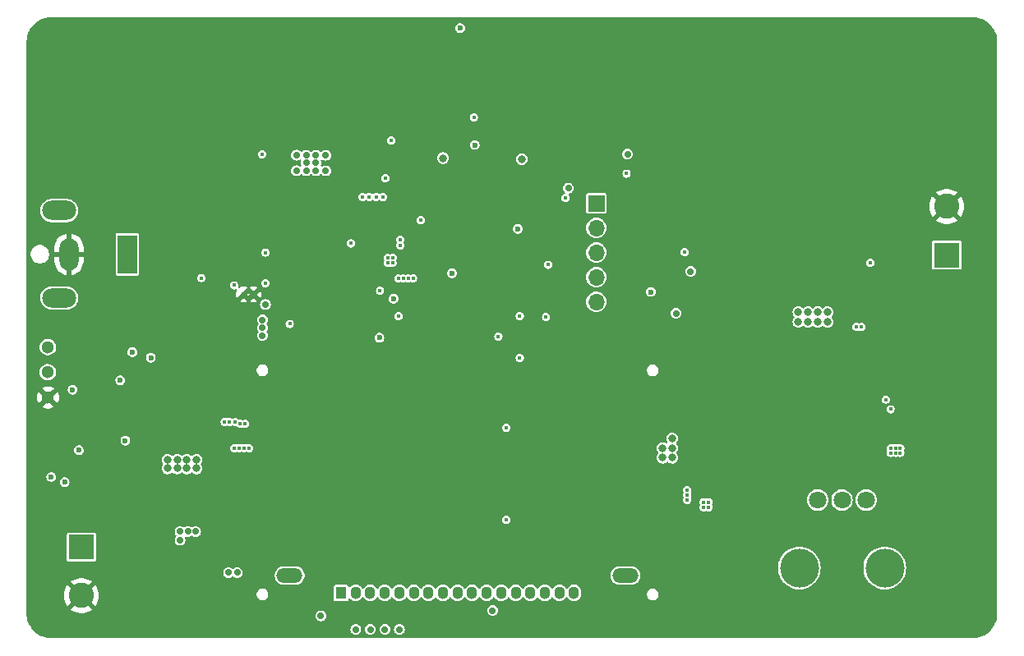
<source format=gbr>
%TF.GenerationSoftware,KiCad,Pcbnew,8.0.5*%
%TF.CreationDate,2025-07-10T18:20:16-04:00*%
%TF.ProjectId,Var_Volt_Conv,5661725f-566f-46c7-945f-436f6e762e6b,rev?*%
%TF.SameCoordinates,Original*%
%TF.FileFunction,Copper,L2,Inr*%
%TF.FilePolarity,Positive*%
%FSLAX46Y46*%
G04 Gerber Fmt 4.6, Leading zero omitted, Abs format (unit mm)*
G04 Created by KiCad (PCBNEW 8.0.5) date 2025-07-10 18:20:16*
%MOMM*%
%LPD*%
G01*
G04 APERTURE LIST*
%TA.AperFunction,ComponentPad*%
%ADD10R,1.100000X1.300000*%
%TD*%
%TA.AperFunction,ComponentPad*%
%ADD11O,1.100000X1.300000*%
%TD*%
%TA.AperFunction,ComponentPad*%
%ADD12O,2.700000X1.500000*%
%TD*%
%TA.AperFunction,WasherPad*%
%ADD13C,4.000000*%
%TD*%
%TA.AperFunction,ComponentPad*%
%ADD14C,1.800000*%
%TD*%
%TA.AperFunction,ComponentPad*%
%ADD15R,2.600000X2.600000*%
%TD*%
%TA.AperFunction,ComponentPad*%
%ADD16C,2.600000*%
%TD*%
%TA.AperFunction,ComponentPad*%
%ADD17R,1.700000X1.700000*%
%TD*%
%TA.AperFunction,ComponentPad*%
%ADD18O,1.700000X1.700000*%
%TD*%
%TA.AperFunction,ComponentPad*%
%ADD19R,2.000000X4.000000*%
%TD*%
%TA.AperFunction,ComponentPad*%
%ADD20O,2.000000X3.300000*%
%TD*%
%TA.AperFunction,ComponentPad*%
%ADD21O,3.500000X2.000000*%
%TD*%
%TA.AperFunction,ComponentPad*%
%ADD22C,0.600000*%
%TD*%
%TA.AperFunction,ComponentPad*%
%ADD23C,1.300000*%
%TD*%
%TA.AperFunction,ViaPad*%
%ADD24C,0.600000*%
%TD*%
%TA.AperFunction,ViaPad*%
%ADD25C,0.450000*%
%TD*%
%TA.AperFunction,ViaPad*%
%ADD26C,0.800000*%
%TD*%
%TA.AperFunction,ViaPad*%
%ADD27C,0.700000*%
%TD*%
G04 APERTURE END LIST*
D10*
%TO.N,/[3] Display/LV0*%
%TO.C,U301*%
X131887500Y-126940000D03*
D11*
%TO.N,/[3] Display/LV1*%
X133387500Y-126940000D03*
%TO.N,/[3] Display/LV2*%
X134887500Y-126940000D03*
%TO.N,/[3] Display/LV3*%
X136387500Y-126940000D03*
%TO.N,/[3] Display/LV4*%
X137887500Y-126940000D03*
%TO.N,/[3] Display/LC2-*%
X139387500Y-126940000D03*
%TO.N,/[3] Display/LC2+*%
X140887500Y-126940000D03*
%TO.N,/[3] Display/LC1+*%
X142387500Y-126940000D03*
%TO.N,/[3] Display/LC1-*%
X143887500Y-126940000D03*
%TO.N,/[3] Display/LVOUT*%
X145387500Y-126940000D03*
%TO.N,GNDD*%
X146887500Y-126940000D03*
%TO.N,+3V0*%
X148387500Y-126940000D03*
%TO.N,SPI_MOSI*%
X149887500Y-126940000D03*
%TO.N,SPI_CLK*%
X151387500Y-126940000D03*
%TO.N,REGISTER_SELECT*%
X152887500Y-126940000D03*
%TO.N,{slash}RESET*%
X154387500Y-126940000D03*
%TO.N,{slash}CHIP_SELECT*%
X155887500Y-126940000D03*
D12*
%TO.N,+3V0*%
X126587500Y-125140000D03*
%TO.N,GNDD*%
X161187500Y-125140000D03*
%TD*%
D13*
%TO.N,*%
%TO.C,RV101*%
X187900000Y-124365000D03*
X179100000Y-124365000D03*
D14*
%TO.N,unconnected-(RV101-Pad1)*%
X181000000Y-117365000D03*
%TO.N,/[1] Power/BB_FEEDBACK*%
X183500000Y-117365000D03*
%TO.N,/[1] Power/BB_POT_R*%
X186000000Y-117365000D03*
%TD*%
D15*
%TO.N,/[1] Power/SCREW_TERMINAL_POWER*%
%TO.C,J102*%
X105142500Y-122215000D03*
D16*
%TO.N,GNDPWR*%
X105142500Y-127215000D03*
%TD*%
D15*
%TO.N,VARIABLE_OUTPUT_VOLTAGE_B*%
%TO.C,J103*%
X194292500Y-92090000D03*
D16*
%TO.N,GNDPWR*%
X194292500Y-87090000D03*
%TD*%
D17*
%TO.N,ST_3V3*%
%TO.C,J201*%
X158187500Y-86770000D03*
D18*
%TO.N,/[2] Microcontroller/SWCLK*%
X158187500Y-89310000D03*
%TO.N,/[2] Microcontroller/SWDIO*%
X158187500Y-91850000D03*
%TO.N,/[2] Microcontroller/NRST*%
X158187500Y-94390000D03*
%TO.N,GNDD*%
X158187500Y-96930000D03*
%TD*%
D19*
%TO.N,/[1] Power/JACK_POWER*%
%TO.C,J101*%
X109862500Y-92015000D03*
D20*
%TO.N,GNDPWR*%
X103862500Y-92015000D03*
D21*
%TO.N,N/C*%
X102862500Y-87515000D03*
X102862500Y-96515000D03*
%TD*%
D22*
%TO.N,GNDPWR*%
%TO.C,U104*%
X121862500Y-96175000D03*
X122862500Y-96175000D03*
%TD*%
D23*
%TO.N,GNDPWR*%
%TO.C,NT101*%
X101687500Y-106790000D03*
%TO.N,GNDA*%
X101687500Y-104190000D03*
%TO.N,GNDD*%
X101687500Y-101590000D03*
%TD*%
D24*
%TO.N,/[1] Power/JACK_POWER*%
X110387500Y-102115000D03*
X104237500Y-105990000D03*
%TO.N,/[1] Power/SCREW_TERMINAL_POWER*%
X103412500Y-115515000D03*
X109662500Y-111240000D03*
D25*
%TO.N,/[1] Power/BUCK_PPM_GATE*%
X123750000Y-81690000D03*
D26*
%TO.N,SYSTEM_POWER_B*%
X179000000Y-99000000D03*
X115000000Y-113200000D03*
D27*
X123800000Y-98800000D03*
D26*
X114000000Y-113200000D03*
X181000000Y-98000000D03*
X115000000Y-114100000D03*
D27*
X123800000Y-99600000D03*
D26*
X180000000Y-99000000D03*
D27*
X123800000Y-100400000D03*
D26*
X182000000Y-98000000D03*
X117000000Y-113200000D03*
X180000000Y-98000000D03*
X181000000Y-99000000D03*
X179000000Y-98000000D03*
X116000000Y-113200000D03*
X116000000Y-114100000D03*
X117000000Y-114100000D03*
X114000000Y-114100000D03*
X182000000Y-99000000D03*
D25*
%TO.N,/[1] Power/ST_PPM_GATE*%
X137050000Y-80290000D03*
X136450000Y-84190000D03*
D24*
X144153750Y-68700000D03*
D27*
%TO.N,/[1] Power/BUCK_VOS*%
X161400000Y-81700000D03*
D25*
X124087500Y-91840000D03*
X117512500Y-94465000D03*
D27*
X155300000Y-85200000D03*
D25*
%TO.N,+3V3*%
X169250000Y-117575000D03*
D27*
X127300000Y-81800000D03*
X129300000Y-83400000D03*
X130300000Y-83400000D03*
X128300000Y-83400000D03*
D25*
X120400000Y-109300000D03*
X169750000Y-118100000D03*
X136700000Y-92900000D03*
D27*
X167900000Y-93800000D03*
X128300000Y-82600000D03*
X129300000Y-82600000D03*
X115300000Y-121500000D03*
D25*
X121500000Y-109500000D03*
D27*
X116100000Y-120600000D03*
X116900000Y-120600000D03*
D25*
X122000000Y-109500000D03*
X121000000Y-109300000D03*
D27*
X115300000Y-120600000D03*
X127300000Y-83400000D03*
X128300000Y-81800000D03*
D25*
X136700000Y-92400000D03*
X137200000Y-92400000D03*
X169750000Y-117575000D03*
D27*
X129300000Y-81800000D03*
D25*
X169250000Y-118100000D03*
X119900000Y-109300000D03*
X137200000Y-92900000D03*
D27*
X166400000Y-98100000D03*
X130300000Y-81800000D03*
%TO.N,+3V0*%
X120300000Y-124850000D03*
X121200000Y-124850000D03*
D24*
%TO.N,/[2] Microcontroller/NRST*%
X163800000Y-95900000D03*
X143300000Y-93975000D03*
X135837500Y-100625000D03*
X137300000Y-96600000D03*
D26*
%TO.N,ST_3V3*%
X150500000Y-82200000D03*
X142400000Y-82100000D03*
%TO.N,VARIABLE_OUTPUT_VOLTAGE_B*%
X166000000Y-111000000D03*
X165000000Y-113000000D03*
X166000000Y-112000000D03*
X165000000Y-112000000D03*
D25*
X186400000Y-92900000D03*
D26*
X166000000Y-113000000D03*
D24*
%TO.N,/[1] Power/COMP_OUT*%
X145651250Y-80750000D03*
D25*
X145571250Y-77890000D03*
D24*
%TO.N,/[1] Power/GATE_J*%
X109137500Y-105015000D03*
X112287500Y-102690000D03*
%TO.N,/[1] Power/GATE_T*%
X104887500Y-112215000D03*
X102037500Y-114990000D03*
D25*
%TO.N,/[1] Power/PG*%
X124087500Y-94990000D03*
X120862500Y-95215000D03*
%TO.N,S-INPUT_VOLTAGE*%
X132900000Y-90900000D03*
X140100000Y-88500000D03*
%TO.N,S-OUTPUT_VOLTAGE*%
X153200000Y-93100000D03*
X167300000Y-91800000D03*
%TO.N,SPI_MOSI*%
X148900000Y-109900000D03*
X148900000Y-119400000D03*
D24*
%TO.N,{slash}CHIP_SELECT*%
X150100000Y-89400000D03*
D25*
X153000000Y-98500000D03*
%TO.N,S-INPUT_CURRENT*%
X150300000Y-98400000D03*
X137800000Y-98400000D03*
%TO.N,{slash}RESET*%
X150300000Y-102700000D03*
X148100000Y-100500000D03*
%TO.N,GNDPWR*%
X186400000Y-87600000D03*
D27*
X119500000Y-98900000D03*
D26*
X109400000Y-118200000D03*
D27*
X116600000Y-123550000D03*
D25*
X191500000Y-111500000D03*
X191500000Y-111000000D03*
X191000000Y-111000000D03*
D27*
X151300000Y-77800000D03*
D26*
X180500000Y-104000000D03*
D25*
X191000000Y-111500000D03*
D26*
X182500000Y-104000000D03*
X109800000Y-112200000D03*
X183500000Y-103000000D03*
D27*
X145000000Y-77000000D03*
D26*
X103500000Y-100000000D03*
X106100000Y-108500000D03*
X104200000Y-104600000D03*
D27*
X117400000Y-124800000D03*
X118700000Y-99700000D03*
X169100000Y-105700000D03*
X118700000Y-98900000D03*
D25*
X191500000Y-109500000D03*
D27*
X118700000Y-100500000D03*
X116550000Y-124800000D03*
D26*
X103500000Y-101000000D03*
D25*
X121300000Y-105100000D03*
X149100000Y-86600000D03*
D27*
X149300000Y-69700000D03*
D26*
X181500000Y-104000000D03*
X108500000Y-118200000D03*
X178000000Y-102500000D03*
D25*
X191500000Y-110500000D03*
D26*
X103500000Y-99000000D03*
X105100000Y-107600000D03*
D27*
X119500000Y-100500000D03*
D26*
X106100000Y-107600000D03*
D25*
X144700000Y-83000000D03*
D26*
X105100000Y-108500000D03*
D27*
X149400000Y-81000000D03*
D26*
X104500000Y-99000000D03*
D27*
X119500000Y-99700000D03*
D26*
X105500000Y-99000000D03*
D25*
%TO.N,GNDA*%
X167550000Y-116850000D03*
X185000000Y-99500000D03*
X189000000Y-112000000D03*
X188500000Y-108000000D03*
X188500000Y-112000000D03*
X189500000Y-112000000D03*
X120900000Y-112000000D03*
X121400000Y-112000000D03*
X185500000Y-99500000D03*
X189500000Y-112500000D03*
X189000000Y-112500000D03*
X167550000Y-117350000D03*
X188500000Y-112500000D03*
D27*
X124100000Y-97200000D03*
D25*
X167550000Y-116350000D03*
X121900000Y-112000000D03*
X188000000Y-107000000D03*
X122400000Y-112000000D03*
%TO.N,GNDD*%
X135500000Y-86100000D03*
D27*
X134900000Y-130700000D03*
X136400000Y-130700000D03*
D25*
X155021232Y-86221232D03*
X139300000Y-94500000D03*
X126600000Y-99200000D03*
X134100000Y-86100000D03*
X136200000Y-86100000D03*
D27*
X133400000Y-130700000D03*
D25*
X138000000Y-90500000D03*
D27*
X137900000Y-130700000D03*
D25*
X161300000Y-83700000D03*
X135900000Y-95800000D03*
D27*
X129800000Y-129300000D03*
D25*
X138300000Y-94500000D03*
D27*
X147500000Y-128750000D03*
D25*
X134800000Y-86100000D03*
X138000000Y-91100000D03*
X138800000Y-94500000D03*
X137800000Y-94500000D03*
%TD*%
%TA.AperFunction,Conductor*%
%TO.N,GNDPWR*%
G36*
X196991236Y-67590726D02*
G01*
X197281296Y-67608271D01*
X197296159Y-67610076D01*
X197578298Y-67661780D01*
X197592835Y-67665363D01*
X197866672Y-67750695D01*
X197880663Y-67756000D01*
X198142243Y-67873727D01*
X198155489Y-67880680D01*
X198400965Y-68029075D01*
X198413276Y-68037573D01*
X198619961Y-68199500D01*
X198639073Y-68214473D01*
X198650281Y-68224403D01*
X198853096Y-68427218D01*
X198863026Y-68438426D01*
X198982981Y-68591538D01*
X199039922Y-68664217D01*
X199048428Y-68676540D01*
X199196816Y-68922004D01*
X199203775Y-68935263D01*
X199321497Y-69196831D01*
X199326806Y-69210832D01*
X199412135Y-69484663D01*
X199415719Y-69499201D01*
X199467423Y-69781340D01*
X199469228Y-69796205D01*
X199486774Y-70086263D01*
X199487000Y-70093750D01*
X199487000Y-129086249D01*
X199486774Y-129093736D01*
X199469228Y-129383794D01*
X199467423Y-129398659D01*
X199415719Y-129680798D01*
X199412135Y-129695336D01*
X199326806Y-129969167D01*
X199321497Y-129983168D01*
X199203775Y-130244736D01*
X199196816Y-130257995D01*
X199048428Y-130503459D01*
X199039922Y-130515782D01*
X198863026Y-130741573D01*
X198853096Y-130752781D01*
X198650281Y-130955596D01*
X198639073Y-130965526D01*
X198413282Y-131142422D01*
X198400959Y-131150928D01*
X198155495Y-131299316D01*
X198142236Y-131306275D01*
X197880668Y-131423997D01*
X197866667Y-131429306D01*
X197592836Y-131514635D01*
X197578298Y-131518219D01*
X197296159Y-131569923D01*
X197281294Y-131571728D01*
X196991224Y-131589274D01*
X196983737Y-131589500D01*
X196913887Y-131589500D01*
X196913638Y-131589515D01*
X101994905Y-131610742D01*
X101986545Y-131610462D01*
X101696002Y-131590896D01*
X101681217Y-131589002D01*
X101398175Y-131535294D01*
X101383723Y-131531640D01*
X101109159Y-131444352D01*
X101095251Y-131438990D01*
X101062394Y-131423997D01*
X100833154Y-131319391D01*
X100819989Y-131312399D01*
X100574131Y-131162209D01*
X100561901Y-131153688D01*
X100335843Y-130975084D01*
X100324723Y-130965156D01*
X100121735Y-130760722D01*
X100111887Y-130749532D01*
X100073320Y-130699999D01*
X132844750Y-130699999D01*
X132844750Y-130700000D01*
X132863670Y-130843708D01*
X132863671Y-130843712D01*
X132919137Y-130977622D01*
X132919138Y-130977624D01*
X132919139Y-130977625D01*
X133007379Y-131092621D01*
X133122375Y-131180861D01*
X133122376Y-131180861D01*
X133122377Y-131180862D01*
X133167013Y-131199350D01*
X133256291Y-131236330D01*
X133383280Y-131253048D01*
X133399999Y-131255250D01*
X133400000Y-131255250D01*
X133400001Y-131255250D01*
X133414977Y-131253278D01*
X133543709Y-131236330D01*
X133677625Y-131180861D01*
X133792621Y-131092621D01*
X133880861Y-130977625D01*
X133936330Y-130843709D01*
X133955250Y-130700000D01*
X133955250Y-130699999D01*
X134344750Y-130699999D01*
X134344750Y-130700000D01*
X134363670Y-130843708D01*
X134363671Y-130843712D01*
X134419137Y-130977622D01*
X134419138Y-130977624D01*
X134419139Y-130977625D01*
X134507379Y-131092621D01*
X134622375Y-131180861D01*
X134622376Y-131180861D01*
X134622377Y-131180862D01*
X134667013Y-131199350D01*
X134756291Y-131236330D01*
X134883280Y-131253048D01*
X134899999Y-131255250D01*
X134900000Y-131255250D01*
X134900001Y-131255250D01*
X134914977Y-131253278D01*
X135043709Y-131236330D01*
X135177625Y-131180861D01*
X135292621Y-131092621D01*
X135380861Y-130977625D01*
X135436330Y-130843709D01*
X135455250Y-130700000D01*
X135455250Y-130699999D01*
X135844750Y-130699999D01*
X135844750Y-130700000D01*
X135863670Y-130843708D01*
X135863671Y-130843712D01*
X135919137Y-130977622D01*
X135919138Y-130977624D01*
X135919139Y-130977625D01*
X136007379Y-131092621D01*
X136122375Y-131180861D01*
X136122376Y-131180861D01*
X136122377Y-131180862D01*
X136167013Y-131199350D01*
X136256291Y-131236330D01*
X136383280Y-131253048D01*
X136399999Y-131255250D01*
X136400000Y-131255250D01*
X136400001Y-131255250D01*
X136414977Y-131253278D01*
X136543709Y-131236330D01*
X136677625Y-131180861D01*
X136792621Y-131092621D01*
X136880861Y-130977625D01*
X136936330Y-130843709D01*
X136955250Y-130700000D01*
X136955250Y-130699999D01*
X137344750Y-130699999D01*
X137344750Y-130700000D01*
X137363670Y-130843708D01*
X137363671Y-130843712D01*
X137419137Y-130977622D01*
X137419138Y-130977624D01*
X137419139Y-130977625D01*
X137507379Y-131092621D01*
X137622375Y-131180861D01*
X137622376Y-131180861D01*
X137622377Y-131180862D01*
X137667013Y-131199350D01*
X137756291Y-131236330D01*
X137883280Y-131253048D01*
X137899999Y-131255250D01*
X137900000Y-131255250D01*
X137900001Y-131255250D01*
X137914977Y-131253278D01*
X138043709Y-131236330D01*
X138177625Y-131180861D01*
X138292621Y-131092621D01*
X138380861Y-130977625D01*
X138436330Y-130843709D01*
X138455250Y-130700000D01*
X138436330Y-130556291D01*
X138380861Y-130422375D01*
X138292621Y-130307379D01*
X138177625Y-130219139D01*
X138177624Y-130219138D01*
X138177622Y-130219137D01*
X138043712Y-130163671D01*
X138043710Y-130163670D01*
X138043709Y-130163670D01*
X137971854Y-130154210D01*
X137900001Y-130144750D01*
X137899999Y-130144750D01*
X137756291Y-130163670D01*
X137756287Y-130163671D01*
X137622377Y-130219137D01*
X137507379Y-130307379D01*
X137419137Y-130422377D01*
X137363671Y-130556287D01*
X137363670Y-130556291D01*
X137344750Y-130699999D01*
X136955250Y-130699999D01*
X136936330Y-130556291D01*
X136880861Y-130422375D01*
X136792621Y-130307379D01*
X136677625Y-130219139D01*
X136677624Y-130219138D01*
X136677622Y-130219137D01*
X136543712Y-130163671D01*
X136543710Y-130163670D01*
X136543709Y-130163670D01*
X136471854Y-130154210D01*
X136400001Y-130144750D01*
X136399999Y-130144750D01*
X136256291Y-130163670D01*
X136256287Y-130163671D01*
X136122377Y-130219137D01*
X136007379Y-130307379D01*
X135919137Y-130422377D01*
X135863671Y-130556287D01*
X135863670Y-130556291D01*
X135844750Y-130699999D01*
X135455250Y-130699999D01*
X135436330Y-130556291D01*
X135380861Y-130422375D01*
X135292621Y-130307379D01*
X135177625Y-130219139D01*
X135177624Y-130219138D01*
X135177622Y-130219137D01*
X135043712Y-130163671D01*
X135043710Y-130163670D01*
X135043709Y-130163670D01*
X134971854Y-130154210D01*
X134900001Y-130144750D01*
X134899999Y-130144750D01*
X134756291Y-130163670D01*
X134756287Y-130163671D01*
X134622377Y-130219137D01*
X134507379Y-130307379D01*
X134419137Y-130422377D01*
X134363671Y-130556287D01*
X134363670Y-130556291D01*
X134344750Y-130699999D01*
X133955250Y-130699999D01*
X133936330Y-130556291D01*
X133880861Y-130422375D01*
X133792621Y-130307379D01*
X133677625Y-130219139D01*
X133677624Y-130219138D01*
X133677622Y-130219137D01*
X133543712Y-130163671D01*
X133543710Y-130163670D01*
X133543709Y-130163670D01*
X133471854Y-130154210D01*
X133400001Y-130144750D01*
X133399999Y-130144750D01*
X133256291Y-130163670D01*
X133256287Y-130163671D01*
X133122377Y-130219137D01*
X133007379Y-130307379D01*
X132919137Y-130422377D01*
X132863671Y-130556287D01*
X132863670Y-130556291D01*
X132844750Y-130699999D01*
X100073320Y-130699999D01*
X99934889Y-130522207D01*
X99926455Y-130509917D01*
X99778020Y-130263007D01*
X99771121Y-130249793D01*
X99724086Y-130144750D01*
X99653379Y-129986839D01*
X99648122Y-129972909D01*
X99562782Y-129697722D01*
X99559232Y-129683248D01*
X99539965Y-129577625D01*
X99507533Y-129399829D01*
X99505745Y-129385033D01*
X99505670Y-129383794D01*
X99500625Y-129299999D01*
X129244750Y-129299999D01*
X129244750Y-129300000D01*
X129263670Y-129443708D01*
X129263671Y-129443712D01*
X129319137Y-129577622D01*
X129319138Y-129577624D01*
X129319139Y-129577625D01*
X129407379Y-129692621D01*
X129522375Y-129780861D01*
X129656291Y-129836330D01*
X129783280Y-129853048D01*
X129799999Y-129855250D01*
X129800000Y-129855250D01*
X129800001Y-129855250D01*
X129814977Y-129853278D01*
X129943709Y-129836330D01*
X130077625Y-129780861D01*
X130192621Y-129692621D01*
X130280861Y-129577625D01*
X130336330Y-129443709D01*
X130355250Y-129300000D01*
X130336330Y-129156291D01*
X130280861Y-129022375D01*
X130192621Y-128907379D01*
X130077625Y-128819139D01*
X130077624Y-128819138D01*
X130077622Y-128819137D01*
X129943712Y-128763671D01*
X129943710Y-128763670D01*
X129943709Y-128763670D01*
X129839877Y-128750000D01*
X146944750Y-128750000D01*
X146953852Y-128819139D01*
X146963670Y-128893708D01*
X146963671Y-128893712D01*
X147019137Y-129027622D01*
X147019138Y-129027624D01*
X147019139Y-129027625D01*
X147107379Y-129142621D01*
X147222375Y-129230861D01*
X147356291Y-129286330D01*
X147483280Y-129303048D01*
X147499999Y-129305250D01*
X147500000Y-129305250D01*
X147500001Y-129305250D01*
X147514977Y-129303278D01*
X147643709Y-129286330D01*
X147777625Y-129230861D01*
X147892621Y-129142621D01*
X147980861Y-129027625D01*
X148036330Y-128893709D01*
X148055250Y-128750000D01*
X148036330Y-128606291D01*
X147980861Y-128472375D01*
X147892621Y-128357379D01*
X147777625Y-128269139D01*
X147777624Y-128269138D01*
X147777622Y-128269137D01*
X147643712Y-128213671D01*
X147643710Y-128213670D01*
X147643709Y-128213670D01*
X147571854Y-128204210D01*
X147500001Y-128194750D01*
X147499999Y-128194750D01*
X147356291Y-128213670D01*
X147356287Y-128213671D01*
X147222377Y-128269137D01*
X147107379Y-128357379D01*
X147019137Y-128472377D01*
X146963671Y-128606287D01*
X146963670Y-128606291D01*
X146944750Y-128750000D01*
X129839877Y-128750000D01*
X129800001Y-128744750D01*
X129799999Y-128744750D01*
X129656291Y-128763670D01*
X129656287Y-128763671D01*
X129522377Y-128819137D01*
X129407379Y-128907379D01*
X129319137Y-129022377D01*
X129263671Y-129156287D01*
X129263670Y-129156291D01*
X129244750Y-129299999D01*
X99500625Y-129299999D01*
X99488224Y-129094052D01*
X99488000Y-129086599D01*
X99488000Y-127214995D01*
X103337453Y-127214995D01*
X103337453Y-127215004D01*
X103357613Y-127484026D01*
X103357613Y-127484028D01*
X103417642Y-127747033D01*
X103417648Y-127747052D01*
X103516209Y-127998181D01*
X103516208Y-127998181D01*
X103651102Y-128231822D01*
X103704794Y-128299151D01*
X103704795Y-128299151D01*
X104541458Y-127462488D01*
X104566478Y-127522890D01*
X104637612Y-127629351D01*
X104728149Y-127719888D01*
X104834610Y-127791022D01*
X104895010Y-127816041D01*
X104057348Y-128653702D01*
X104239983Y-128778220D01*
X104239985Y-128778221D01*
X104483039Y-128895269D01*
X104483037Y-128895269D01*
X104740837Y-128974790D01*
X104740843Y-128974792D01*
X105007601Y-129014999D01*
X105007610Y-129015000D01*
X105277390Y-129015000D01*
X105277398Y-129014999D01*
X105544156Y-128974792D01*
X105544162Y-128974790D01*
X105801961Y-128895269D01*
X106045021Y-128778218D01*
X106227650Y-128653702D01*
X105389988Y-127816041D01*
X105450390Y-127791022D01*
X105556851Y-127719888D01*
X105647388Y-127629351D01*
X105718522Y-127522890D01*
X105743541Y-127462488D01*
X106580203Y-128299151D01*
X106580204Y-128299150D01*
X106633893Y-128231828D01*
X106633900Y-128231817D01*
X106768790Y-127998181D01*
X106867351Y-127747052D01*
X106867357Y-127747033D01*
X106927386Y-127484028D01*
X106927386Y-127484026D01*
X106947547Y-127215004D01*
X106947547Y-127214995D01*
X106932255Y-127010943D01*
X123187000Y-127010943D01*
X123187000Y-127169057D01*
X123199312Y-127215004D01*
X123227923Y-127321783D01*
X123227926Y-127321790D01*
X123306975Y-127458709D01*
X123306979Y-127458714D01*
X123306980Y-127458716D01*
X123418784Y-127570520D01*
X123418786Y-127570521D01*
X123418790Y-127570524D01*
X123509598Y-127622951D01*
X123555716Y-127649577D01*
X123708443Y-127690500D01*
X123708445Y-127690500D01*
X123866555Y-127690500D01*
X123866557Y-127690500D01*
X124019284Y-127649577D01*
X124156216Y-127570520D01*
X124268020Y-127458716D01*
X124347077Y-127321784D01*
X124388000Y-127169057D01*
X124388000Y-127010943D01*
X124347077Y-126858216D01*
X124293884Y-126766082D01*
X124268024Y-126721290D01*
X124268018Y-126721282D01*
X124156217Y-126609481D01*
X124156209Y-126609475D01*
X124019290Y-126530426D01*
X124019286Y-126530424D01*
X124019284Y-126530423D01*
X123866557Y-126489500D01*
X123708443Y-126489500D01*
X123555716Y-126530423D01*
X123555709Y-126530426D01*
X123418790Y-126609475D01*
X123418782Y-126609481D01*
X123306981Y-126721282D01*
X123306975Y-126721290D01*
X123227926Y-126858209D01*
X123227923Y-126858216D01*
X123187000Y-127010943D01*
X106932255Y-127010943D01*
X106927386Y-126945973D01*
X106927386Y-126945971D01*
X106867357Y-126682966D01*
X106867351Y-126682947D01*
X106768790Y-126431818D01*
X106768791Y-126431818D01*
X106675507Y-126270247D01*
X131137000Y-126270247D01*
X131137000Y-127609752D01*
X131148631Y-127668229D01*
X131148632Y-127668230D01*
X131192947Y-127734552D01*
X131259269Y-127778867D01*
X131259270Y-127778868D01*
X131317747Y-127790499D01*
X131317750Y-127790500D01*
X131317752Y-127790500D01*
X132457250Y-127790500D01*
X132457251Y-127790499D01*
X132472068Y-127787552D01*
X132515729Y-127778868D01*
X132515729Y-127778867D01*
X132515731Y-127778867D01*
X132582052Y-127734552D01*
X132626367Y-127668231D01*
X132626367Y-127668229D01*
X132626368Y-127668229D01*
X132635527Y-127622183D01*
X132667911Y-127560272D01*
X132728627Y-127525698D01*
X132798396Y-127529437D01*
X132844825Y-127558693D01*
X132909080Y-127622948D01*
X132909084Y-127622951D01*
X133031998Y-127705080D01*
X133032011Y-127705087D01*
X133168582Y-127761656D01*
X133168587Y-127761658D01*
X133168591Y-127761658D01*
X133168592Y-127761659D01*
X133313579Y-127790500D01*
X133313582Y-127790500D01*
X133461420Y-127790500D01*
X133558962Y-127771096D01*
X133606413Y-127761658D01*
X133742995Y-127705084D01*
X133865916Y-127622951D01*
X133970451Y-127518416D01*
X134034398Y-127422713D01*
X134088010Y-127377908D01*
X134157335Y-127369201D01*
X134220362Y-127399355D01*
X134240602Y-127422713D01*
X134304548Y-127518415D01*
X134304551Y-127518419D01*
X134409080Y-127622948D01*
X134409084Y-127622951D01*
X134531998Y-127705080D01*
X134532011Y-127705087D01*
X134668582Y-127761656D01*
X134668587Y-127761658D01*
X134668591Y-127761658D01*
X134668592Y-127761659D01*
X134813579Y-127790500D01*
X134813582Y-127790500D01*
X134961420Y-127790500D01*
X135058962Y-127771096D01*
X135106413Y-127761658D01*
X135242995Y-127705084D01*
X135365916Y-127622951D01*
X135470451Y-127518416D01*
X135534398Y-127422713D01*
X135588010Y-127377908D01*
X135657335Y-127369201D01*
X135720362Y-127399355D01*
X135740602Y-127422713D01*
X135804548Y-127518415D01*
X135804551Y-127518419D01*
X135909080Y-127622948D01*
X135909084Y-127622951D01*
X136031998Y-127705080D01*
X136032011Y-127705087D01*
X136168582Y-127761656D01*
X136168587Y-127761658D01*
X136168591Y-127761658D01*
X136168592Y-127761659D01*
X136313579Y-127790500D01*
X136313582Y-127790500D01*
X136461420Y-127790500D01*
X136558962Y-127771096D01*
X136606413Y-127761658D01*
X136742995Y-127705084D01*
X136865916Y-127622951D01*
X136970451Y-127518416D01*
X137034398Y-127422713D01*
X137088010Y-127377908D01*
X137157335Y-127369201D01*
X137220362Y-127399355D01*
X137240602Y-127422713D01*
X137304548Y-127518415D01*
X137304551Y-127518419D01*
X137409080Y-127622948D01*
X137409084Y-127622951D01*
X137531998Y-127705080D01*
X137532011Y-127705087D01*
X137668582Y-127761656D01*
X137668587Y-127761658D01*
X137668591Y-127761658D01*
X137668592Y-127761659D01*
X137813579Y-127790500D01*
X137813582Y-127790500D01*
X137961420Y-127790500D01*
X138058962Y-127771096D01*
X138106413Y-127761658D01*
X138242995Y-127705084D01*
X138365916Y-127622951D01*
X138470451Y-127518416D01*
X138534398Y-127422713D01*
X138588010Y-127377908D01*
X138657335Y-127369201D01*
X138720362Y-127399355D01*
X138740602Y-127422713D01*
X138804548Y-127518415D01*
X138804551Y-127518419D01*
X138909080Y-127622948D01*
X138909084Y-127622951D01*
X139031998Y-127705080D01*
X139032011Y-127705087D01*
X139168582Y-127761656D01*
X139168587Y-127761658D01*
X139168591Y-127761658D01*
X139168592Y-127761659D01*
X139313579Y-127790500D01*
X139313582Y-127790500D01*
X139461420Y-127790500D01*
X139558962Y-127771096D01*
X139606413Y-127761658D01*
X139742995Y-127705084D01*
X139865916Y-127622951D01*
X139970451Y-127518416D01*
X140034398Y-127422713D01*
X140088010Y-127377908D01*
X140157335Y-127369201D01*
X140220362Y-127399355D01*
X140240602Y-127422713D01*
X140304548Y-127518415D01*
X140304551Y-127518419D01*
X140409080Y-127622948D01*
X140409084Y-127622951D01*
X140531998Y-127705080D01*
X140532011Y-127705087D01*
X140668582Y-127761656D01*
X140668587Y-127761658D01*
X140668591Y-127761658D01*
X140668592Y-127761659D01*
X140813579Y-127790500D01*
X140813582Y-127790500D01*
X140961420Y-127790500D01*
X141058962Y-127771096D01*
X141106413Y-127761658D01*
X141242995Y-127705084D01*
X141365916Y-127622951D01*
X141470451Y-127518416D01*
X141534398Y-127422713D01*
X141588010Y-127377908D01*
X141657335Y-127369201D01*
X141720362Y-127399355D01*
X141740602Y-127422713D01*
X141804548Y-127518415D01*
X141804551Y-127518419D01*
X141909080Y-127622948D01*
X141909084Y-127622951D01*
X142031998Y-127705080D01*
X142032011Y-127705087D01*
X142168582Y-127761656D01*
X142168587Y-127761658D01*
X142168591Y-127761658D01*
X142168592Y-127761659D01*
X142313579Y-127790500D01*
X142313582Y-127790500D01*
X142461420Y-127790500D01*
X142558962Y-127771096D01*
X142606413Y-127761658D01*
X142742995Y-127705084D01*
X142865916Y-127622951D01*
X142970451Y-127518416D01*
X143034398Y-127422713D01*
X143088010Y-127377908D01*
X143157335Y-127369201D01*
X143220362Y-127399355D01*
X143240602Y-127422713D01*
X143304548Y-127518415D01*
X143304551Y-127518419D01*
X143409080Y-127622948D01*
X143409084Y-127622951D01*
X143531998Y-127705080D01*
X143532011Y-127705087D01*
X143668582Y-127761656D01*
X143668587Y-127761658D01*
X143668591Y-127761658D01*
X143668592Y-127761659D01*
X143813579Y-127790500D01*
X143813582Y-127790500D01*
X143961420Y-127790500D01*
X144058962Y-127771096D01*
X144106413Y-127761658D01*
X144242995Y-127705084D01*
X144365916Y-127622951D01*
X144470451Y-127518416D01*
X144534398Y-127422713D01*
X144588010Y-127377908D01*
X144657335Y-127369201D01*
X144720362Y-127399355D01*
X144740602Y-127422713D01*
X144804548Y-127518415D01*
X144804551Y-127518419D01*
X144909080Y-127622948D01*
X144909084Y-127622951D01*
X145031998Y-127705080D01*
X145032011Y-127705087D01*
X145168582Y-127761656D01*
X145168587Y-127761658D01*
X145168591Y-127761658D01*
X145168592Y-127761659D01*
X145313579Y-127790500D01*
X145313582Y-127790500D01*
X145461420Y-127790500D01*
X145558962Y-127771096D01*
X145606413Y-127761658D01*
X145742995Y-127705084D01*
X145865916Y-127622951D01*
X145970451Y-127518416D01*
X146034398Y-127422713D01*
X146088010Y-127377908D01*
X146157335Y-127369201D01*
X146220362Y-127399355D01*
X146240602Y-127422713D01*
X146304548Y-127518415D01*
X146304551Y-127518419D01*
X146409080Y-127622948D01*
X146409084Y-127622951D01*
X146531998Y-127705080D01*
X146532011Y-127705087D01*
X146668582Y-127761656D01*
X146668587Y-127761658D01*
X146668591Y-127761658D01*
X146668592Y-127761659D01*
X146813579Y-127790500D01*
X146813582Y-127790500D01*
X146961420Y-127790500D01*
X147058962Y-127771096D01*
X147106413Y-127761658D01*
X147242995Y-127705084D01*
X147365916Y-127622951D01*
X147470451Y-127518416D01*
X147534398Y-127422713D01*
X147588010Y-127377908D01*
X147657335Y-127369201D01*
X147720362Y-127399355D01*
X147740602Y-127422713D01*
X147804548Y-127518415D01*
X147804551Y-127518419D01*
X147909080Y-127622948D01*
X147909084Y-127622951D01*
X148031998Y-127705080D01*
X148032011Y-127705087D01*
X148168582Y-127761656D01*
X148168587Y-127761658D01*
X148168591Y-127761658D01*
X148168592Y-127761659D01*
X148313579Y-127790500D01*
X148313582Y-127790500D01*
X148461420Y-127790500D01*
X148558962Y-127771096D01*
X148606413Y-127761658D01*
X148742995Y-127705084D01*
X148865916Y-127622951D01*
X148970451Y-127518416D01*
X149034398Y-127422713D01*
X149088010Y-127377908D01*
X149157335Y-127369201D01*
X149220362Y-127399355D01*
X149240602Y-127422713D01*
X149304548Y-127518415D01*
X149304551Y-127518419D01*
X149409080Y-127622948D01*
X149409084Y-127622951D01*
X149531998Y-127705080D01*
X149532011Y-127705087D01*
X149668582Y-127761656D01*
X149668587Y-127761658D01*
X149668591Y-127761658D01*
X149668592Y-127761659D01*
X149813579Y-127790500D01*
X149813582Y-127790500D01*
X149961420Y-127790500D01*
X150058962Y-127771096D01*
X150106413Y-127761658D01*
X150242995Y-127705084D01*
X150365916Y-127622951D01*
X150470451Y-127518416D01*
X150534398Y-127422713D01*
X150588010Y-127377908D01*
X150657335Y-127369201D01*
X150720362Y-127399355D01*
X150740602Y-127422713D01*
X150804548Y-127518415D01*
X150804551Y-127518419D01*
X150909080Y-127622948D01*
X150909084Y-127622951D01*
X151031998Y-127705080D01*
X151032011Y-127705087D01*
X151168582Y-127761656D01*
X151168587Y-127761658D01*
X151168591Y-127761658D01*
X151168592Y-127761659D01*
X151313579Y-127790500D01*
X151313582Y-127790500D01*
X151461420Y-127790500D01*
X151558962Y-127771096D01*
X151606413Y-127761658D01*
X151742995Y-127705084D01*
X151865916Y-127622951D01*
X151970451Y-127518416D01*
X152034398Y-127422713D01*
X152088010Y-127377908D01*
X152157335Y-127369201D01*
X152220362Y-127399355D01*
X152240602Y-127422713D01*
X152304548Y-127518415D01*
X152304551Y-127518419D01*
X152409080Y-127622948D01*
X152409084Y-127622951D01*
X152531998Y-127705080D01*
X152532011Y-127705087D01*
X152668582Y-127761656D01*
X152668587Y-127761658D01*
X152668591Y-127761658D01*
X152668592Y-127761659D01*
X152813579Y-127790500D01*
X152813582Y-127790500D01*
X152961420Y-127790500D01*
X153058962Y-127771096D01*
X153106413Y-127761658D01*
X153242995Y-127705084D01*
X153365916Y-127622951D01*
X153470451Y-127518416D01*
X153534398Y-127422713D01*
X153588010Y-127377908D01*
X153657335Y-127369201D01*
X153720362Y-127399355D01*
X153740602Y-127422713D01*
X153804548Y-127518415D01*
X153804551Y-127518419D01*
X153909080Y-127622948D01*
X153909084Y-127622951D01*
X154031998Y-127705080D01*
X154032011Y-127705087D01*
X154168582Y-127761656D01*
X154168587Y-127761658D01*
X154168591Y-127761658D01*
X154168592Y-127761659D01*
X154313579Y-127790500D01*
X154313582Y-127790500D01*
X154461420Y-127790500D01*
X154558962Y-127771096D01*
X154606413Y-127761658D01*
X154742995Y-127705084D01*
X154865916Y-127622951D01*
X154970451Y-127518416D01*
X155034398Y-127422713D01*
X155088010Y-127377908D01*
X155157335Y-127369201D01*
X155220362Y-127399355D01*
X155240602Y-127422713D01*
X155304548Y-127518415D01*
X155304551Y-127518419D01*
X155409080Y-127622948D01*
X155409084Y-127622951D01*
X155531998Y-127705080D01*
X155532011Y-127705087D01*
X155668582Y-127761656D01*
X155668587Y-127761658D01*
X155668591Y-127761658D01*
X155668592Y-127761659D01*
X155813579Y-127790500D01*
X155813582Y-127790500D01*
X155961420Y-127790500D01*
X156058962Y-127771096D01*
X156106413Y-127761658D01*
X156242995Y-127705084D01*
X156365916Y-127622951D01*
X156470451Y-127518416D01*
X156552584Y-127395495D01*
X156609158Y-127258913D01*
X156637000Y-127118945D01*
X156638000Y-127113920D01*
X156638000Y-127010943D01*
X163387000Y-127010943D01*
X163387000Y-127169057D01*
X163399312Y-127215004D01*
X163427923Y-127321783D01*
X163427926Y-127321790D01*
X163506975Y-127458709D01*
X163506979Y-127458714D01*
X163506980Y-127458716D01*
X163618784Y-127570520D01*
X163618786Y-127570521D01*
X163618790Y-127570524D01*
X163709598Y-127622951D01*
X163755716Y-127649577D01*
X163908443Y-127690500D01*
X163908445Y-127690500D01*
X164066555Y-127690500D01*
X164066557Y-127690500D01*
X164219284Y-127649577D01*
X164356216Y-127570520D01*
X164468020Y-127458716D01*
X164547077Y-127321784D01*
X164588000Y-127169057D01*
X164588000Y-127010943D01*
X164547077Y-126858216D01*
X164493884Y-126766082D01*
X164468024Y-126721290D01*
X164468018Y-126721282D01*
X164356217Y-126609481D01*
X164356209Y-126609475D01*
X164219290Y-126530426D01*
X164219286Y-126530424D01*
X164219284Y-126530423D01*
X164066557Y-126489500D01*
X163908443Y-126489500D01*
X163755716Y-126530423D01*
X163755709Y-126530426D01*
X163618790Y-126609475D01*
X163618782Y-126609481D01*
X163506981Y-126721282D01*
X163506975Y-126721290D01*
X163427926Y-126858209D01*
X163427923Y-126858216D01*
X163387000Y-127010943D01*
X156638000Y-127010943D01*
X156638000Y-126766079D01*
X156609159Y-126621092D01*
X156609158Y-126621091D01*
X156609158Y-126621087D01*
X156580274Y-126551355D01*
X156552587Y-126484511D01*
X156552580Y-126484498D01*
X156470451Y-126361584D01*
X156470448Y-126361580D01*
X156365919Y-126257051D01*
X156365915Y-126257048D01*
X156243001Y-126174919D01*
X156242988Y-126174912D01*
X156106417Y-126118343D01*
X156106407Y-126118340D01*
X155961420Y-126089500D01*
X155961418Y-126089500D01*
X155813582Y-126089500D01*
X155813580Y-126089500D01*
X155668592Y-126118340D01*
X155668582Y-126118343D01*
X155532011Y-126174912D01*
X155531998Y-126174919D01*
X155409084Y-126257048D01*
X155409080Y-126257051D01*
X155304551Y-126361580D01*
X155304548Y-126361584D01*
X155240602Y-126457286D01*
X155186989Y-126502091D01*
X155117664Y-126510798D01*
X155054637Y-126480643D01*
X155034398Y-126457286D01*
X154970451Y-126361584D01*
X154970448Y-126361580D01*
X154865919Y-126257051D01*
X154865915Y-126257048D01*
X154743001Y-126174919D01*
X154742988Y-126174912D01*
X154606417Y-126118343D01*
X154606407Y-126118340D01*
X154461420Y-126089500D01*
X154461418Y-126089500D01*
X154313582Y-126089500D01*
X154313580Y-126089500D01*
X154168592Y-126118340D01*
X154168582Y-126118343D01*
X154032011Y-126174912D01*
X154031998Y-126174919D01*
X153909084Y-126257048D01*
X153909080Y-126257051D01*
X153804551Y-126361580D01*
X153804548Y-126361584D01*
X153740602Y-126457286D01*
X153686989Y-126502091D01*
X153617664Y-126510798D01*
X153554637Y-126480643D01*
X153534398Y-126457286D01*
X153470451Y-126361584D01*
X153470448Y-126361580D01*
X153365919Y-126257051D01*
X153365915Y-126257048D01*
X153243001Y-126174919D01*
X153242988Y-126174912D01*
X153106417Y-126118343D01*
X153106407Y-126118340D01*
X152961420Y-126089500D01*
X152961418Y-126089500D01*
X152813582Y-126089500D01*
X152813580Y-126089500D01*
X152668592Y-126118340D01*
X152668582Y-126118343D01*
X152532011Y-126174912D01*
X152531998Y-126174919D01*
X152409084Y-126257048D01*
X152409080Y-126257051D01*
X152304551Y-126361580D01*
X152304548Y-126361584D01*
X152240602Y-126457286D01*
X152186989Y-126502091D01*
X152117664Y-126510798D01*
X152054637Y-126480643D01*
X152034398Y-126457286D01*
X151970451Y-126361584D01*
X151970448Y-126361580D01*
X151865919Y-126257051D01*
X151865915Y-126257048D01*
X151743001Y-126174919D01*
X151742988Y-126174912D01*
X151606417Y-126118343D01*
X151606407Y-126118340D01*
X151461420Y-126089500D01*
X151461418Y-126089500D01*
X151313582Y-126089500D01*
X151313580Y-126089500D01*
X151168592Y-126118340D01*
X151168582Y-126118343D01*
X151032011Y-126174912D01*
X151031998Y-126174919D01*
X150909084Y-126257048D01*
X150909080Y-126257051D01*
X150804551Y-126361580D01*
X150804548Y-126361584D01*
X150740602Y-126457286D01*
X150686989Y-126502091D01*
X150617664Y-126510798D01*
X150554637Y-126480643D01*
X150534398Y-126457286D01*
X150470451Y-126361584D01*
X150470448Y-126361580D01*
X150365919Y-126257051D01*
X150365915Y-126257048D01*
X150243001Y-126174919D01*
X150242988Y-126174912D01*
X150106417Y-126118343D01*
X150106407Y-126118340D01*
X149961420Y-126089500D01*
X149961418Y-126089500D01*
X149813582Y-126089500D01*
X149813580Y-126089500D01*
X149668592Y-126118340D01*
X149668582Y-126118343D01*
X149532011Y-126174912D01*
X149531998Y-126174919D01*
X149409084Y-126257048D01*
X149409080Y-126257051D01*
X149304551Y-126361580D01*
X149304548Y-126361584D01*
X149240602Y-126457286D01*
X149186989Y-126502091D01*
X149117664Y-126510798D01*
X149054637Y-126480643D01*
X149034398Y-126457286D01*
X148970451Y-126361584D01*
X148970448Y-126361580D01*
X148865919Y-126257051D01*
X148865915Y-126257048D01*
X148743001Y-126174919D01*
X148742988Y-126174912D01*
X148606417Y-126118343D01*
X148606407Y-126118340D01*
X148461420Y-126089500D01*
X148461418Y-126089500D01*
X148313582Y-126089500D01*
X148313580Y-126089500D01*
X148168592Y-126118340D01*
X148168582Y-126118343D01*
X148032011Y-126174912D01*
X148031998Y-126174919D01*
X147909084Y-126257048D01*
X147909080Y-126257051D01*
X147804551Y-126361580D01*
X147804548Y-126361584D01*
X147740602Y-126457286D01*
X147686989Y-126502091D01*
X147617664Y-126510798D01*
X147554637Y-126480643D01*
X147534398Y-126457286D01*
X147470451Y-126361584D01*
X147470448Y-126361580D01*
X147365919Y-126257051D01*
X147365915Y-126257048D01*
X147243001Y-126174919D01*
X147242988Y-126174912D01*
X147106417Y-126118343D01*
X147106407Y-126118340D01*
X146961420Y-126089500D01*
X146961418Y-126089500D01*
X146813582Y-126089500D01*
X146813580Y-126089500D01*
X146668592Y-126118340D01*
X146668582Y-126118343D01*
X146532011Y-126174912D01*
X146531998Y-126174919D01*
X146409084Y-126257048D01*
X146409080Y-126257051D01*
X146304551Y-126361580D01*
X146304548Y-126361584D01*
X146240602Y-126457286D01*
X146186989Y-126502091D01*
X146117664Y-126510798D01*
X146054637Y-126480643D01*
X146034398Y-126457286D01*
X145970451Y-126361584D01*
X145970448Y-126361580D01*
X145865919Y-126257051D01*
X145865915Y-126257048D01*
X145743001Y-126174919D01*
X145742988Y-126174912D01*
X145606417Y-126118343D01*
X145606407Y-126118340D01*
X145461420Y-126089500D01*
X145461418Y-126089500D01*
X145313582Y-126089500D01*
X145313580Y-126089500D01*
X145168592Y-126118340D01*
X145168582Y-126118343D01*
X145032011Y-126174912D01*
X145031998Y-126174919D01*
X144909084Y-126257048D01*
X144909080Y-126257051D01*
X144804551Y-126361580D01*
X144804548Y-126361584D01*
X144740602Y-126457286D01*
X144686989Y-126502091D01*
X144617664Y-126510798D01*
X144554637Y-126480643D01*
X144534398Y-126457286D01*
X144470451Y-126361584D01*
X144470448Y-126361580D01*
X144365919Y-126257051D01*
X144365915Y-126257048D01*
X144243001Y-126174919D01*
X144242988Y-126174912D01*
X144106417Y-126118343D01*
X144106407Y-126118340D01*
X143961420Y-126089500D01*
X143961418Y-126089500D01*
X143813582Y-126089500D01*
X143813580Y-126089500D01*
X143668592Y-126118340D01*
X143668582Y-126118343D01*
X143532011Y-126174912D01*
X143531998Y-126174919D01*
X143409084Y-126257048D01*
X143409080Y-126257051D01*
X143304551Y-126361580D01*
X143304548Y-126361584D01*
X143240602Y-126457286D01*
X143186989Y-126502091D01*
X143117664Y-126510798D01*
X143054637Y-126480643D01*
X143034398Y-126457286D01*
X142970451Y-126361584D01*
X142970448Y-126361580D01*
X142865919Y-126257051D01*
X142865915Y-126257048D01*
X142743001Y-126174919D01*
X142742988Y-126174912D01*
X142606417Y-126118343D01*
X142606407Y-126118340D01*
X142461420Y-126089500D01*
X142461418Y-126089500D01*
X142313582Y-126089500D01*
X142313580Y-126089500D01*
X142168592Y-126118340D01*
X142168582Y-126118343D01*
X142032011Y-126174912D01*
X142031998Y-126174919D01*
X141909084Y-126257048D01*
X141909080Y-126257051D01*
X141804551Y-126361580D01*
X141804548Y-126361584D01*
X141740602Y-126457286D01*
X141686989Y-126502091D01*
X141617664Y-126510798D01*
X141554637Y-126480643D01*
X141534398Y-126457286D01*
X141470451Y-126361584D01*
X141470448Y-126361580D01*
X141365919Y-126257051D01*
X141365915Y-126257048D01*
X141243001Y-126174919D01*
X141242988Y-126174912D01*
X141106417Y-126118343D01*
X141106407Y-126118340D01*
X140961420Y-126089500D01*
X140961418Y-126089500D01*
X140813582Y-126089500D01*
X140813580Y-126089500D01*
X140668592Y-126118340D01*
X140668582Y-126118343D01*
X140532011Y-126174912D01*
X140531998Y-126174919D01*
X140409084Y-126257048D01*
X140409080Y-126257051D01*
X140304551Y-126361580D01*
X140304548Y-126361584D01*
X140240602Y-126457286D01*
X140186989Y-126502091D01*
X140117664Y-126510798D01*
X140054637Y-126480643D01*
X140034398Y-126457286D01*
X139970451Y-126361584D01*
X139970448Y-126361580D01*
X139865919Y-126257051D01*
X139865915Y-126257048D01*
X139743001Y-126174919D01*
X139742988Y-126174912D01*
X139606417Y-126118343D01*
X139606407Y-126118340D01*
X139461420Y-126089500D01*
X139461418Y-126089500D01*
X139313582Y-126089500D01*
X139313580Y-126089500D01*
X139168592Y-126118340D01*
X139168582Y-126118343D01*
X139032011Y-126174912D01*
X139031998Y-126174919D01*
X138909084Y-126257048D01*
X138909080Y-126257051D01*
X138804551Y-126361580D01*
X138804548Y-126361584D01*
X138740602Y-126457286D01*
X138686989Y-126502091D01*
X138617664Y-126510798D01*
X138554637Y-126480643D01*
X138534398Y-126457286D01*
X138470451Y-126361584D01*
X138470448Y-126361580D01*
X138365919Y-126257051D01*
X138365915Y-126257048D01*
X138243001Y-126174919D01*
X138242988Y-126174912D01*
X138106417Y-126118343D01*
X138106407Y-126118340D01*
X137961420Y-126089500D01*
X137961418Y-126089500D01*
X137813582Y-126089500D01*
X137813580Y-126089500D01*
X137668592Y-126118340D01*
X137668582Y-126118343D01*
X137532011Y-126174912D01*
X137531998Y-126174919D01*
X137409084Y-126257048D01*
X137409080Y-126257051D01*
X137304551Y-126361580D01*
X137304548Y-126361584D01*
X137240602Y-126457286D01*
X137186989Y-126502091D01*
X137117664Y-126510798D01*
X137054637Y-126480643D01*
X137034398Y-126457286D01*
X136970451Y-126361584D01*
X136970448Y-126361580D01*
X136865919Y-126257051D01*
X136865915Y-126257048D01*
X136743001Y-126174919D01*
X136742988Y-126174912D01*
X136606417Y-126118343D01*
X136606407Y-126118340D01*
X136461420Y-126089500D01*
X136461418Y-126089500D01*
X136313582Y-126089500D01*
X136313580Y-126089500D01*
X136168592Y-126118340D01*
X136168582Y-126118343D01*
X136032011Y-126174912D01*
X136031998Y-126174919D01*
X135909084Y-126257048D01*
X135909080Y-126257051D01*
X135804551Y-126361580D01*
X135804548Y-126361584D01*
X135740602Y-126457286D01*
X135686989Y-126502091D01*
X135617664Y-126510798D01*
X135554637Y-126480643D01*
X135534398Y-126457286D01*
X135470451Y-126361584D01*
X135470448Y-126361580D01*
X135365919Y-126257051D01*
X135365915Y-126257048D01*
X135243001Y-126174919D01*
X135242988Y-126174912D01*
X135106417Y-126118343D01*
X135106407Y-126118340D01*
X134961420Y-126089500D01*
X134961418Y-126089500D01*
X134813582Y-126089500D01*
X134813580Y-126089500D01*
X134668592Y-126118340D01*
X134668582Y-126118343D01*
X134532011Y-126174912D01*
X134531998Y-126174919D01*
X134409084Y-126257048D01*
X134409080Y-126257051D01*
X134304551Y-126361580D01*
X134304548Y-126361584D01*
X134240602Y-126457286D01*
X134186989Y-126502091D01*
X134117664Y-126510798D01*
X134054637Y-126480643D01*
X134034398Y-126457286D01*
X133970451Y-126361584D01*
X133970448Y-126361580D01*
X133865919Y-126257051D01*
X133865915Y-126257048D01*
X133743001Y-126174919D01*
X133742988Y-126174912D01*
X133606417Y-126118343D01*
X133606407Y-126118340D01*
X133461420Y-126089500D01*
X133461418Y-126089500D01*
X133313582Y-126089500D01*
X133313580Y-126089500D01*
X133168592Y-126118340D01*
X133168582Y-126118343D01*
X133032011Y-126174912D01*
X133031998Y-126174919D01*
X132909084Y-126257048D01*
X132844825Y-126321307D01*
X132783501Y-126354791D01*
X132713810Y-126349806D01*
X132657876Y-126307935D01*
X132635527Y-126257816D01*
X132626368Y-126211770D01*
X132626367Y-126211769D01*
X132582052Y-126145447D01*
X132515730Y-126101132D01*
X132515729Y-126101131D01*
X132457252Y-126089500D01*
X132457248Y-126089500D01*
X131317752Y-126089500D01*
X131317747Y-126089500D01*
X131259270Y-126101131D01*
X131259269Y-126101132D01*
X131192947Y-126145447D01*
X131148632Y-126211769D01*
X131148631Y-126211770D01*
X131137000Y-126270247D01*
X106675507Y-126270247D01*
X106633897Y-126198177D01*
X106580204Y-126130847D01*
X105743541Y-126967510D01*
X105718522Y-126907110D01*
X105647388Y-126800649D01*
X105556851Y-126710112D01*
X105450390Y-126638978D01*
X105389988Y-126613958D01*
X106227650Y-125776296D01*
X106045017Y-125651779D01*
X106045016Y-125651778D01*
X105801960Y-125534730D01*
X105801962Y-125534730D01*
X105544162Y-125455209D01*
X105544156Y-125455207D01*
X105277398Y-125415000D01*
X105007601Y-125415000D01*
X104740843Y-125455207D01*
X104740837Y-125455209D01*
X104483038Y-125534730D01*
X104239985Y-125651778D01*
X104239976Y-125651783D01*
X104057348Y-125776296D01*
X104895011Y-126613958D01*
X104834610Y-126638978D01*
X104728149Y-126710112D01*
X104637612Y-126800649D01*
X104566478Y-126907110D01*
X104541458Y-126967511D01*
X103704795Y-126130848D01*
X103651100Y-126198180D01*
X103516209Y-126431818D01*
X103417648Y-126682947D01*
X103417642Y-126682966D01*
X103357613Y-126945971D01*
X103357613Y-126945973D01*
X103337453Y-127214995D01*
X99488000Y-127214995D01*
X99488000Y-124849999D01*
X119744750Y-124849999D01*
X119744750Y-124850000D01*
X119763670Y-124993708D01*
X119763671Y-124993712D01*
X119819137Y-125127622D01*
X119819138Y-125127624D01*
X119819139Y-125127625D01*
X119907379Y-125242621D01*
X120022375Y-125330861D01*
X120156291Y-125386330D01*
X120283280Y-125403048D01*
X120299999Y-125405250D01*
X120300000Y-125405250D01*
X120300001Y-125405250D01*
X120314977Y-125403278D01*
X120443709Y-125386330D01*
X120577625Y-125330861D01*
X120674515Y-125256514D01*
X120739682Y-125231321D01*
X120808127Y-125245359D01*
X120825480Y-125256510D01*
X120922375Y-125330861D01*
X121056291Y-125386330D01*
X121183280Y-125403048D01*
X121199999Y-125405250D01*
X121200000Y-125405250D01*
X121200001Y-125405250D01*
X121214977Y-125403278D01*
X121343709Y-125386330D01*
X121477625Y-125330861D01*
X121592621Y-125242621D01*
X121680861Y-125127625D01*
X121714514Y-125046379D01*
X125037000Y-125046379D01*
X125037000Y-125233620D01*
X125073525Y-125417243D01*
X125073527Y-125417251D01*
X125145176Y-125590228D01*
X125145181Y-125590237D01*
X125249197Y-125745907D01*
X125249200Y-125745911D01*
X125381588Y-125878299D01*
X125381592Y-125878302D01*
X125537262Y-125982318D01*
X125537268Y-125982321D01*
X125537269Y-125982322D01*
X125710249Y-126053973D01*
X125888857Y-126089500D01*
X125893879Y-126090499D01*
X125893883Y-126090500D01*
X125893884Y-126090500D01*
X127281117Y-126090500D01*
X127281118Y-126090499D01*
X127464751Y-126053973D01*
X127637731Y-125982322D01*
X127793408Y-125878302D01*
X127925802Y-125745908D01*
X128029822Y-125590231D01*
X128101473Y-125417251D01*
X128138000Y-125233616D01*
X128138000Y-125046384D01*
X128137999Y-125046379D01*
X159637000Y-125046379D01*
X159637000Y-125233620D01*
X159673525Y-125417243D01*
X159673527Y-125417251D01*
X159745176Y-125590228D01*
X159745181Y-125590237D01*
X159849197Y-125745907D01*
X159849200Y-125745911D01*
X159981588Y-125878299D01*
X159981592Y-125878302D01*
X160137262Y-125982318D01*
X160137268Y-125982321D01*
X160137269Y-125982322D01*
X160310249Y-126053973D01*
X160488857Y-126089500D01*
X160493879Y-126090499D01*
X160493883Y-126090500D01*
X160493884Y-126090500D01*
X161881117Y-126090500D01*
X161881118Y-126090499D01*
X162064751Y-126053973D01*
X162237731Y-125982322D01*
X162393408Y-125878302D01*
X162525802Y-125745908D01*
X162629822Y-125590231D01*
X162701473Y-125417251D01*
X162738000Y-125233616D01*
X162738000Y-125046384D01*
X162701473Y-124862749D01*
X162629822Y-124689769D01*
X162629821Y-124689768D01*
X162629818Y-124689762D01*
X162525802Y-124534092D01*
X162525799Y-124534088D01*
X162393411Y-124401700D01*
X162393407Y-124401697D01*
X162338486Y-124365000D01*
X176894778Y-124365000D01*
X176901573Y-124468679D01*
X176913644Y-124652837D01*
X176913646Y-124652849D01*
X176969917Y-124935745D01*
X176969921Y-124935760D01*
X177062642Y-125208905D01*
X177190219Y-125467606D01*
X177190223Y-125467613D01*
X177350478Y-125707452D01*
X177540672Y-125924327D01*
X177757547Y-126114521D01*
X177882752Y-126198180D01*
X177997389Y-126274778D01*
X178256098Y-126402359D01*
X178529247Y-126495081D01*
X178812161Y-126551356D01*
X179100000Y-126570222D01*
X179387839Y-126551356D01*
X179670753Y-126495081D01*
X179943902Y-126402359D01*
X180202611Y-126274778D01*
X180442454Y-126114520D01*
X180659327Y-125924327D01*
X180849520Y-125707454D01*
X181009778Y-125467611D01*
X181137359Y-125208902D01*
X181230081Y-124935753D01*
X181286356Y-124652839D01*
X181305222Y-124365000D01*
X185694778Y-124365000D01*
X185701573Y-124468679D01*
X185713644Y-124652837D01*
X185713646Y-124652849D01*
X185769917Y-124935745D01*
X185769921Y-124935760D01*
X185862642Y-125208905D01*
X185990219Y-125467606D01*
X185990223Y-125467613D01*
X186150478Y-125707452D01*
X186340672Y-125924327D01*
X186557547Y-126114521D01*
X186682752Y-126198180D01*
X186797389Y-126274778D01*
X187056098Y-126402359D01*
X187329247Y-126495081D01*
X187612161Y-126551356D01*
X187900000Y-126570222D01*
X188187839Y-126551356D01*
X188470753Y-126495081D01*
X188743902Y-126402359D01*
X189002611Y-126274778D01*
X189242454Y-126114520D01*
X189459327Y-125924327D01*
X189649520Y-125707454D01*
X189809778Y-125467611D01*
X189937359Y-125208902D01*
X190030081Y-124935753D01*
X190086356Y-124652839D01*
X190105222Y-124365000D01*
X190086356Y-124077161D01*
X190030081Y-123794247D01*
X189937359Y-123521098D01*
X189809778Y-123262389D01*
X189649520Y-123022546D01*
X189459327Y-122805672D01*
X189242452Y-122615478D01*
X189002613Y-122455223D01*
X189002606Y-122455219D01*
X188743905Y-122327642D01*
X188470760Y-122234921D01*
X188470754Y-122234919D01*
X188470753Y-122234919D01*
X188470751Y-122234918D01*
X188470745Y-122234917D01*
X188187849Y-122178646D01*
X188187839Y-122178644D01*
X187900000Y-122159778D01*
X187612161Y-122178644D01*
X187612155Y-122178645D01*
X187612150Y-122178646D01*
X187329254Y-122234917D01*
X187329239Y-122234921D01*
X187056094Y-122327642D01*
X186797393Y-122455219D01*
X186797386Y-122455223D01*
X186557547Y-122615478D01*
X186340672Y-122805672D01*
X186150478Y-123022547D01*
X185990223Y-123262386D01*
X185990219Y-123262393D01*
X185862642Y-123521094D01*
X185769921Y-123794239D01*
X185769917Y-123794254D01*
X185713646Y-124077150D01*
X185713644Y-124077161D01*
X185694778Y-124365000D01*
X181305222Y-124365000D01*
X181286356Y-124077161D01*
X181230081Y-123794247D01*
X181137359Y-123521098D01*
X181009778Y-123262389D01*
X180849520Y-123022546D01*
X180659327Y-122805672D01*
X180442452Y-122615478D01*
X180202613Y-122455223D01*
X180202606Y-122455219D01*
X179943905Y-122327642D01*
X179670760Y-122234921D01*
X179670754Y-122234919D01*
X179670753Y-122234919D01*
X179670751Y-122234918D01*
X179670745Y-122234917D01*
X179387849Y-122178646D01*
X179387839Y-122178644D01*
X179100000Y-122159778D01*
X178812161Y-122178644D01*
X178812155Y-122178645D01*
X178812150Y-122178646D01*
X178529254Y-122234917D01*
X178529239Y-122234921D01*
X178256094Y-122327642D01*
X177997393Y-122455219D01*
X177997386Y-122455223D01*
X177757547Y-122615478D01*
X177540672Y-122805672D01*
X177350478Y-123022547D01*
X177190223Y-123262386D01*
X177190219Y-123262393D01*
X177062642Y-123521094D01*
X176969921Y-123794239D01*
X176969917Y-123794254D01*
X176913646Y-124077150D01*
X176913644Y-124077161D01*
X176894778Y-124365000D01*
X162338486Y-124365000D01*
X162237737Y-124297681D01*
X162237728Y-124297676D01*
X162064751Y-124226027D01*
X162064743Y-124226025D01*
X161881120Y-124189500D01*
X161881116Y-124189500D01*
X160493884Y-124189500D01*
X160493879Y-124189500D01*
X160310256Y-124226025D01*
X160310248Y-124226027D01*
X160137271Y-124297676D01*
X160137262Y-124297681D01*
X159981592Y-124401697D01*
X159981588Y-124401700D01*
X159849200Y-124534088D01*
X159849197Y-124534092D01*
X159745181Y-124689762D01*
X159745176Y-124689771D01*
X159673527Y-124862748D01*
X159673525Y-124862756D01*
X159637000Y-125046379D01*
X128137999Y-125046379D01*
X128101473Y-124862749D01*
X128029822Y-124689769D01*
X128029821Y-124689768D01*
X128029818Y-124689762D01*
X127925802Y-124534092D01*
X127925799Y-124534088D01*
X127793411Y-124401700D01*
X127793407Y-124401697D01*
X127637737Y-124297681D01*
X127637728Y-124297676D01*
X127464751Y-124226027D01*
X127464743Y-124226025D01*
X127281120Y-124189500D01*
X127281116Y-124189500D01*
X125893884Y-124189500D01*
X125893879Y-124189500D01*
X125710256Y-124226025D01*
X125710248Y-124226027D01*
X125537271Y-124297676D01*
X125537262Y-124297681D01*
X125381592Y-124401697D01*
X125381588Y-124401700D01*
X125249200Y-124534088D01*
X125249197Y-124534092D01*
X125145181Y-124689762D01*
X125145176Y-124689771D01*
X125073527Y-124862748D01*
X125073525Y-124862756D01*
X125037000Y-125046379D01*
X121714514Y-125046379D01*
X121736330Y-124993709D01*
X121755250Y-124850000D01*
X121736330Y-124706291D01*
X121680861Y-124572375D01*
X121592621Y-124457379D01*
X121477625Y-124369139D01*
X121477624Y-124369138D01*
X121477622Y-124369137D01*
X121343712Y-124313671D01*
X121343710Y-124313670D01*
X121343709Y-124313670D01*
X121222263Y-124297681D01*
X121200001Y-124294750D01*
X121199999Y-124294750D01*
X121056291Y-124313670D01*
X121056287Y-124313671D01*
X120922377Y-124369137D01*
X120887581Y-124395836D01*
X120825484Y-124443485D01*
X120760318Y-124468679D01*
X120691873Y-124454641D01*
X120674519Y-124443489D01*
X120577625Y-124369139D01*
X120577624Y-124369138D01*
X120577622Y-124369137D01*
X120443712Y-124313671D01*
X120443710Y-124313670D01*
X120443709Y-124313670D01*
X120322263Y-124297681D01*
X120300001Y-124294750D01*
X120299999Y-124294750D01*
X120156291Y-124313670D01*
X120156287Y-124313671D01*
X120022377Y-124369137D01*
X119907379Y-124457379D01*
X119819137Y-124572377D01*
X119763671Y-124706287D01*
X119763670Y-124706291D01*
X119744750Y-124849999D01*
X99488000Y-124849999D01*
X99488000Y-120895247D01*
X103642000Y-120895247D01*
X103642000Y-123534752D01*
X103653631Y-123593229D01*
X103653632Y-123593230D01*
X103697947Y-123659552D01*
X103764269Y-123703867D01*
X103764270Y-123703868D01*
X103822747Y-123715499D01*
X103822750Y-123715500D01*
X103822752Y-123715500D01*
X106462250Y-123715500D01*
X106462251Y-123715499D01*
X106477068Y-123712552D01*
X106520729Y-123703868D01*
X106520729Y-123703867D01*
X106520731Y-123703867D01*
X106587052Y-123659552D01*
X106631367Y-123593231D01*
X106631367Y-123593229D01*
X106631368Y-123593229D01*
X106642999Y-123534752D01*
X106643000Y-123534750D01*
X106643000Y-120895249D01*
X106642999Y-120895247D01*
X106631368Y-120836770D01*
X106631367Y-120836769D01*
X106587052Y-120770447D01*
X106520730Y-120726132D01*
X106520729Y-120726131D01*
X106462252Y-120714500D01*
X106462248Y-120714500D01*
X103822752Y-120714500D01*
X103822747Y-120714500D01*
X103764270Y-120726131D01*
X103764269Y-120726132D01*
X103697947Y-120770447D01*
X103653632Y-120836769D01*
X103653631Y-120836770D01*
X103642000Y-120895247D01*
X99488000Y-120895247D01*
X99488000Y-120600000D01*
X114744750Y-120600000D01*
X114759824Y-120714500D01*
X114763670Y-120743708D01*
X114763671Y-120743712D01*
X114819137Y-120877622D01*
X114819138Y-120877624D01*
X114819139Y-120877625D01*
X114893485Y-120974515D01*
X114918679Y-121039682D01*
X114904641Y-121108127D01*
X114893489Y-121125480D01*
X114856972Y-121173070D01*
X114819137Y-121222377D01*
X114763671Y-121356287D01*
X114763670Y-121356291D01*
X114744750Y-121499999D01*
X114744750Y-121500000D01*
X114763670Y-121643708D01*
X114763671Y-121643712D01*
X114819137Y-121777622D01*
X114819138Y-121777624D01*
X114819139Y-121777625D01*
X114907379Y-121892621D01*
X115022375Y-121980861D01*
X115156291Y-122036330D01*
X115283280Y-122053048D01*
X115299999Y-122055250D01*
X115300000Y-122055250D01*
X115300001Y-122055250D01*
X115314977Y-122053278D01*
X115443709Y-122036330D01*
X115577625Y-121980861D01*
X115692621Y-121892621D01*
X115780861Y-121777625D01*
X115836330Y-121643709D01*
X115855250Y-121500000D01*
X115836330Y-121356291D01*
X115815091Y-121305016D01*
X115807623Y-121235550D01*
X115838898Y-121173070D01*
X115898987Y-121137418D01*
X115947912Y-121137711D01*
X115948234Y-121135269D01*
X115956290Y-121136329D01*
X115956291Y-121136330D01*
X116048474Y-121148466D01*
X116099999Y-121155250D01*
X116100000Y-121155250D01*
X116100001Y-121155250D01*
X116114977Y-121153278D01*
X116243709Y-121136330D01*
X116377625Y-121080861D01*
X116424514Y-121044881D01*
X116489682Y-121019687D01*
X116558127Y-121033725D01*
X116575483Y-121044880D01*
X116622375Y-121080861D01*
X116756291Y-121136330D01*
X116883280Y-121153048D01*
X116899999Y-121155250D01*
X116900000Y-121155250D01*
X116900001Y-121155250D01*
X116914977Y-121153278D01*
X117043709Y-121136330D01*
X117177625Y-121080861D01*
X117292621Y-120992621D01*
X117380861Y-120877625D01*
X117436330Y-120743709D01*
X117455250Y-120600000D01*
X117436330Y-120456291D01*
X117380861Y-120322375D01*
X117292621Y-120207379D01*
X117177625Y-120119139D01*
X117177624Y-120119138D01*
X117177622Y-120119137D01*
X117043712Y-120063671D01*
X117043710Y-120063670D01*
X117043709Y-120063670D01*
X116971854Y-120054210D01*
X116900001Y-120044750D01*
X116899999Y-120044750D01*
X116756291Y-120063670D01*
X116756287Y-120063671D01*
X116622376Y-120119138D01*
X116622374Y-120119139D01*
X116575486Y-120155118D01*
X116510317Y-120180312D01*
X116441872Y-120166274D01*
X116424514Y-120155118D01*
X116377625Y-120119139D01*
X116377623Y-120119138D01*
X116243712Y-120063671D01*
X116243710Y-120063670D01*
X116243709Y-120063670D01*
X116171854Y-120054210D01*
X116100001Y-120044750D01*
X116099999Y-120044750D01*
X115956291Y-120063670D01*
X115956287Y-120063671D01*
X115822376Y-120119138D01*
X115822374Y-120119139D01*
X115775486Y-120155118D01*
X115710317Y-120180312D01*
X115641872Y-120166274D01*
X115624514Y-120155118D01*
X115577625Y-120119139D01*
X115577623Y-120119138D01*
X115443712Y-120063671D01*
X115443710Y-120063670D01*
X115443709Y-120063670D01*
X115371854Y-120054210D01*
X115300001Y-120044750D01*
X115299999Y-120044750D01*
X115156291Y-120063670D01*
X115156287Y-120063671D01*
X115022377Y-120119137D01*
X114907379Y-120207379D01*
X114819137Y-120322377D01*
X114763671Y-120456287D01*
X114763670Y-120456291D01*
X114744750Y-120600000D01*
X99488000Y-120600000D01*
X99488000Y-119399997D01*
X148469196Y-119399997D01*
X148469196Y-119400002D01*
X148490279Y-119533121D01*
X148490280Y-119533124D01*
X148490281Y-119533126D01*
X148551472Y-119653220D01*
X148551473Y-119653221D01*
X148551476Y-119653225D01*
X148646774Y-119748523D01*
X148646778Y-119748526D01*
X148646780Y-119748528D01*
X148766874Y-119809719D01*
X148766876Y-119809719D01*
X148766878Y-119809720D01*
X148899998Y-119830804D01*
X148900000Y-119830804D01*
X148900002Y-119830804D01*
X149033121Y-119809720D01*
X149033121Y-119809719D01*
X149033126Y-119809719D01*
X149153220Y-119748528D01*
X149248528Y-119653220D01*
X149309719Y-119533126D01*
X149330804Y-119400000D01*
X149309719Y-119266874D01*
X149248528Y-119146780D01*
X149248526Y-119146778D01*
X149248523Y-119146774D01*
X149153225Y-119051476D01*
X149153221Y-119051473D01*
X149153220Y-119051472D01*
X149033126Y-118990281D01*
X149033124Y-118990280D01*
X149033121Y-118990279D01*
X148900002Y-118969196D01*
X148899998Y-118969196D01*
X148766878Y-118990279D01*
X148646778Y-119051473D01*
X148646774Y-119051476D01*
X148551476Y-119146774D01*
X148551473Y-119146778D01*
X148490279Y-119266878D01*
X148469196Y-119399997D01*
X99488000Y-119399997D01*
X99488000Y-116349997D01*
X167119196Y-116349997D01*
X167119196Y-116350002D01*
X167140279Y-116483122D01*
X167171148Y-116543707D01*
X167184043Y-116612376D01*
X167171148Y-116656293D01*
X167140279Y-116716877D01*
X167119196Y-116849997D01*
X167119196Y-116850002D01*
X167140279Y-116983122D01*
X167171148Y-117043707D01*
X167184043Y-117112376D01*
X167171148Y-117156293D01*
X167140279Y-117216877D01*
X167119196Y-117349997D01*
X167119196Y-117350002D01*
X167140279Y-117483121D01*
X167140280Y-117483124D01*
X167140281Y-117483126D01*
X167201472Y-117603220D01*
X167201473Y-117603221D01*
X167201476Y-117603225D01*
X167296774Y-117698523D01*
X167296778Y-117698526D01*
X167296780Y-117698528D01*
X167416874Y-117759719D01*
X167416876Y-117759719D01*
X167416878Y-117759720D01*
X167549998Y-117780804D01*
X167550000Y-117780804D01*
X167550002Y-117780804D01*
X167683121Y-117759720D01*
X167683121Y-117759719D01*
X167683126Y-117759719D01*
X167803220Y-117698528D01*
X167898528Y-117603220D01*
X167912908Y-117574997D01*
X168819196Y-117574997D01*
X168819196Y-117575002D01*
X168840279Y-117708123D01*
X168877517Y-117781206D01*
X168890413Y-117849875D01*
X168877517Y-117893794D01*
X168840279Y-117966876D01*
X168819196Y-118099997D01*
X168819196Y-118100002D01*
X168840279Y-118233121D01*
X168840280Y-118233124D01*
X168840281Y-118233126D01*
X168901472Y-118353220D01*
X168901473Y-118353221D01*
X168901476Y-118353225D01*
X168996774Y-118448523D01*
X168996778Y-118448526D01*
X168996780Y-118448528D01*
X169116874Y-118509719D01*
X169116876Y-118509719D01*
X169116878Y-118509720D01*
X169249998Y-118530804D01*
X169250000Y-118530804D01*
X169250002Y-118530804D01*
X169383123Y-118509720D01*
X169383124Y-118509719D01*
X169383126Y-118509719D01*
X169443705Y-118478851D01*
X169512373Y-118465955D01*
X169556293Y-118478851D01*
X169616874Y-118509719D01*
X169616876Y-118509720D01*
X169749998Y-118530804D01*
X169750000Y-118530804D01*
X169750002Y-118530804D01*
X169883121Y-118509720D01*
X169883121Y-118509719D01*
X169883126Y-118509719D01*
X170003220Y-118448528D01*
X170098528Y-118353220D01*
X170159719Y-118233126D01*
X170180804Y-118100000D01*
X170159719Y-117966874D01*
X170122481Y-117893790D01*
X170109586Y-117825126D01*
X170122480Y-117781211D01*
X170159719Y-117708126D01*
X170161239Y-117698528D01*
X170180804Y-117575002D01*
X170180804Y-117574997D01*
X170159720Y-117441878D01*
X170159719Y-117441876D01*
X170159719Y-117441874D01*
X170120549Y-117364999D01*
X179894785Y-117364999D01*
X179894785Y-117365000D01*
X179913602Y-117568082D01*
X179969417Y-117764247D01*
X179969422Y-117764260D01*
X180060327Y-117946821D01*
X180183237Y-118109581D01*
X180333958Y-118246980D01*
X180333960Y-118246982D01*
X180433141Y-118308392D01*
X180507363Y-118354348D01*
X180697544Y-118428024D01*
X180898024Y-118465500D01*
X180898026Y-118465500D01*
X181101974Y-118465500D01*
X181101976Y-118465500D01*
X181302456Y-118428024D01*
X181492637Y-118354348D01*
X181666041Y-118246981D01*
X181816764Y-118109579D01*
X181939673Y-117946821D01*
X182030582Y-117764250D01*
X182086397Y-117568083D01*
X182105215Y-117365000D01*
X182105215Y-117364999D01*
X182394785Y-117364999D01*
X182394785Y-117365000D01*
X182413602Y-117568082D01*
X182469417Y-117764247D01*
X182469422Y-117764260D01*
X182560327Y-117946821D01*
X182683237Y-118109581D01*
X182833958Y-118246980D01*
X182833960Y-118246982D01*
X182933141Y-118308392D01*
X183007363Y-118354348D01*
X183197544Y-118428024D01*
X183398024Y-118465500D01*
X183398026Y-118465500D01*
X183601974Y-118465500D01*
X183601976Y-118465500D01*
X183802456Y-118428024D01*
X183992637Y-118354348D01*
X184166041Y-118246981D01*
X184316764Y-118109579D01*
X184439673Y-117946821D01*
X184530582Y-117764250D01*
X184586397Y-117568083D01*
X184605215Y-117365000D01*
X184605215Y-117364999D01*
X184894785Y-117364999D01*
X184894785Y-117365000D01*
X184913602Y-117568082D01*
X184969417Y-117764247D01*
X184969422Y-117764260D01*
X185060327Y-117946821D01*
X185183237Y-118109581D01*
X185333958Y-118246980D01*
X185333960Y-118246982D01*
X185433141Y-118308392D01*
X185507363Y-118354348D01*
X185697544Y-118428024D01*
X185898024Y-118465500D01*
X185898026Y-118465500D01*
X186101974Y-118465500D01*
X186101976Y-118465500D01*
X186302456Y-118428024D01*
X186492637Y-118354348D01*
X186666041Y-118246981D01*
X186816764Y-118109579D01*
X186939673Y-117946821D01*
X187030582Y-117764250D01*
X187086397Y-117568083D01*
X187105215Y-117365000D01*
X187086397Y-117161917D01*
X187030582Y-116965750D01*
X186939673Y-116783179D01*
X186816764Y-116620421D01*
X186816762Y-116620418D01*
X186666041Y-116483019D01*
X186666039Y-116483017D01*
X186492642Y-116375655D01*
X186492635Y-116375651D01*
X186397546Y-116338814D01*
X186302456Y-116301976D01*
X186101976Y-116264500D01*
X185898024Y-116264500D01*
X185697544Y-116301976D01*
X185697541Y-116301976D01*
X185697541Y-116301977D01*
X185507364Y-116375651D01*
X185507357Y-116375655D01*
X185333960Y-116483017D01*
X185333958Y-116483019D01*
X185183237Y-116620418D01*
X185060327Y-116783178D01*
X184969422Y-116965739D01*
X184969417Y-116965752D01*
X184913602Y-117161917D01*
X184894785Y-117364999D01*
X184605215Y-117364999D01*
X184586397Y-117161917D01*
X184530582Y-116965750D01*
X184439673Y-116783179D01*
X184316764Y-116620421D01*
X184316762Y-116620418D01*
X184166041Y-116483019D01*
X184166039Y-116483017D01*
X183992642Y-116375655D01*
X183992635Y-116375651D01*
X183897546Y-116338814D01*
X183802456Y-116301976D01*
X183601976Y-116264500D01*
X183398024Y-116264500D01*
X183197544Y-116301976D01*
X183197541Y-116301976D01*
X183197541Y-116301977D01*
X183007364Y-116375651D01*
X183007357Y-116375655D01*
X182833960Y-116483017D01*
X182833958Y-116483019D01*
X182683237Y-116620418D01*
X182560327Y-116783178D01*
X182469422Y-116965739D01*
X182469417Y-116965752D01*
X182413602Y-117161917D01*
X182394785Y-117364999D01*
X182105215Y-117364999D01*
X182086397Y-117161917D01*
X182030582Y-116965750D01*
X181939673Y-116783179D01*
X181816764Y-116620421D01*
X181816762Y-116620418D01*
X181666041Y-116483019D01*
X181666039Y-116483017D01*
X181492642Y-116375655D01*
X181492635Y-116375651D01*
X181397546Y-116338814D01*
X181302456Y-116301976D01*
X181101976Y-116264500D01*
X180898024Y-116264500D01*
X180697544Y-116301976D01*
X180697541Y-116301976D01*
X180697541Y-116301977D01*
X180507364Y-116375651D01*
X180507357Y-116375655D01*
X180333960Y-116483017D01*
X180333958Y-116483019D01*
X180183237Y-116620418D01*
X180060327Y-116783178D01*
X179969422Y-116965739D01*
X179969417Y-116965752D01*
X179913602Y-117161917D01*
X179894785Y-117364999D01*
X170120549Y-117364999D01*
X170098528Y-117321780D01*
X170098526Y-117321778D01*
X170098523Y-117321774D01*
X170003225Y-117226476D01*
X170003221Y-117226473D01*
X170003220Y-117226472D01*
X169883126Y-117165281D01*
X169883124Y-117165280D01*
X169883121Y-117165279D01*
X169750002Y-117144196D01*
X169749998Y-117144196D01*
X169616877Y-117165279D01*
X169556293Y-117196148D01*
X169487624Y-117209043D01*
X169443707Y-117196148D01*
X169383122Y-117165279D01*
X169250002Y-117144196D01*
X169249998Y-117144196D01*
X169116878Y-117165279D01*
X168996778Y-117226473D01*
X168996774Y-117226476D01*
X168901476Y-117321774D01*
X168901473Y-117321778D01*
X168840279Y-117441878D01*
X168819196Y-117574997D01*
X167912908Y-117574997D01*
X167959719Y-117483126D01*
X167966253Y-117441874D01*
X167980804Y-117350002D01*
X167980804Y-117349997D01*
X167959720Y-117216876D01*
X167959719Y-117216874D01*
X167949158Y-117196148D01*
X167928851Y-117156293D01*
X167915955Y-117087627D01*
X167928851Y-117043706D01*
X167959719Y-116983126D01*
X167959719Y-116983124D01*
X167959720Y-116983123D01*
X167980804Y-116850002D01*
X167980804Y-116849997D01*
X167959720Y-116716876D01*
X167959719Y-116716874D01*
X167928851Y-116656293D01*
X167915955Y-116587627D01*
X167928851Y-116543706D01*
X167959719Y-116483126D01*
X167959719Y-116483124D01*
X167959720Y-116483123D01*
X167980804Y-116350002D01*
X167980804Y-116349997D01*
X167959720Y-116216878D01*
X167959719Y-116216876D01*
X167959719Y-116216874D01*
X167898528Y-116096780D01*
X167898526Y-116096778D01*
X167898523Y-116096774D01*
X167803225Y-116001476D01*
X167803221Y-116001473D01*
X167803220Y-116001472D01*
X167683126Y-115940281D01*
X167683124Y-115940280D01*
X167683121Y-115940279D01*
X167550002Y-115919196D01*
X167549998Y-115919196D01*
X167416878Y-115940279D01*
X167296778Y-116001473D01*
X167296774Y-116001476D01*
X167201476Y-116096774D01*
X167201473Y-116096778D01*
X167140279Y-116216878D01*
X167119196Y-116349997D01*
X99488000Y-116349997D01*
X99488000Y-115515000D01*
X102906853Y-115515000D01*
X102927334Y-115657456D01*
X102987122Y-115788371D01*
X102987123Y-115788373D01*
X103081372Y-115897143D01*
X103202447Y-115974953D01*
X103202450Y-115974954D01*
X103202449Y-115974954D01*
X103340536Y-116015499D01*
X103340538Y-116015500D01*
X103340539Y-116015500D01*
X103484462Y-116015500D01*
X103484462Y-116015499D01*
X103622553Y-115974953D01*
X103743628Y-115897143D01*
X103837877Y-115788373D01*
X103897665Y-115657457D01*
X103918147Y-115515000D01*
X103897665Y-115372543D01*
X103837877Y-115241627D01*
X103743628Y-115132857D01*
X103622553Y-115055047D01*
X103622551Y-115055046D01*
X103622549Y-115055045D01*
X103622550Y-115055045D01*
X103484463Y-115014500D01*
X103484461Y-115014500D01*
X103340539Y-115014500D01*
X103340536Y-115014500D01*
X103202449Y-115055045D01*
X103081373Y-115132856D01*
X102987123Y-115241626D01*
X102987122Y-115241628D01*
X102927334Y-115372543D01*
X102906853Y-115515000D01*
X99488000Y-115515000D01*
X99488000Y-114990000D01*
X101531853Y-114990000D01*
X101552334Y-115132456D01*
X101602191Y-115241626D01*
X101612123Y-115263373D01*
X101706372Y-115372143D01*
X101827447Y-115449953D01*
X101827450Y-115449954D01*
X101827449Y-115449954D01*
X101965536Y-115490499D01*
X101965538Y-115490500D01*
X101965539Y-115490500D01*
X102109462Y-115490500D01*
X102109462Y-115490499D01*
X102247553Y-115449953D01*
X102368628Y-115372143D01*
X102462877Y-115263373D01*
X102522665Y-115132457D01*
X102543147Y-114990000D01*
X102522665Y-114847543D01*
X102462877Y-114716627D01*
X102368628Y-114607857D01*
X102247553Y-114530047D01*
X102247551Y-114530046D01*
X102247549Y-114530045D01*
X102247550Y-114530045D01*
X102109463Y-114489500D01*
X102109461Y-114489500D01*
X101965539Y-114489500D01*
X101965536Y-114489500D01*
X101827449Y-114530045D01*
X101706373Y-114607856D01*
X101612123Y-114716626D01*
X101612122Y-114716628D01*
X101552334Y-114847543D01*
X101531853Y-114990000D01*
X99488000Y-114990000D01*
X99488000Y-113199998D01*
X113394318Y-113199998D01*
X113394318Y-113200001D01*
X113414955Y-113356760D01*
X113414956Y-113356762D01*
X113475464Y-113502842D01*
X113530460Y-113574514D01*
X113555654Y-113639683D01*
X113541615Y-113708128D01*
X113530460Y-113725486D01*
X113475464Y-113797157D01*
X113414956Y-113943237D01*
X113414955Y-113943239D01*
X113394318Y-114099998D01*
X113394318Y-114100001D01*
X113414955Y-114256760D01*
X113414956Y-114256762D01*
X113475464Y-114402841D01*
X113571718Y-114528282D01*
X113697159Y-114624536D01*
X113843238Y-114685044D01*
X113921619Y-114695363D01*
X113999999Y-114705682D01*
X114000000Y-114705682D01*
X114000001Y-114705682D01*
X114052254Y-114698802D01*
X114156762Y-114685044D01*
X114302841Y-114624536D01*
X114424515Y-114531171D01*
X114489683Y-114505979D01*
X114558127Y-114520017D01*
X114575478Y-114531167D01*
X114697159Y-114624536D01*
X114843238Y-114685044D01*
X114921619Y-114695363D01*
X114999999Y-114705682D01*
X115000000Y-114705682D01*
X115000001Y-114705682D01*
X115052254Y-114698802D01*
X115156762Y-114685044D01*
X115302841Y-114624536D01*
X115424515Y-114531171D01*
X115489683Y-114505979D01*
X115558127Y-114520017D01*
X115575478Y-114531167D01*
X115697159Y-114624536D01*
X115843238Y-114685044D01*
X115921619Y-114695363D01*
X115999999Y-114705682D01*
X116000000Y-114705682D01*
X116000001Y-114705682D01*
X116052254Y-114698802D01*
X116156762Y-114685044D01*
X116302841Y-114624536D01*
X116424515Y-114531171D01*
X116489683Y-114505979D01*
X116558127Y-114520017D01*
X116575478Y-114531167D01*
X116697159Y-114624536D01*
X116843238Y-114685044D01*
X116921619Y-114695363D01*
X116999999Y-114705682D01*
X117000000Y-114705682D01*
X117000001Y-114705682D01*
X117052254Y-114698802D01*
X117156762Y-114685044D01*
X117302841Y-114624536D01*
X117428282Y-114528282D01*
X117524536Y-114402841D01*
X117585044Y-114256762D01*
X117605682Y-114100000D01*
X117585044Y-113943238D01*
X117524536Y-113797159D01*
X117524535Y-113797158D01*
X117524535Y-113797157D01*
X117469540Y-113725487D01*
X117444345Y-113660318D01*
X117458383Y-113591873D01*
X117469538Y-113574515D01*
X117524536Y-113502841D01*
X117585044Y-113356762D01*
X117605682Y-113200000D01*
X117599989Y-113156760D01*
X117585044Y-113043239D01*
X117585044Y-113043238D01*
X117524536Y-112897159D01*
X117428282Y-112771718D01*
X117302841Y-112675464D01*
X117301607Y-112674953D01*
X117156762Y-112614956D01*
X117156760Y-112614955D01*
X117000001Y-112594318D01*
X116999999Y-112594318D01*
X116843239Y-112614955D01*
X116843237Y-112614956D01*
X116697157Y-112675464D01*
X116575486Y-112768826D01*
X116510317Y-112794020D01*
X116441872Y-112779981D01*
X116424514Y-112768826D01*
X116302842Y-112675464D01*
X116156762Y-112614956D01*
X116156760Y-112614955D01*
X116000001Y-112594318D01*
X115999999Y-112594318D01*
X115843239Y-112614955D01*
X115843237Y-112614956D01*
X115697157Y-112675464D01*
X115575486Y-112768826D01*
X115510317Y-112794020D01*
X115441872Y-112779981D01*
X115424514Y-112768826D01*
X115302842Y-112675464D01*
X115156762Y-112614956D01*
X115156760Y-112614955D01*
X115000001Y-112594318D01*
X114999999Y-112594318D01*
X114843239Y-112614955D01*
X114843237Y-112614956D01*
X114697157Y-112675464D01*
X114575486Y-112768826D01*
X114510317Y-112794020D01*
X114441872Y-112779981D01*
X114424514Y-112768826D01*
X114302842Y-112675464D01*
X114156762Y-112614956D01*
X114156760Y-112614955D01*
X114000001Y-112594318D01*
X113999999Y-112594318D01*
X113843239Y-112614955D01*
X113843237Y-112614956D01*
X113697160Y-112675463D01*
X113571718Y-112771718D01*
X113475463Y-112897160D01*
X113414956Y-113043237D01*
X113414955Y-113043239D01*
X113394318Y-113199998D01*
X99488000Y-113199998D01*
X99488000Y-112215000D01*
X104381853Y-112215000D01*
X104402334Y-112357456D01*
X104432959Y-112424514D01*
X104462123Y-112488373D01*
X104556372Y-112597143D01*
X104677447Y-112674953D01*
X104677450Y-112674954D01*
X104677449Y-112674954D01*
X104815536Y-112715499D01*
X104815538Y-112715500D01*
X104815539Y-112715500D01*
X104959462Y-112715500D01*
X104959462Y-112715499D01*
X105097553Y-112674953D01*
X105218628Y-112597143D01*
X105312877Y-112488373D01*
X105372665Y-112357457D01*
X105393147Y-112215000D01*
X105372665Y-112072543D01*
X105339534Y-111999997D01*
X120469196Y-111999997D01*
X120469196Y-112000002D01*
X120490279Y-112133121D01*
X120490280Y-112133124D01*
X120490281Y-112133126D01*
X120551472Y-112253220D01*
X120551473Y-112253221D01*
X120551476Y-112253225D01*
X120646774Y-112348523D01*
X120646778Y-112348526D01*
X120646780Y-112348528D01*
X120766874Y-112409719D01*
X120766876Y-112409719D01*
X120766878Y-112409720D01*
X120899998Y-112430804D01*
X120900000Y-112430804D01*
X120900002Y-112430804D01*
X121033123Y-112409720D01*
X121033124Y-112409719D01*
X121033126Y-112409719D01*
X121093705Y-112378851D01*
X121162373Y-112365955D01*
X121206293Y-112378851D01*
X121266874Y-112409719D01*
X121266876Y-112409720D01*
X121399998Y-112430804D01*
X121400000Y-112430804D01*
X121400002Y-112430804D01*
X121533123Y-112409720D01*
X121533124Y-112409719D01*
X121533126Y-112409719D01*
X121593705Y-112378851D01*
X121662373Y-112365955D01*
X121706293Y-112378851D01*
X121766874Y-112409719D01*
X121766876Y-112409720D01*
X121899998Y-112430804D01*
X121900000Y-112430804D01*
X121900002Y-112430804D01*
X122033123Y-112409720D01*
X122033124Y-112409719D01*
X122033126Y-112409719D01*
X122093705Y-112378851D01*
X122162373Y-112365955D01*
X122206293Y-112378851D01*
X122266874Y-112409719D01*
X122266876Y-112409720D01*
X122399998Y-112430804D01*
X122400000Y-112430804D01*
X122400002Y-112430804D01*
X122533121Y-112409720D01*
X122533121Y-112409719D01*
X122533126Y-112409719D01*
X122653220Y-112348528D01*
X122748528Y-112253220D01*
X122809719Y-112133126D01*
X122809720Y-112133121D01*
X122830804Y-112000002D01*
X122830804Y-111999998D01*
X164394318Y-111999998D01*
X164394318Y-112000001D01*
X164414955Y-112156760D01*
X164414956Y-112156762D01*
X164475464Y-112302842D01*
X164568826Y-112424514D01*
X164594020Y-112489683D01*
X164579981Y-112558128D01*
X164568826Y-112575486D01*
X164475464Y-112697157D01*
X164414956Y-112843237D01*
X164414955Y-112843239D01*
X164394318Y-112999998D01*
X164394318Y-113000001D01*
X164414955Y-113156760D01*
X164414956Y-113156762D01*
X164475464Y-113302841D01*
X164571718Y-113428282D01*
X164697159Y-113524536D01*
X164843238Y-113585044D01*
X164895110Y-113591873D01*
X164999999Y-113605682D01*
X165000000Y-113605682D01*
X165000001Y-113605682D01*
X165052254Y-113598802D01*
X165156762Y-113585044D01*
X165302841Y-113524536D01*
X165424515Y-113431171D01*
X165489683Y-113405979D01*
X165558127Y-113420017D01*
X165575478Y-113431167D01*
X165697159Y-113524536D01*
X165843238Y-113585044D01*
X165895110Y-113591873D01*
X165999999Y-113605682D01*
X166000000Y-113605682D01*
X166000001Y-113605682D01*
X166052254Y-113598802D01*
X166156762Y-113585044D01*
X166302841Y-113524536D01*
X166428282Y-113428282D01*
X166524536Y-113302841D01*
X166585044Y-113156762D01*
X166605682Y-113000000D01*
X166593796Y-112909720D01*
X166585044Y-112843239D01*
X166585044Y-112843238D01*
X166524536Y-112697159D01*
X166431171Y-112575484D01*
X166405979Y-112510317D01*
X166420017Y-112441873D01*
X166431167Y-112424521D01*
X166524536Y-112302841D01*
X166585044Y-112156762D01*
X166605682Y-112000000D01*
X166605682Y-111999997D01*
X188069196Y-111999997D01*
X188069196Y-112000002D01*
X188090279Y-112133122D01*
X188121148Y-112193707D01*
X188134043Y-112262376D01*
X188121148Y-112306293D01*
X188090279Y-112366877D01*
X188069196Y-112499997D01*
X188069196Y-112500002D01*
X188090279Y-112633121D01*
X188090280Y-112633124D01*
X188090281Y-112633126D01*
X188132253Y-112715500D01*
X188151473Y-112753221D01*
X188151476Y-112753225D01*
X188246774Y-112848523D01*
X188246778Y-112848526D01*
X188246780Y-112848528D01*
X188366874Y-112909719D01*
X188366876Y-112909719D01*
X188366878Y-112909720D01*
X188499998Y-112930804D01*
X188500000Y-112930804D01*
X188500002Y-112930804D01*
X188633123Y-112909720D01*
X188633124Y-112909719D01*
X188633126Y-112909719D01*
X188693705Y-112878851D01*
X188762373Y-112865955D01*
X188806293Y-112878851D01*
X188842224Y-112897159D01*
X188866874Y-112909719D01*
X188866876Y-112909720D01*
X188999998Y-112930804D01*
X189000000Y-112930804D01*
X189000002Y-112930804D01*
X189133123Y-112909720D01*
X189133124Y-112909719D01*
X189133126Y-112909719D01*
X189193705Y-112878851D01*
X189262373Y-112865955D01*
X189306293Y-112878851D01*
X189342224Y-112897159D01*
X189366874Y-112909719D01*
X189366876Y-112909720D01*
X189499998Y-112930804D01*
X189500000Y-112930804D01*
X189500002Y-112930804D01*
X189633121Y-112909720D01*
X189633121Y-112909719D01*
X189633126Y-112909719D01*
X189753220Y-112848528D01*
X189848528Y-112753220D01*
X189909719Y-112633126D01*
X189919445Y-112571718D01*
X189930804Y-112500002D01*
X189930804Y-112499997D01*
X189909720Y-112366876D01*
X189909719Y-112366874D01*
X189900370Y-112348526D01*
X189878851Y-112306293D01*
X189865955Y-112237627D01*
X189878851Y-112193706D01*
X189909719Y-112133126D01*
X189909719Y-112133124D01*
X189909720Y-112133123D01*
X189930804Y-112000002D01*
X189930804Y-111999997D01*
X189909720Y-111866878D01*
X189909719Y-111866876D01*
X189909719Y-111866874D01*
X189848528Y-111746780D01*
X189848526Y-111746778D01*
X189848523Y-111746774D01*
X189753225Y-111651476D01*
X189753221Y-111651473D01*
X189753220Y-111651472D01*
X189633126Y-111590281D01*
X189633124Y-111590280D01*
X189633121Y-111590279D01*
X189500002Y-111569196D01*
X189499998Y-111569196D01*
X189366877Y-111590279D01*
X189306293Y-111621148D01*
X189237624Y-111634043D01*
X189193707Y-111621148D01*
X189133122Y-111590279D01*
X189000002Y-111569196D01*
X188999998Y-111569196D01*
X188866877Y-111590279D01*
X188806293Y-111621148D01*
X188737624Y-111634043D01*
X188693707Y-111621148D01*
X188633122Y-111590279D01*
X188500002Y-111569196D01*
X188499998Y-111569196D01*
X188366878Y-111590279D01*
X188246778Y-111651473D01*
X188246774Y-111651476D01*
X188151476Y-111746774D01*
X188151473Y-111746778D01*
X188090279Y-111866878D01*
X188069196Y-111999997D01*
X166605682Y-111999997D01*
X166585044Y-111843238D01*
X166524536Y-111697159D01*
X166431171Y-111575484D01*
X166405979Y-111510317D01*
X166420017Y-111441873D01*
X166431167Y-111424521D01*
X166524536Y-111302841D01*
X166585044Y-111156762D01*
X166605682Y-111000000D01*
X166601288Y-110966627D01*
X166585044Y-110843239D01*
X166585044Y-110843238D01*
X166524536Y-110697159D01*
X166428282Y-110571718D01*
X166302841Y-110475464D01*
X166156762Y-110414956D01*
X166156760Y-110414955D01*
X166000001Y-110394318D01*
X165999999Y-110394318D01*
X165843239Y-110414955D01*
X165843237Y-110414956D01*
X165697160Y-110475463D01*
X165571718Y-110571718D01*
X165475463Y-110697160D01*
X165414956Y-110843237D01*
X165414955Y-110843239D01*
X165394318Y-110999998D01*
X165394318Y-111000001D01*
X165414955Y-111156760D01*
X165414956Y-111156762D01*
X165475465Y-111302843D01*
X165479528Y-111309881D01*
X165476773Y-111311471D01*
X165496571Y-111362695D01*
X165482526Y-111431138D01*
X165433707Y-111481123D01*
X165365614Y-111496780D01*
X165311214Y-111477217D01*
X165309881Y-111479528D01*
X165302843Y-111475465D01*
X165302838Y-111475463D01*
X165156762Y-111414956D01*
X165156760Y-111414955D01*
X165000001Y-111394318D01*
X164999999Y-111394318D01*
X164843239Y-111414955D01*
X164843237Y-111414956D01*
X164697160Y-111475463D01*
X164571718Y-111571718D01*
X164475463Y-111697160D01*
X164414956Y-111843237D01*
X164414955Y-111843239D01*
X164394318Y-111999998D01*
X122830804Y-111999998D01*
X122830804Y-111999997D01*
X122809720Y-111866878D01*
X122809719Y-111866876D01*
X122809719Y-111866874D01*
X122748528Y-111746780D01*
X122748526Y-111746778D01*
X122748523Y-111746774D01*
X122653225Y-111651476D01*
X122653221Y-111651473D01*
X122653220Y-111651472D01*
X122533126Y-111590281D01*
X122533124Y-111590280D01*
X122533121Y-111590279D01*
X122400002Y-111569196D01*
X122399998Y-111569196D01*
X122266877Y-111590279D01*
X122206293Y-111621148D01*
X122137624Y-111634043D01*
X122093707Y-111621148D01*
X122033122Y-111590279D01*
X121900002Y-111569196D01*
X121899998Y-111569196D01*
X121766877Y-111590279D01*
X121706293Y-111621148D01*
X121637624Y-111634043D01*
X121593707Y-111621148D01*
X121533122Y-111590279D01*
X121400002Y-111569196D01*
X121399998Y-111569196D01*
X121266877Y-111590279D01*
X121206293Y-111621148D01*
X121137624Y-111634043D01*
X121093707Y-111621148D01*
X121033122Y-111590279D01*
X120900002Y-111569196D01*
X120899998Y-111569196D01*
X120766878Y-111590279D01*
X120646778Y-111651473D01*
X120646774Y-111651476D01*
X120551476Y-111746774D01*
X120551473Y-111746778D01*
X120490279Y-111866878D01*
X120469196Y-111999997D01*
X105339534Y-111999997D01*
X105312877Y-111941627D01*
X105218628Y-111832857D01*
X105097553Y-111755047D01*
X105097551Y-111755046D01*
X105097549Y-111755045D01*
X105097550Y-111755045D01*
X104959463Y-111714500D01*
X104959461Y-111714500D01*
X104815539Y-111714500D01*
X104815536Y-111714500D01*
X104677449Y-111755045D01*
X104556373Y-111832856D01*
X104462123Y-111941626D01*
X104462122Y-111941628D01*
X104402334Y-112072543D01*
X104381853Y-112215000D01*
X99488000Y-112215000D01*
X99488000Y-111240000D01*
X109156853Y-111240000D01*
X109177334Y-111382456D01*
X109219810Y-111475463D01*
X109237123Y-111513373D01*
X109331372Y-111622143D01*
X109452447Y-111699953D01*
X109452450Y-111699954D01*
X109452449Y-111699954D01*
X109590536Y-111740499D01*
X109590538Y-111740500D01*
X109590539Y-111740500D01*
X109734462Y-111740500D01*
X109734462Y-111740499D01*
X109872553Y-111699953D01*
X109993628Y-111622143D01*
X110087877Y-111513373D01*
X110147665Y-111382457D01*
X110168147Y-111240000D01*
X110147665Y-111097543D01*
X110087877Y-110966627D01*
X109993628Y-110857857D01*
X109872553Y-110780047D01*
X109872551Y-110780046D01*
X109872549Y-110780045D01*
X109872550Y-110780045D01*
X109734463Y-110739500D01*
X109734461Y-110739500D01*
X109590539Y-110739500D01*
X109590536Y-110739500D01*
X109452449Y-110780045D01*
X109331373Y-110857856D01*
X109237123Y-110966626D01*
X109237122Y-110966628D01*
X109177334Y-111097543D01*
X109156853Y-111240000D01*
X99488000Y-111240000D01*
X99488000Y-109299997D01*
X119469196Y-109299997D01*
X119469196Y-109300002D01*
X119490279Y-109433121D01*
X119490280Y-109433124D01*
X119490281Y-109433126D01*
X119551472Y-109553220D01*
X119551473Y-109553221D01*
X119551476Y-109553225D01*
X119646774Y-109648523D01*
X119646778Y-109648526D01*
X119646780Y-109648528D01*
X119766874Y-109709719D01*
X119766876Y-109709719D01*
X119766878Y-109709720D01*
X119899998Y-109730804D01*
X119900000Y-109730804D01*
X119900002Y-109730804D01*
X120033123Y-109709720D01*
X120033124Y-109709719D01*
X120033126Y-109709719D01*
X120093705Y-109678851D01*
X120162373Y-109665955D01*
X120206293Y-109678851D01*
X120266874Y-109709719D01*
X120266876Y-109709720D01*
X120399998Y-109730804D01*
X120400000Y-109730804D01*
X120400002Y-109730804D01*
X120533121Y-109709720D01*
X120533121Y-109709719D01*
X120533126Y-109709719D01*
X120643708Y-109653374D01*
X120712374Y-109640479D01*
X120756289Y-109653373D01*
X120866874Y-109709719D01*
X120866876Y-109709719D01*
X120866878Y-109709720D01*
X120999998Y-109730804D01*
X121000000Y-109730804D01*
X121000001Y-109730804D01*
X121027186Y-109726497D01*
X121049005Y-109723042D01*
X121118299Y-109731996D01*
X121156085Y-109757834D01*
X121246774Y-109848523D01*
X121246778Y-109848526D01*
X121246780Y-109848528D01*
X121366874Y-109909719D01*
X121366876Y-109909719D01*
X121366878Y-109909720D01*
X121499998Y-109930804D01*
X121500000Y-109930804D01*
X121500002Y-109930804D01*
X121633123Y-109909720D01*
X121633124Y-109909719D01*
X121633126Y-109909719D01*
X121693705Y-109878851D01*
X121762373Y-109865955D01*
X121806293Y-109878851D01*
X121847794Y-109899997D01*
X121866874Y-109909719D01*
X121866876Y-109909720D01*
X121999998Y-109930804D01*
X122000000Y-109930804D01*
X122000002Y-109930804D01*
X122133121Y-109909720D01*
X122133121Y-109909719D01*
X122133126Y-109909719D01*
X122152206Y-109899997D01*
X148469196Y-109899997D01*
X148469196Y-109900002D01*
X148490279Y-110033121D01*
X148490280Y-110033124D01*
X148490281Y-110033126D01*
X148551472Y-110153220D01*
X148551473Y-110153221D01*
X148551476Y-110153225D01*
X148646774Y-110248523D01*
X148646778Y-110248526D01*
X148646780Y-110248528D01*
X148766874Y-110309719D01*
X148766876Y-110309719D01*
X148766878Y-110309720D01*
X148899998Y-110330804D01*
X148900000Y-110330804D01*
X148900002Y-110330804D01*
X149033121Y-110309720D01*
X149033121Y-110309719D01*
X149033126Y-110309719D01*
X149153220Y-110248528D01*
X149248528Y-110153220D01*
X149309719Y-110033126D01*
X149330804Y-109900000D01*
X149327454Y-109878852D01*
X149309720Y-109766878D01*
X149309719Y-109766876D01*
X149309719Y-109766874D01*
X149248528Y-109646780D01*
X149248526Y-109646778D01*
X149248523Y-109646774D01*
X149153225Y-109551476D01*
X149153221Y-109551473D01*
X149153220Y-109551472D01*
X149033126Y-109490281D01*
X149033124Y-109490280D01*
X149033121Y-109490279D01*
X148900002Y-109469196D01*
X148899998Y-109469196D01*
X148766878Y-109490279D01*
X148766874Y-109490280D01*
X148766874Y-109490281D01*
X148686811Y-109531075D01*
X148646778Y-109551473D01*
X148646774Y-109551476D01*
X148551476Y-109646774D01*
X148551473Y-109646778D01*
X148490279Y-109766878D01*
X148469196Y-109899997D01*
X122152206Y-109899997D01*
X122253220Y-109848528D01*
X122348528Y-109753220D01*
X122409719Y-109633126D01*
X122430804Y-109500000D01*
X122429264Y-109490279D01*
X122409720Y-109366878D01*
X122409719Y-109366876D01*
X122409719Y-109366874D01*
X122348528Y-109246780D01*
X122348526Y-109246778D01*
X122348523Y-109246774D01*
X122253225Y-109151476D01*
X122253221Y-109151473D01*
X122253220Y-109151472D01*
X122133126Y-109090281D01*
X122133124Y-109090280D01*
X122133121Y-109090279D01*
X122000002Y-109069196D01*
X121999998Y-109069196D01*
X121866877Y-109090279D01*
X121806293Y-109121148D01*
X121737624Y-109134043D01*
X121693707Y-109121148D01*
X121633122Y-109090279D01*
X121500002Y-109069196D01*
X121500001Y-109069196D01*
X121500000Y-109069196D01*
X121479845Y-109072388D01*
X121450990Y-109076958D01*
X121381697Y-109068002D01*
X121343915Y-109042167D01*
X121253220Y-108951472D01*
X121133126Y-108890281D01*
X121133124Y-108890280D01*
X121133121Y-108890279D01*
X121000002Y-108869196D01*
X120999998Y-108869196D01*
X120866876Y-108890279D01*
X120756294Y-108946624D01*
X120687625Y-108959520D01*
X120643706Y-108946624D01*
X120533123Y-108890279D01*
X120400002Y-108869196D01*
X120399998Y-108869196D01*
X120266877Y-108890279D01*
X120206293Y-108921148D01*
X120137624Y-108934043D01*
X120093707Y-108921148D01*
X120033122Y-108890279D01*
X119900002Y-108869196D01*
X119899998Y-108869196D01*
X119766878Y-108890279D01*
X119646778Y-108951473D01*
X119646774Y-108951476D01*
X119551476Y-109046774D01*
X119551473Y-109046778D01*
X119490279Y-109166878D01*
X119469196Y-109299997D01*
X99488000Y-109299997D01*
X99488000Y-107999997D01*
X188069196Y-107999997D01*
X188069196Y-108000002D01*
X188090279Y-108133121D01*
X188090280Y-108133124D01*
X188090281Y-108133126D01*
X188151472Y-108253220D01*
X188151473Y-108253221D01*
X188151476Y-108253225D01*
X188246774Y-108348523D01*
X188246778Y-108348526D01*
X188246780Y-108348528D01*
X188366874Y-108409719D01*
X188366876Y-108409719D01*
X188366878Y-108409720D01*
X188499998Y-108430804D01*
X188500000Y-108430804D01*
X188500002Y-108430804D01*
X188633121Y-108409720D01*
X188633121Y-108409719D01*
X188633126Y-108409719D01*
X188753220Y-108348528D01*
X188848528Y-108253220D01*
X188909719Y-108133126D01*
X188930804Y-108000000D01*
X188915098Y-107900837D01*
X188909720Y-107866878D01*
X188909719Y-107866876D01*
X188909719Y-107866874D01*
X188848528Y-107746780D01*
X188848526Y-107746778D01*
X188848523Y-107746774D01*
X188753225Y-107651476D01*
X188753221Y-107651473D01*
X188753220Y-107651472D01*
X188633126Y-107590281D01*
X188633124Y-107590280D01*
X188633121Y-107590279D01*
X188500002Y-107569196D01*
X188499998Y-107569196D01*
X188366878Y-107590279D01*
X188246778Y-107651473D01*
X188246774Y-107651476D01*
X188151476Y-107746774D01*
X188151473Y-107746778D01*
X188090279Y-107866878D01*
X188069196Y-107999997D01*
X99488000Y-107999997D01*
X99488000Y-106789999D01*
X100532573Y-106789999D01*
X100532573Y-106790000D01*
X100552237Y-107002216D01*
X100552238Y-107002219D01*
X100610558Y-107207196D01*
X100610564Y-107207211D01*
X100705561Y-107397991D01*
X100705564Y-107397996D01*
X100714336Y-107409610D01*
X101204537Y-106919409D01*
X101221575Y-106982993D01*
X101287401Y-107097007D01*
X101380493Y-107190099D01*
X101494507Y-107255925D01*
X101558090Y-107272962D01*
X101070491Y-107760559D01*
X101172704Y-107823847D01*
X101172708Y-107823849D01*
X101371436Y-107900836D01*
X101371441Y-107900837D01*
X101580939Y-107940000D01*
X101794061Y-107940000D01*
X102003558Y-107900837D01*
X102003563Y-107900836D01*
X102202291Y-107823849D01*
X102202298Y-107823846D01*
X102304506Y-107760560D01*
X102304506Y-107760559D01*
X101816910Y-107272962D01*
X101880493Y-107255925D01*
X101994507Y-107190099D01*
X102087599Y-107097007D01*
X102153425Y-106982993D01*
X102170462Y-106919409D01*
X102660662Y-107409609D01*
X102660663Y-107409609D01*
X102669440Y-107397988D01*
X102669442Y-107397985D01*
X102764433Y-107207216D01*
X102764441Y-107207196D01*
X102822761Y-107002219D01*
X102822762Y-107002216D01*
X102822968Y-106999997D01*
X187569196Y-106999997D01*
X187569196Y-107000002D01*
X187590279Y-107133121D01*
X187590280Y-107133124D01*
X187590281Y-107133126D01*
X187628032Y-107207216D01*
X187651473Y-107253221D01*
X187651476Y-107253225D01*
X187746774Y-107348523D01*
X187746778Y-107348526D01*
X187746780Y-107348528D01*
X187866874Y-107409719D01*
X187866876Y-107409719D01*
X187866878Y-107409720D01*
X187999998Y-107430804D01*
X188000000Y-107430804D01*
X188000002Y-107430804D01*
X188133121Y-107409720D01*
X188133121Y-107409719D01*
X188133126Y-107409719D01*
X188253220Y-107348528D01*
X188348528Y-107253220D01*
X188409719Y-107133126D01*
X188430804Y-107000000D01*
X188428110Y-106982993D01*
X188409720Y-106866878D01*
X188409719Y-106866876D01*
X188409719Y-106866874D01*
X188348528Y-106746780D01*
X188348526Y-106746778D01*
X188348523Y-106746774D01*
X188253225Y-106651476D01*
X188253221Y-106651473D01*
X188253220Y-106651472D01*
X188133126Y-106590281D01*
X188133124Y-106590280D01*
X188133121Y-106590279D01*
X188000002Y-106569196D01*
X187999998Y-106569196D01*
X187866878Y-106590279D01*
X187866874Y-106590280D01*
X187866874Y-106590281D01*
X187786811Y-106631075D01*
X187746778Y-106651473D01*
X187746774Y-106651476D01*
X187651476Y-106746774D01*
X187651473Y-106746778D01*
X187590279Y-106866878D01*
X187569196Y-106999997D01*
X102822968Y-106999997D01*
X102842427Y-106790000D01*
X102842427Y-106789999D01*
X102822762Y-106577783D01*
X102822761Y-106577780D01*
X102764441Y-106372803D01*
X102764433Y-106372783D01*
X102669442Y-106182014D01*
X102669437Y-106182006D01*
X102660663Y-106170389D01*
X102170462Y-106660589D01*
X102153425Y-106597007D01*
X102087599Y-106482993D01*
X101994507Y-106389901D01*
X101880493Y-106324075D01*
X101816909Y-106307037D01*
X102133946Y-105990000D01*
X103731853Y-105990000D01*
X103752334Y-106132456D01*
X103774965Y-106182010D01*
X103812123Y-106263373D01*
X103906372Y-106372143D01*
X104027447Y-106449953D01*
X104027450Y-106449954D01*
X104027449Y-106449954D01*
X104165536Y-106490499D01*
X104165538Y-106490500D01*
X104165539Y-106490500D01*
X104309462Y-106490500D01*
X104309462Y-106490499D01*
X104447553Y-106449953D01*
X104568628Y-106372143D01*
X104662877Y-106263373D01*
X104722665Y-106132457D01*
X104743147Y-105990000D01*
X104722665Y-105847543D01*
X104662877Y-105716627D01*
X104568628Y-105607857D01*
X104447553Y-105530047D01*
X104447551Y-105530046D01*
X104447549Y-105530045D01*
X104447550Y-105530045D01*
X104309463Y-105489500D01*
X104309461Y-105489500D01*
X104165539Y-105489500D01*
X104165536Y-105489500D01*
X104027449Y-105530045D01*
X103906373Y-105607856D01*
X103812123Y-105716626D01*
X103812122Y-105716628D01*
X103752334Y-105847543D01*
X103731853Y-105990000D01*
X102133946Y-105990000D01*
X102304507Y-105819439D01*
X102202293Y-105756151D01*
X102202289Y-105756149D01*
X102003563Y-105679163D01*
X102003558Y-105679162D01*
X101794061Y-105640000D01*
X101580939Y-105640000D01*
X101371441Y-105679162D01*
X101371436Y-105679163D01*
X101172710Y-105756149D01*
X101172701Y-105756154D01*
X101070492Y-105819438D01*
X101070491Y-105819439D01*
X101558090Y-106307037D01*
X101494507Y-106324075D01*
X101380493Y-106389901D01*
X101287401Y-106482993D01*
X101221575Y-106597007D01*
X101204537Y-106660589D01*
X100714336Y-106170388D01*
X100705559Y-106182010D01*
X100610566Y-106372783D01*
X100610558Y-106372803D01*
X100552238Y-106577780D01*
X100552237Y-106577783D01*
X100532573Y-106789999D01*
X99488000Y-106789999D01*
X99488000Y-104190000D01*
X100832315Y-104190000D01*
X100851003Y-104367805D01*
X100851004Y-104367807D01*
X100906247Y-104537829D01*
X100906250Y-104537835D01*
X100995641Y-104692665D01*
X101037312Y-104738946D01*
X101115264Y-104825521D01*
X101115267Y-104825523D01*
X101115270Y-104825526D01*
X101259907Y-104930612D01*
X101423233Y-105003329D01*
X101598109Y-105040500D01*
X101598110Y-105040500D01*
X101776889Y-105040500D01*
X101776891Y-105040500D01*
X101896859Y-105015000D01*
X108631853Y-105015000D01*
X108652334Y-105157456D01*
X108712122Y-105288371D01*
X108712123Y-105288373D01*
X108806372Y-105397143D01*
X108927447Y-105474953D01*
X108927450Y-105474954D01*
X108927449Y-105474954D01*
X109065536Y-105515499D01*
X109065538Y-105515500D01*
X109065539Y-105515500D01*
X109209462Y-105515500D01*
X109209462Y-105515499D01*
X109347553Y-105474953D01*
X109468628Y-105397143D01*
X109562877Y-105288373D01*
X109622665Y-105157457D01*
X109643147Y-105015000D01*
X109622665Y-104872543D01*
X109562877Y-104741627D01*
X109468628Y-104632857D01*
X109347553Y-104555047D01*
X109347551Y-104555046D01*
X109347549Y-104555045D01*
X109347550Y-104555045D01*
X109209463Y-104514500D01*
X109209461Y-104514500D01*
X109065539Y-104514500D01*
X109065536Y-104514500D01*
X108927449Y-104555045D01*
X108806373Y-104632856D01*
X108712123Y-104741626D01*
X108712122Y-104741628D01*
X108652334Y-104872543D01*
X108631853Y-105015000D01*
X101896859Y-105015000D01*
X101951767Y-105003329D01*
X102115093Y-104930612D01*
X102259730Y-104825526D01*
X102379359Y-104692665D01*
X102468750Y-104537835D01*
X102523997Y-104367803D01*
X102542685Y-104190000D01*
X102523997Y-104012197D01*
X102491098Y-103910945D01*
X102491097Y-103910943D01*
X123187000Y-103910943D01*
X123187000Y-104069056D01*
X123227923Y-104221783D01*
X123227926Y-104221790D01*
X123306975Y-104358709D01*
X123306979Y-104358714D01*
X123306980Y-104358716D01*
X123418784Y-104470520D01*
X123418786Y-104470521D01*
X123418790Y-104470524D01*
X123535378Y-104537835D01*
X123555716Y-104549577D01*
X123708443Y-104590500D01*
X123708445Y-104590500D01*
X123866555Y-104590500D01*
X123866557Y-104590500D01*
X124019284Y-104549577D01*
X124156216Y-104470520D01*
X124268020Y-104358716D01*
X124347077Y-104221784D01*
X124388000Y-104069057D01*
X124388000Y-103910943D01*
X163387000Y-103910943D01*
X163387000Y-104069056D01*
X163427923Y-104221783D01*
X163427926Y-104221790D01*
X163506975Y-104358709D01*
X163506979Y-104358714D01*
X163506980Y-104358716D01*
X163618784Y-104470520D01*
X163618786Y-104470521D01*
X163618790Y-104470524D01*
X163735378Y-104537835D01*
X163755716Y-104549577D01*
X163908443Y-104590500D01*
X163908445Y-104590500D01*
X164066555Y-104590500D01*
X164066557Y-104590500D01*
X164219284Y-104549577D01*
X164356216Y-104470520D01*
X164468020Y-104358716D01*
X164547077Y-104221784D01*
X164588000Y-104069057D01*
X164588000Y-103910943D01*
X164547077Y-103758216D01*
X164506155Y-103687336D01*
X164468024Y-103621290D01*
X164468018Y-103621282D01*
X164356217Y-103509481D01*
X164356209Y-103509475D01*
X164219290Y-103430426D01*
X164219286Y-103430424D01*
X164219284Y-103430423D01*
X164066557Y-103389500D01*
X163908443Y-103389500D01*
X163755716Y-103430423D01*
X163755709Y-103430426D01*
X163618790Y-103509475D01*
X163618782Y-103509481D01*
X163506981Y-103621282D01*
X163506975Y-103621290D01*
X163427926Y-103758209D01*
X163427923Y-103758216D01*
X163387000Y-103910943D01*
X124388000Y-103910943D01*
X124347077Y-103758216D01*
X124306155Y-103687336D01*
X124268024Y-103621290D01*
X124268018Y-103621282D01*
X124156217Y-103509481D01*
X124156209Y-103509475D01*
X124019290Y-103430426D01*
X124019286Y-103430424D01*
X124019284Y-103430423D01*
X123866557Y-103389500D01*
X123708443Y-103389500D01*
X123555716Y-103430423D01*
X123555709Y-103430426D01*
X123418790Y-103509475D01*
X123418782Y-103509481D01*
X123306981Y-103621282D01*
X123306975Y-103621290D01*
X123227926Y-103758209D01*
X123227923Y-103758216D01*
X123187000Y-103910943D01*
X102491097Y-103910943D01*
X102468752Y-103842170D01*
X102468749Y-103842164D01*
X102420278Y-103758209D01*
X102379359Y-103687335D01*
X102319886Y-103621284D01*
X102259735Y-103554478D01*
X102259732Y-103554476D01*
X102259731Y-103554475D01*
X102259730Y-103554474D01*
X102115093Y-103449388D01*
X101951767Y-103376671D01*
X101951765Y-103376670D01*
X101824094Y-103349533D01*
X101776891Y-103339500D01*
X101598109Y-103339500D01*
X101567454Y-103346015D01*
X101423233Y-103376670D01*
X101423228Y-103376672D01*
X101259908Y-103449387D01*
X101115268Y-103554475D01*
X100995640Y-103687336D01*
X100906250Y-103842164D01*
X100906247Y-103842170D01*
X100851004Y-104012192D01*
X100851003Y-104012194D01*
X100832315Y-104190000D01*
X99488000Y-104190000D01*
X99488000Y-102690000D01*
X111781853Y-102690000D01*
X111802334Y-102832456D01*
X111862122Y-102963371D01*
X111862123Y-102963373D01*
X111956372Y-103072143D01*
X112077447Y-103149953D01*
X112077450Y-103149954D01*
X112077449Y-103149954D01*
X112215536Y-103190499D01*
X112215538Y-103190500D01*
X112215539Y-103190500D01*
X112359462Y-103190500D01*
X112359462Y-103190499D01*
X112497553Y-103149953D01*
X112618628Y-103072143D01*
X112712877Y-102963373D01*
X112772665Y-102832457D01*
X112791710Y-102699997D01*
X149869196Y-102699997D01*
X149869196Y-102700002D01*
X149890279Y-102833121D01*
X149890280Y-102833124D01*
X149890281Y-102833126D01*
X149951472Y-102953220D01*
X149951473Y-102953221D01*
X149951476Y-102953225D01*
X150046774Y-103048523D01*
X150046778Y-103048526D01*
X150046780Y-103048528D01*
X150166874Y-103109719D01*
X150166876Y-103109719D01*
X150166878Y-103109720D01*
X150299998Y-103130804D01*
X150300000Y-103130804D01*
X150300002Y-103130804D01*
X150433121Y-103109720D01*
X150433121Y-103109719D01*
X150433126Y-103109719D01*
X150553220Y-103048528D01*
X150648528Y-102953220D01*
X150709719Y-102833126D01*
X150730804Y-102700000D01*
X150729220Y-102690000D01*
X150709720Y-102566878D01*
X150709719Y-102566876D01*
X150709719Y-102566874D01*
X150648528Y-102446780D01*
X150648526Y-102446778D01*
X150648523Y-102446774D01*
X150553225Y-102351476D01*
X150553221Y-102351473D01*
X150553220Y-102351472D01*
X150433126Y-102290281D01*
X150433124Y-102290280D01*
X150433121Y-102290279D01*
X150300002Y-102269196D01*
X150299998Y-102269196D01*
X150166878Y-102290279D01*
X150046778Y-102351473D01*
X150046774Y-102351476D01*
X149951476Y-102446774D01*
X149951473Y-102446778D01*
X149890279Y-102566878D01*
X149869196Y-102699997D01*
X112791710Y-102699997D01*
X112793147Y-102690000D01*
X112772665Y-102547543D01*
X112712877Y-102416627D01*
X112618628Y-102307857D01*
X112497553Y-102230047D01*
X112497551Y-102230046D01*
X112497549Y-102230045D01*
X112497550Y-102230045D01*
X112359463Y-102189500D01*
X112359461Y-102189500D01*
X112215539Y-102189500D01*
X112215536Y-102189500D01*
X112077449Y-102230045D01*
X111956373Y-102307856D01*
X111862123Y-102416626D01*
X111862122Y-102416628D01*
X111802334Y-102547543D01*
X111781853Y-102690000D01*
X99488000Y-102690000D01*
X99488000Y-101590000D01*
X100832315Y-101590000D01*
X100851003Y-101767805D01*
X100851004Y-101767807D01*
X100906247Y-101937829D01*
X100906250Y-101937835D01*
X100995641Y-102092665D01*
X101015752Y-102115000D01*
X101115264Y-102225521D01*
X101115267Y-102225523D01*
X101115270Y-102225526D01*
X101259907Y-102330612D01*
X101423233Y-102403329D01*
X101598109Y-102440500D01*
X101598110Y-102440500D01*
X101776889Y-102440500D01*
X101776891Y-102440500D01*
X101951767Y-102403329D01*
X102115093Y-102330612D01*
X102259730Y-102225526D01*
X102359248Y-102115000D01*
X109881853Y-102115000D01*
X109902334Y-102257456D01*
X109962122Y-102388371D01*
X109962123Y-102388373D01*
X110056372Y-102497143D01*
X110177447Y-102574953D01*
X110177450Y-102574954D01*
X110177449Y-102574954D01*
X110315536Y-102615499D01*
X110315538Y-102615500D01*
X110315539Y-102615500D01*
X110459462Y-102615500D01*
X110459462Y-102615499D01*
X110597553Y-102574953D01*
X110718628Y-102497143D01*
X110812877Y-102388373D01*
X110872665Y-102257457D01*
X110893147Y-102115000D01*
X110872665Y-101972543D01*
X110812877Y-101841627D01*
X110718628Y-101732857D01*
X110597553Y-101655047D01*
X110597551Y-101655046D01*
X110597549Y-101655045D01*
X110597550Y-101655045D01*
X110459463Y-101614500D01*
X110459461Y-101614500D01*
X110315539Y-101614500D01*
X110315536Y-101614500D01*
X110177449Y-101655045D01*
X110056373Y-101732856D01*
X109962123Y-101841626D01*
X109962122Y-101841628D01*
X109902334Y-101972543D01*
X109881853Y-102115000D01*
X102359248Y-102115000D01*
X102379359Y-102092665D01*
X102468750Y-101937835D01*
X102523997Y-101767803D01*
X102542685Y-101590000D01*
X102523997Y-101412197D01*
X102468750Y-101242165D01*
X102379359Y-101087335D01*
X102307154Y-101007143D01*
X102259735Y-100954478D01*
X102259732Y-100954476D01*
X102259731Y-100954475D01*
X102259730Y-100954474D01*
X102115093Y-100849388D01*
X101951767Y-100776671D01*
X101951765Y-100776670D01*
X101824094Y-100749533D01*
X101776891Y-100739500D01*
X101598109Y-100739500D01*
X101567454Y-100746015D01*
X101423233Y-100776670D01*
X101423228Y-100776672D01*
X101259908Y-100849387D01*
X101115268Y-100954475D01*
X100995640Y-101087336D01*
X100906250Y-101242164D01*
X100906247Y-101242170D01*
X100851004Y-101412192D01*
X100851003Y-101412194D01*
X100832315Y-101590000D01*
X99488000Y-101590000D01*
X99488000Y-98800000D01*
X123244750Y-98800000D01*
X123250442Y-98843238D01*
X123263670Y-98943708D01*
X123263671Y-98943712D01*
X123319138Y-99077623D01*
X123319139Y-99077625D01*
X123355118Y-99124514D01*
X123380312Y-99189683D01*
X123366274Y-99258128D01*
X123355118Y-99275486D01*
X123319139Y-99322374D01*
X123319138Y-99322376D01*
X123263671Y-99456287D01*
X123263670Y-99456291D01*
X123251527Y-99548528D01*
X123244750Y-99600000D01*
X123248805Y-99630804D01*
X123263670Y-99743708D01*
X123263671Y-99743712D01*
X123319138Y-99877623D01*
X123319139Y-99877625D01*
X123355118Y-99924514D01*
X123380312Y-99989683D01*
X123366274Y-100058128D01*
X123355118Y-100075486D01*
X123319139Y-100122374D01*
X123319138Y-100122376D01*
X123263671Y-100256287D01*
X123263670Y-100256291D01*
X123251119Y-100351627D01*
X123244750Y-100400000D01*
X123257915Y-100500000D01*
X123263670Y-100543708D01*
X123263671Y-100543712D01*
X123319137Y-100677622D01*
X123319138Y-100677624D01*
X123319139Y-100677625D01*
X123407379Y-100792621D01*
X123522375Y-100880861D01*
X123522376Y-100880861D01*
X123522377Y-100880862D01*
X123564653Y-100898373D01*
X123656291Y-100936330D01*
X123783280Y-100953048D01*
X123799999Y-100955250D01*
X123800000Y-100955250D01*
X123800001Y-100955250D01*
X123814977Y-100953278D01*
X123943709Y-100936330D01*
X124077625Y-100880861D01*
X124192621Y-100792621D01*
X124280861Y-100677625D01*
X124302659Y-100625000D01*
X135331853Y-100625000D01*
X135352334Y-100767456D01*
X135404125Y-100880861D01*
X135412123Y-100898373D01*
X135506372Y-101007143D01*
X135627447Y-101084953D01*
X135627450Y-101084954D01*
X135627449Y-101084954D01*
X135765536Y-101125499D01*
X135765538Y-101125500D01*
X135765539Y-101125500D01*
X135909462Y-101125500D01*
X135909462Y-101125499D01*
X136047553Y-101084953D01*
X136168628Y-101007143D01*
X136262877Y-100898373D01*
X136322665Y-100767457D01*
X136343147Y-100625000D01*
X136325174Y-100499997D01*
X147669196Y-100499997D01*
X147669196Y-100500002D01*
X147690279Y-100633121D01*
X147690280Y-100633124D01*
X147690281Y-100633126D01*
X147751472Y-100753220D01*
X147751473Y-100753221D01*
X147751476Y-100753225D01*
X147846774Y-100848523D01*
X147846778Y-100848526D01*
X147846780Y-100848528D01*
X147966874Y-100909719D01*
X147966876Y-100909719D01*
X147966878Y-100909720D01*
X148099998Y-100930804D01*
X148100000Y-100930804D01*
X148100002Y-100930804D01*
X148233121Y-100909720D01*
X148233121Y-100909719D01*
X148233126Y-100909719D01*
X148353220Y-100848528D01*
X148448528Y-100753220D01*
X148509719Y-100633126D01*
X148523881Y-100543709D01*
X148530804Y-100500002D01*
X148530804Y-100499997D01*
X148509720Y-100366878D01*
X148509719Y-100366876D01*
X148509719Y-100366874D01*
X148448528Y-100246780D01*
X148448526Y-100246778D01*
X148448523Y-100246774D01*
X148353225Y-100151476D01*
X148353221Y-100151473D01*
X148353220Y-100151472D01*
X148233126Y-100090281D01*
X148233124Y-100090280D01*
X148233121Y-100090279D01*
X148100002Y-100069196D01*
X148099998Y-100069196D01*
X147966878Y-100090279D01*
X147846778Y-100151473D01*
X147846774Y-100151476D01*
X147751476Y-100246774D01*
X147751473Y-100246778D01*
X147690279Y-100366878D01*
X147669196Y-100499997D01*
X136325174Y-100499997D01*
X136322665Y-100482543D01*
X136262877Y-100351627D01*
X136168628Y-100242857D01*
X136047553Y-100165047D01*
X136047551Y-100165046D01*
X136047549Y-100165045D01*
X136047550Y-100165045D01*
X135909463Y-100124500D01*
X135909461Y-100124500D01*
X135765539Y-100124500D01*
X135765536Y-100124500D01*
X135627449Y-100165045D01*
X135506373Y-100242856D01*
X135506372Y-100242856D01*
X135506372Y-100242857D01*
X135502973Y-100246780D01*
X135412123Y-100351626D01*
X135412122Y-100351628D01*
X135352334Y-100482543D01*
X135331853Y-100625000D01*
X124302659Y-100625000D01*
X124336330Y-100543709D01*
X124355250Y-100400000D01*
X124336330Y-100256291D01*
X124280861Y-100122375D01*
X124244881Y-100075485D01*
X124219687Y-100010318D01*
X124233725Y-99941873D01*
X124244880Y-99924516D01*
X124280861Y-99877625D01*
X124336330Y-99743709D01*
X124355250Y-99600000D01*
X124336330Y-99456291D01*
X124280861Y-99322375D01*
X124244881Y-99275485D01*
X124219687Y-99210318D01*
X124221804Y-99199997D01*
X126169196Y-99199997D01*
X126169196Y-99200002D01*
X126190279Y-99333121D01*
X126190280Y-99333124D01*
X126190281Y-99333126D01*
X126251472Y-99453220D01*
X126251473Y-99453221D01*
X126251476Y-99453225D01*
X126346774Y-99548523D01*
X126346778Y-99548526D01*
X126346780Y-99548528D01*
X126466874Y-99609719D01*
X126466876Y-99609719D01*
X126466878Y-99609720D01*
X126599998Y-99630804D01*
X126600000Y-99630804D01*
X126600002Y-99630804D01*
X126733121Y-99609720D01*
X126733121Y-99609719D01*
X126733126Y-99609719D01*
X126853220Y-99548528D01*
X126948528Y-99453220D01*
X127009719Y-99333126D01*
X127018848Y-99275486D01*
X127030804Y-99200002D01*
X127030804Y-99199997D01*
X127009720Y-99066878D01*
X127009719Y-99066876D01*
X127009719Y-99066874D01*
X126948528Y-98946780D01*
X126948526Y-98946778D01*
X126948523Y-98946774D01*
X126853225Y-98851476D01*
X126853221Y-98851473D01*
X126853220Y-98851472D01*
X126733126Y-98790281D01*
X126733124Y-98790280D01*
X126733121Y-98790279D01*
X126600002Y-98769196D01*
X126599998Y-98769196D01*
X126466878Y-98790279D01*
X126346778Y-98851473D01*
X126346774Y-98851476D01*
X126251476Y-98946774D01*
X126251473Y-98946778D01*
X126190279Y-99066878D01*
X126169196Y-99199997D01*
X124221804Y-99199997D01*
X124233725Y-99141873D01*
X124244880Y-99124516D01*
X124280861Y-99077625D01*
X124336330Y-98943709D01*
X124355250Y-98800000D01*
X124353970Y-98790281D01*
X124353048Y-98783280D01*
X124336330Y-98656291D01*
X124280861Y-98522375D01*
X124192621Y-98407379D01*
X124183001Y-98399997D01*
X137369196Y-98399997D01*
X137369196Y-98400002D01*
X137390279Y-98533121D01*
X137390280Y-98533124D01*
X137390281Y-98533126D01*
X137451472Y-98653220D01*
X137451473Y-98653221D01*
X137451476Y-98653225D01*
X137546774Y-98748523D01*
X137546778Y-98748526D01*
X137546780Y-98748528D01*
X137666874Y-98809719D01*
X137666876Y-98809719D01*
X137666878Y-98809720D01*
X137799998Y-98830804D01*
X137800000Y-98830804D01*
X137800002Y-98830804D01*
X137933121Y-98809720D01*
X137933121Y-98809719D01*
X137933126Y-98809719D01*
X138053220Y-98748528D01*
X138148528Y-98653220D01*
X138209719Y-98533126D01*
X138209720Y-98533121D01*
X138230804Y-98400002D01*
X138230804Y-98399997D01*
X149869196Y-98399997D01*
X149869196Y-98400002D01*
X149890279Y-98533121D01*
X149890280Y-98533124D01*
X149890281Y-98533126D01*
X149951472Y-98653220D01*
X149951473Y-98653221D01*
X149951476Y-98653225D01*
X150046774Y-98748523D01*
X150046778Y-98748526D01*
X150046780Y-98748528D01*
X150166874Y-98809719D01*
X150166876Y-98809719D01*
X150166878Y-98809720D01*
X150299998Y-98830804D01*
X150300000Y-98830804D01*
X150300002Y-98830804D01*
X150433121Y-98809720D01*
X150433121Y-98809719D01*
X150433126Y-98809719D01*
X150553220Y-98748528D01*
X150648528Y-98653220D01*
X150709719Y-98533126D01*
X150709720Y-98533121D01*
X150714966Y-98499997D01*
X152569196Y-98499997D01*
X152569196Y-98500002D01*
X152590279Y-98633121D01*
X152590280Y-98633124D01*
X152590281Y-98633126D01*
X152651472Y-98753220D01*
X152651473Y-98753221D01*
X152651476Y-98753225D01*
X152746774Y-98848523D01*
X152746778Y-98848526D01*
X152746780Y-98848528D01*
X152866874Y-98909719D01*
X152866876Y-98909719D01*
X152866878Y-98909720D01*
X152999998Y-98930804D01*
X153000000Y-98930804D01*
X153000002Y-98930804D01*
X153133121Y-98909720D01*
X153133121Y-98909719D01*
X153133126Y-98909719D01*
X153253220Y-98848528D01*
X153348528Y-98753220D01*
X153409719Y-98633126D01*
X153419445Y-98571718D01*
X153430804Y-98500002D01*
X153430804Y-98499997D01*
X153409720Y-98366878D01*
X153409719Y-98366876D01*
X153409719Y-98366874D01*
X153348528Y-98246780D01*
X153348526Y-98246778D01*
X153348523Y-98246774D01*
X153253225Y-98151476D01*
X153253221Y-98151473D01*
X153253220Y-98151472D01*
X153152199Y-98099999D01*
X165844750Y-98099999D01*
X165844750Y-98100000D01*
X165863670Y-98243708D01*
X165863671Y-98243712D01*
X165919137Y-98377622D01*
X165919138Y-98377624D01*
X165919139Y-98377625D01*
X166007379Y-98492621D01*
X166122375Y-98580861D01*
X166256291Y-98636330D01*
X166383280Y-98653048D01*
X166399999Y-98655250D01*
X166400000Y-98655250D01*
X166400001Y-98655250D01*
X166415419Y-98653220D01*
X166543709Y-98636330D01*
X166677625Y-98580861D01*
X166792621Y-98492621D01*
X166880861Y-98377625D01*
X166936330Y-98243709D01*
X166955250Y-98100000D01*
X166953970Y-98090281D01*
X166953048Y-98083280D01*
X166942084Y-97999998D01*
X178394318Y-97999998D01*
X178394318Y-98000001D01*
X178414955Y-98156760D01*
X178414956Y-98156762D01*
X178475464Y-98302842D01*
X178568826Y-98424514D01*
X178594020Y-98489683D01*
X178579981Y-98558128D01*
X178568826Y-98575486D01*
X178475464Y-98697157D01*
X178414956Y-98843237D01*
X178414955Y-98843239D01*
X178394318Y-98999998D01*
X178394318Y-99000001D01*
X178414955Y-99156760D01*
X178414956Y-99156762D01*
X178464133Y-99275487D01*
X178475464Y-99302841D01*
X178571718Y-99428282D01*
X178697159Y-99524536D01*
X178843238Y-99585044D01*
X178921619Y-99595363D01*
X178999999Y-99605682D01*
X179000000Y-99605682D01*
X179000001Y-99605682D01*
X179052254Y-99598802D01*
X179156762Y-99585044D01*
X179302841Y-99524536D01*
X179424515Y-99431171D01*
X179489683Y-99405979D01*
X179558127Y-99420017D01*
X179575478Y-99431167D01*
X179697159Y-99524536D01*
X179843238Y-99585044D01*
X179921619Y-99595363D01*
X179999999Y-99605682D01*
X180000000Y-99605682D01*
X180000001Y-99605682D01*
X180052254Y-99598802D01*
X180156762Y-99585044D01*
X180302841Y-99524536D01*
X180424515Y-99431171D01*
X180489683Y-99405979D01*
X180558127Y-99420017D01*
X180575478Y-99431167D01*
X180697159Y-99524536D01*
X180843238Y-99585044D01*
X180921619Y-99595363D01*
X180999999Y-99605682D01*
X181000000Y-99605682D01*
X181000001Y-99605682D01*
X181052254Y-99598802D01*
X181156762Y-99585044D01*
X181302841Y-99524536D01*
X181424515Y-99431171D01*
X181489683Y-99405979D01*
X181558127Y-99420017D01*
X181575478Y-99431167D01*
X181697159Y-99524536D01*
X181843238Y-99585044D01*
X181921619Y-99595363D01*
X181999999Y-99605682D01*
X182000000Y-99605682D01*
X182000001Y-99605682D01*
X182052254Y-99598802D01*
X182156762Y-99585044D01*
X182302841Y-99524536D01*
X182334821Y-99499997D01*
X184569196Y-99499997D01*
X184569196Y-99500002D01*
X184590279Y-99633121D01*
X184590280Y-99633124D01*
X184590281Y-99633126D01*
X184651472Y-99753220D01*
X184651473Y-99753221D01*
X184651476Y-99753225D01*
X184746774Y-99848523D01*
X184746778Y-99848526D01*
X184746780Y-99848528D01*
X184866874Y-99909719D01*
X184866876Y-99909719D01*
X184866878Y-99909720D01*
X184999998Y-99930804D01*
X185000000Y-99930804D01*
X185000002Y-99930804D01*
X185133123Y-99909720D01*
X185133124Y-99909719D01*
X185133126Y-99909719D01*
X185193705Y-99878851D01*
X185262373Y-99865955D01*
X185306293Y-99878851D01*
X185366874Y-99909719D01*
X185366876Y-99909720D01*
X185499998Y-99930804D01*
X185500000Y-99930804D01*
X185500002Y-99930804D01*
X185633121Y-99909720D01*
X185633121Y-99909719D01*
X185633126Y-99909719D01*
X185753220Y-99848528D01*
X185848528Y-99753220D01*
X185909719Y-99633126D01*
X185913426Y-99609720D01*
X185930804Y-99500002D01*
X185930804Y-99499997D01*
X185909720Y-99366878D01*
X185909719Y-99366876D01*
X185909719Y-99366874D01*
X185848528Y-99246780D01*
X185848526Y-99246778D01*
X185848523Y-99246774D01*
X185753225Y-99151476D01*
X185753221Y-99151473D01*
X185753220Y-99151472D01*
X185633126Y-99090281D01*
X185633124Y-99090280D01*
X185633121Y-99090279D01*
X185500002Y-99069196D01*
X185499998Y-99069196D01*
X185366877Y-99090279D01*
X185306293Y-99121148D01*
X185237624Y-99134043D01*
X185193707Y-99121148D01*
X185133122Y-99090279D01*
X185000002Y-99069196D01*
X184999998Y-99069196D01*
X184866878Y-99090279D01*
X184746778Y-99151473D01*
X184746774Y-99151476D01*
X184651476Y-99246774D01*
X184651473Y-99246778D01*
X184651472Y-99246780D01*
X184607477Y-99333126D01*
X184590279Y-99366878D01*
X184569196Y-99499997D01*
X182334821Y-99499997D01*
X182428282Y-99428282D01*
X182524536Y-99302841D01*
X182585044Y-99156762D01*
X182605682Y-99000000D01*
X182598675Y-98946780D01*
X182591923Y-98895492D01*
X182585044Y-98843238D01*
X182524536Y-98697159D01*
X182431171Y-98575484D01*
X182405979Y-98510317D01*
X182420017Y-98441873D01*
X182431167Y-98424521D01*
X182524536Y-98302841D01*
X182585044Y-98156762D01*
X182605682Y-98000000D01*
X182604402Y-97990281D01*
X182585044Y-97843239D01*
X182585044Y-97843238D01*
X182524536Y-97697159D01*
X182428282Y-97571718D01*
X182302841Y-97475464D01*
X182156762Y-97414956D01*
X182156760Y-97414955D01*
X182000001Y-97394318D01*
X181999999Y-97394318D01*
X181843239Y-97414955D01*
X181843237Y-97414956D01*
X181697157Y-97475464D01*
X181575486Y-97568826D01*
X181510317Y-97594020D01*
X181441872Y-97579981D01*
X181424514Y-97568826D01*
X181302842Y-97475464D01*
X181156762Y-97414956D01*
X181156760Y-97414955D01*
X181000001Y-97394318D01*
X180999999Y-97394318D01*
X180843239Y-97414955D01*
X180843237Y-97414956D01*
X180697157Y-97475464D01*
X180575486Y-97568826D01*
X180510317Y-97594020D01*
X180441872Y-97579981D01*
X180424514Y-97568826D01*
X180302842Y-97475464D01*
X180156762Y-97414956D01*
X180156760Y-97414955D01*
X180000001Y-97394318D01*
X179999999Y-97394318D01*
X179843239Y-97414955D01*
X179843237Y-97414956D01*
X179697157Y-97475464D01*
X179575486Y-97568826D01*
X179510317Y-97594020D01*
X179441872Y-97579981D01*
X179424514Y-97568826D01*
X179302842Y-97475464D01*
X179156762Y-97414956D01*
X179156760Y-97414955D01*
X179000001Y-97394318D01*
X178999999Y-97394318D01*
X178843239Y-97414955D01*
X178843237Y-97414956D01*
X178697160Y-97475463D01*
X178571718Y-97571718D01*
X178475463Y-97697160D01*
X178414956Y-97843237D01*
X178414955Y-97843239D01*
X178394318Y-97999998D01*
X166942084Y-97999998D01*
X166936330Y-97956291D01*
X166880861Y-97822375D01*
X166792621Y-97707379D01*
X166677625Y-97619139D01*
X166677624Y-97619138D01*
X166677622Y-97619137D01*
X166543712Y-97563671D01*
X166543710Y-97563670D01*
X166543709Y-97563670D01*
X166471854Y-97554210D01*
X166400001Y-97544750D01*
X166399999Y-97544750D01*
X166256291Y-97563670D01*
X166256287Y-97563671D01*
X166122377Y-97619137D01*
X166007379Y-97707379D01*
X165919137Y-97822377D01*
X165863671Y-97956287D01*
X165863670Y-97956291D01*
X165844750Y-98099999D01*
X153152199Y-98099999D01*
X153133126Y-98090281D01*
X153133124Y-98090280D01*
X153133121Y-98090279D01*
X153000002Y-98069196D01*
X152999998Y-98069196D01*
X152866878Y-98090279D01*
X152746778Y-98151473D01*
X152746774Y-98151476D01*
X152651476Y-98246774D01*
X152651473Y-98246778D01*
X152590279Y-98366878D01*
X152569196Y-98499997D01*
X150714966Y-98499997D01*
X150730804Y-98400002D01*
X150730804Y-98399997D01*
X150709720Y-98266878D01*
X150709719Y-98266876D01*
X150709719Y-98266874D01*
X150648528Y-98146780D01*
X150648526Y-98146778D01*
X150648523Y-98146774D01*
X150553225Y-98051476D01*
X150553221Y-98051473D01*
X150553220Y-98051472D01*
X150433126Y-97990281D01*
X150433124Y-97990280D01*
X150433121Y-97990279D01*
X150300002Y-97969196D01*
X150299998Y-97969196D01*
X150166878Y-97990279D01*
X150046778Y-98051473D01*
X150046774Y-98051476D01*
X149951476Y-98146774D01*
X149951473Y-98146778D01*
X149890279Y-98266878D01*
X149869196Y-98399997D01*
X138230804Y-98399997D01*
X138209720Y-98266878D01*
X138209719Y-98266876D01*
X138209719Y-98266874D01*
X138148528Y-98146780D01*
X138148526Y-98146778D01*
X138148523Y-98146774D01*
X138053225Y-98051476D01*
X138053221Y-98051473D01*
X138053220Y-98051472D01*
X137933126Y-97990281D01*
X137933124Y-97990280D01*
X137933121Y-97990279D01*
X137800002Y-97969196D01*
X137799998Y-97969196D01*
X137666878Y-97990279D01*
X137546778Y-98051473D01*
X137546774Y-98051476D01*
X137451476Y-98146774D01*
X137451473Y-98146778D01*
X137390279Y-98266878D01*
X137369196Y-98399997D01*
X124183001Y-98399997D01*
X124077625Y-98319139D01*
X124077624Y-98319138D01*
X124077622Y-98319137D01*
X123943712Y-98263671D01*
X123943710Y-98263670D01*
X123943709Y-98263670D01*
X123871854Y-98254210D01*
X123800001Y-98244750D01*
X123799999Y-98244750D01*
X123656291Y-98263670D01*
X123656287Y-98263671D01*
X123522377Y-98319137D01*
X123407379Y-98407379D01*
X123319137Y-98522377D01*
X123263671Y-98656287D01*
X123263670Y-98656291D01*
X123246030Y-98790281D01*
X123244750Y-98800000D01*
X99488000Y-98800000D01*
X99488000Y-96420513D01*
X100912000Y-96420513D01*
X100912000Y-96609486D01*
X100941559Y-96796118D01*
X100999954Y-96975836D01*
X101042815Y-97059954D01*
X101085740Y-97144199D01*
X101196810Y-97297073D01*
X101330427Y-97430690D01*
X101483301Y-97541760D01*
X101542097Y-97571718D01*
X101651663Y-97627545D01*
X101651665Y-97627545D01*
X101651668Y-97627547D01*
X101747997Y-97658846D01*
X101831381Y-97685940D01*
X102018014Y-97715500D01*
X102018019Y-97715500D01*
X103706986Y-97715500D01*
X103893618Y-97685940D01*
X103922948Y-97676410D01*
X104073332Y-97627547D01*
X104241699Y-97541760D01*
X104394573Y-97430690D01*
X104528190Y-97297073D01*
X104598719Y-97199999D01*
X123544750Y-97199999D01*
X123544750Y-97200000D01*
X123563670Y-97343708D01*
X123563671Y-97343712D01*
X123619137Y-97477622D01*
X123619138Y-97477624D01*
X123619139Y-97477625D01*
X123707379Y-97592621D01*
X123822375Y-97680861D01*
X123956291Y-97736330D01*
X124083280Y-97753048D01*
X124099999Y-97755250D01*
X124100000Y-97755250D01*
X124100001Y-97755250D01*
X124114977Y-97753278D01*
X124243709Y-97736330D01*
X124377625Y-97680861D01*
X124492621Y-97592621D01*
X124580861Y-97477625D01*
X124636330Y-97343709D01*
X124655250Y-97200000D01*
X124636330Y-97056291D01*
X124580861Y-96922375D01*
X124492621Y-96807379D01*
X124377625Y-96719139D01*
X124377624Y-96719138D01*
X124377622Y-96719137D01*
X124243712Y-96663671D01*
X124243710Y-96663670D01*
X124243709Y-96663670D01*
X124171854Y-96654210D01*
X124100001Y-96644750D01*
X124099999Y-96644750D01*
X123956291Y-96663670D01*
X123956287Y-96663671D01*
X123822377Y-96719137D01*
X123707379Y-96807379D01*
X123619137Y-96922377D01*
X123563671Y-97056287D01*
X123563670Y-97056291D01*
X123544750Y-97199999D01*
X104598719Y-97199999D01*
X104639260Y-97144199D01*
X104725047Y-96975832D01*
X104752396Y-96891660D01*
X121499392Y-96891660D01*
X121499392Y-96891661D01*
X121513192Y-96900333D01*
X121513191Y-96900333D01*
X121683361Y-96959878D01*
X121862497Y-96980062D01*
X121862503Y-96980062D01*
X122041638Y-96959878D01*
X122041641Y-96959877D01*
X122211805Y-96900334D01*
X122211806Y-96900334D01*
X122225606Y-96891661D01*
X122225606Y-96891660D01*
X122499392Y-96891660D01*
X122499392Y-96891661D01*
X122513192Y-96900333D01*
X122513191Y-96900333D01*
X122683361Y-96959878D01*
X122862497Y-96980062D01*
X122862503Y-96980062D01*
X123041638Y-96959878D01*
X123041641Y-96959877D01*
X123211805Y-96900334D01*
X123211806Y-96900334D01*
X123225606Y-96891661D01*
X123225606Y-96891660D01*
X122933948Y-96600000D01*
X136794353Y-96600000D01*
X136814834Y-96742456D01*
X136839341Y-96796118D01*
X136874623Y-96873373D01*
X136968872Y-96982143D01*
X137089947Y-97059953D01*
X137089950Y-97059954D01*
X137089949Y-97059954D01*
X137228036Y-97100499D01*
X137228038Y-97100500D01*
X137228039Y-97100500D01*
X137371962Y-97100500D01*
X137371962Y-97100499D01*
X137510053Y-97059953D01*
X137631128Y-96982143D01*
X137676310Y-96930000D01*
X157131917Y-96930000D01*
X157152199Y-97135932D01*
X157152200Y-97135934D01*
X157212268Y-97333954D01*
X157309815Y-97516450D01*
X157330586Y-97541760D01*
X157441089Y-97676410D01*
X157514102Y-97736329D01*
X157601050Y-97807685D01*
X157783546Y-97905232D01*
X157981566Y-97965300D01*
X157981565Y-97965300D01*
X158000029Y-97967118D01*
X158187500Y-97985583D01*
X158393434Y-97965300D01*
X158591454Y-97905232D01*
X158773950Y-97807685D01*
X158933910Y-97676410D01*
X159065185Y-97516450D01*
X159162732Y-97333954D01*
X159222800Y-97135934D01*
X159243083Y-96930000D01*
X159222800Y-96724066D01*
X159162732Y-96526046D01*
X159065185Y-96343550D01*
X158984970Y-96245807D01*
X158933910Y-96183589D01*
X158794317Y-96069030D01*
X158773950Y-96052315D01*
X158591454Y-95954768D01*
X158410906Y-95900000D01*
X163294353Y-95900000D01*
X163314834Y-96042456D01*
X163364011Y-96150136D01*
X163374623Y-96173373D01*
X163468872Y-96282143D01*
X163589947Y-96359953D01*
X163589950Y-96359954D01*
X163589949Y-96359954D01*
X163728036Y-96400499D01*
X163728038Y-96400500D01*
X163728039Y-96400500D01*
X163871962Y-96400500D01*
X163871962Y-96400499D01*
X164010053Y-96359953D01*
X164131128Y-96282143D01*
X164225377Y-96173373D01*
X164285165Y-96042457D01*
X164305647Y-95900000D01*
X164285165Y-95757543D01*
X164225377Y-95626627D01*
X164131128Y-95517857D01*
X164010053Y-95440047D01*
X164010051Y-95440046D01*
X164010049Y-95440045D01*
X164010050Y-95440045D01*
X163871963Y-95399500D01*
X163871961Y-95399500D01*
X163728039Y-95399500D01*
X163728036Y-95399500D01*
X163589949Y-95440045D01*
X163468873Y-95517856D01*
X163374623Y-95626626D01*
X163374622Y-95626628D01*
X163314834Y-95757543D01*
X163294353Y-95900000D01*
X158410906Y-95900000D01*
X158393434Y-95894700D01*
X158393432Y-95894699D01*
X158393434Y-95894699D01*
X158187500Y-95874417D01*
X157981567Y-95894699D01*
X157783543Y-95954769D01*
X157706667Y-95995861D01*
X157601050Y-96052315D01*
X157601048Y-96052316D01*
X157601047Y-96052317D01*
X157441089Y-96183589D01*
X157323703Y-96326627D01*
X157309815Y-96343550D01*
X157301047Y-96359954D01*
X157212269Y-96526043D01*
X157152199Y-96724067D01*
X157131917Y-96930000D01*
X137676310Y-96930000D01*
X137725377Y-96873373D01*
X137785165Y-96742457D01*
X137805647Y-96600000D01*
X137785165Y-96457543D01*
X137725377Y-96326627D01*
X137631128Y-96217857D01*
X137510053Y-96140047D01*
X137510051Y-96140046D01*
X137510049Y-96140045D01*
X137510050Y-96140045D01*
X137371963Y-96099500D01*
X137371961Y-96099500D01*
X137228039Y-96099500D01*
X137228036Y-96099500D01*
X137089949Y-96140045D01*
X136968873Y-96217856D01*
X136874623Y-96326626D01*
X136874622Y-96326628D01*
X136814834Y-96457543D01*
X136794353Y-96600000D01*
X122933948Y-96600000D01*
X122862501Y-96528553D01*
X122862500Y-96528553D01*
X122499392Y-96891660D01*
X122225606Y-96891660D01*
X121862501Y-96528553D01*
X121862500Y-96528553D01*
X121499392Y-96891660D01*
X104752396Y-96891660D01*
X104783440Y-96796118D01*
X104795632Y-96719139D01*
X104813000Y-96609486D01*
X104813000Y-96420513D01*
X104783440Y-96233881D01*
X104725045Y-96054163D01*
X104663373Y-95933126D01*
X104639260Y-95885801D01*
X104528190Y-95732927D01*
X104394573Y-95599310D01*
X104241699Y-95488240D01*
X104230712Y-95482642D01*
X104073336Y-95402454D01*
X103893618Y-95344059D01*
X103706986Y-95314500D01*
X103706981Y-95314500D01*
X102018019Y-95314500D01*
X102018014Y-95314500D01*
X101831381Y-95344059D01*
X101651663Y-95402454D01*
X101483300Y-95488240D01*
X101402736Y-95546774D01*
X101330427Y-95599310D01*
X101330425Y-95599312D01*
X101330424Y-95599312D01*
X101196812Y-95732924D01*
X101196812Y-95732925D01*
X101196810Y-95732927D01*
X101171167Y-95768222D01*
X101085740Y-95885800D01*
X100999954Y-96054163D01*
X100941559Y-96233881D01*
X100912000Y-96420513D01*
X99488000Y-96420513D01*
X99488000Y-95214997D01*
X120431696Y-95214997D01*
X120431696Y-95215002D01*
X120452779Y-95348121D01*
X120452780Y-95348124D01*
X120452781Y-95348126D01*
X120508937Y-95458338D01*
X120513973Y-95468221D01*
X120513976Y-95468225D01*
X120609274Y-95563523D01*
X120609278Y-95563526D01*
X120609280Y-95563528D01*
X120729374Y-95624719D01*
X120729376Y-95624719D01*
X120729378Y-95624720D01*
X120862498Y-95645804D01*
X120862500Y-95645804D01*
X120862502Y-95645804D01*
X120929063Y-95635261D01*
X120995626Y-95624719D01*
X120995629Y-95624717D01*
X121004902Y-95621705D01*
X121005922Y-95624845D01*
X121057864Y-95615072D01*
X121122614Y-95641325D01*
X121162891Y-95698418D01*
X121165908Y-95768222D01*
X121150528Y-95804426D01*
X121137165Y-95825694D01*
X121077622Y-95995858D01*
X121077621Y-95995861D01*
X121057438Y-96174997D01*
X121057438Y-96175002D01*
X121077621Y-96354138D01*
X121137165Y-96524304D01*
X121145838Y-96538107D01*
X121533810Y-96150136D01*
X121737500Y-96150136D01*
X121737500Y-96199864D01*
X121756530Y-96245807D01*
X121791693Y-96280970D01*
X121837636Y-96300000D01*
X121887364Y-96300000D01*
X121933307Y-96280970D01*
X121968470Y-96245807D01*
X121987500Y-96199864D01*
X121987500Y-96174999D01*
X122216053Y-96174999D01*
X122362500Y-96321446D01*
X122508946Y-96175001D01*
X122508946Y-96175000D01*
X122484082Y-96150136D01*
X122737500Y-96150136D01*
X122737500Y-96199864D01*
X122756530Y-96245807D01*
X122791693Y-96280970D01*
X122837636Y-96300000D01*
X122887364Y-96300000D01*
X122933307Y-96280970D01*
X122968470Y-96245807D01*
X122987500Y-96199864D01*
X122987500Y-96175000D01*
X123216053Y-96175000D01*
X123579160Y-96538106D01*
X123579161Y-96538106D01*
X123587834Y-96524306D01*
X123587834Y-96524305D01*
X123647377Y-96354141D01*
X123647378Y-96354138D01*
X123667562Y-96175002D01*
X123667562Y-96174997D01*
X123647378Y-95995861D01*
X123587833Y-95825692D01*
X123579161Y-95811892D01*
X123579160Y-95811892D01*
X123216053Y-96175000D01*
X122987500Y-96175000D01*
X122987500Y-96150136D01*
X122968470Y-96104193D01*
X122933307Y-96069030D01*
X122887364Y-96050000D01*
X122837636Y-96050000D01*
X122791693Y-96069030D01*
X122756530Y-96104193D01*
X122737500Y-96150136D01*
X122484082Y-96150136D01*
X122362500Y-96028553D01*
X122216053Y-96174999D01*
X121987500Y-96174999D01*
X121987500Y-96150136D01*
X121968470Y-96104193D01*
X121933307Y-96069030D01*
X121887364Y-96050000D01*
X121837636Y-96050000D01*
X121791693Y-96069030D01*
X121756530Y-96104193D01*
X121737500Y-96150136D01*
X121533810Y-96150136D01*
X121862500Y-95821447D01*
X122225606Y-95458338D01*
X122225604Y-95458337D01*
X122499391Y-95458337D01*
X122499391Y-95458338D01*
X122862500Y-95821446D01*
X122862501Y-95821446D01*
X122883950Y-95799997D01*
X135469196Y-95799997D01*
X135469196Y-95800002D01*
X135490279Y-95933121D01*
X135490280Y-95933124D01*
X135490281Y-95933126D01*
X135551011Y-96052315D01*
X135551473Y-96053221D01*
X135551476Y-96053225D01*
X135646774Y-96148523D01*
X135646778Y-96148526D01*
X135646780Y-96148528D01*
X135766874Y-96209719D01*
X135766876Y-96209719D01*
X135766878Y-96209720D01*
X135899998Y-96230804D01*
X135900000Y-96230804D01*
X135900002Y-96230804D01*
X136033121Y-96209720D01*
X136033121Y-96209719D01*
X136033126Y-96209719D01*
X136153220Y-96148528D01*
X136248528Y-96053220D01*
X136309719Y-95933126D01*
X136319018Y-95874417D01*
X136330804Y-95800002D01*
X136330804Y-95799997D01*
X136309720Y-95666878D01*
X136309719Y-95666876D01*
X136309719Y-95666874D01*
X136248528Y-95546780D01*
X136248526Y-95546778D01*
X136248523Y-95546774D01*
X136153225Y-95451476D01*
X136153221Y-95451473D01*
X136153220Y-95451472D01*
X136033126Y-95390281D01*
X136033124Y-95390280D01*
X136033121Y-95390279D01*
X135900002Y-95369196D01*
X135899998Y-95369196D01*
X135766878Y-95390279D01*
X135646778Y-95451473D01*
X135646774Y-95451476D01*
X135551476Y-95546774D01*
X135551473Y-95546778D01*
X135490279Y-95666878D01*
X135469196Y-95799997D01*
X122883950Y-95799997D01*
X123225607Y-95458338D01*
X123211804Y-95449665D01*
X123041638Y-95390121D01*
X122862503Y-95369938D01*
X122862497Y-95369938D01*
X122683361Y-95390121D01*
X122683358Y-95390122D01*
X122513201Y-95449662D01*
X122513191Y-95449667D01*
X122499391Y-95458337D01*
X122225604Y-95458337D01*
X122211804Y-95449665D01*
X122041638Y-95390121D01*
X121862503Y-95369938D01*
X121862497Y-95369938D01*
X121683361Y-95390121D01*
X121683358Y-95390122D01*
X121513195Y-95449664D01*
X121458534Y-95484010D01*
X121391297Y-95503010D01*
X121324462Y-95482642D01*
X121279249Y-95429373D01*
X121270012Y-95360117D01*
X121270933Y-95356249D01*
X121293304Y-95215002D01*
X121293304Y-95214997D01*
X121272220Y-95081878D01*
X121272219Y-95081876D01*
X121272219Y-95081874D01*
X121225405Y-94989997D01*
X123656696Y-94989997D01*
X123656696Y-94990002D01*
X123677779Y-95123121D01*
X123677780Y-95123124D01*
X123677781Y-95123126D01*
X123738972Y-95243220D01*
X123738973Y-95243221D01*
X123738976Y-95243225D01*
X123834274Y-95338523D01*
X123834278Y-95338526D01*
X123834280Y-95338528D01*
X123954374Y-95399719D01*
X123954376Y-95399719D01*
X123954378Y-95399720D01*
X124087498Y-95420804D01*
X124087500Y-95420804D01*
X124087502Y-95420804D01*
X124220621Y-95399720D01*
X124220621Y-95399719D01*
X124220626Y-95399719D01*
X124340720Y-95338528D01*
X124436028Y-95243220D01*
X124497219Y-95123126D01*
X124518304Y-94990000D01*
X124516158Y-94976452D01*
X124497220Y-94856878D01*
X124497219Y-94856876D01*
X124497219Y-94856874D01*
X124436028Y-94736780D01*
X124436026Y-94736778D01*
X124436023Y-94736774D01*
X124340725Y-94641476D01*
X124340721Y-94641473D01*
X124340720Y-94641472D01*
X124220626Y-94580281D01*
X124220624Y-94580280D01*
X124220621Y-94580279D01*
X124087502Y-94559196D01*
X124087498Y-94559196D01*
X123954378Y-94580279D01*
X123834278Y-94641473D01*
X123834274Y-94641476D01*
X123738976Y-94736774D01*
X123738973Y-94736778D01*
X123677779Y-94856878D01*
X123656696Y-94989997D01*
X121225405Y-94989997D01*
X121211028Y-94961780D01*
X121211026Y-94961778D01*
X121211023Y-94961774D01*
X121115725Y-94866476D01*
X121115721Y-94866473D01*
X121115720Y-94866472D01*
X120995626Y-94805281D01*
X120995624Y-94805280D01*
X120995621Y-94805279D01*
X120862502Y-94784196D01*
X120862498Y-94784196D01*
X120729378Y-94805279D01*
X120609278Y-94866473D01*
X120609274Y-94866476D01*
X120513976Y-94961774D01*
X120513973Y-94961778D01*
X120452779Y-95081878D01*
X120431696Y-95214997D01*
X99488000Y-95214997D01*
X99488000Y-94464997D01*
X117081696Y-94464997D01*
X117081696Y-94465002D01*
X117102779Y-94598121D01*
X117102780Y-94598124D01*
X117102781Y-94598126D01*
X117124869Y-94641476D01*
X117163973Y-94718221D01*
X117163976Y-94718225D01*
X117259274Y-94813523D01*
X117259278Y-94813526D01*
X117259280Y-94813528D01*
X117379374Y-94874719D01*
X117379376Y-94874719D01*
X117379378Y-94874720D01*
X117512498Y-94895804D01*
X117512500Y-94895804D01*
X117512502Y-94895804D01*
X117645621Y-94874720D01*
X117645621Y-94874719D01*
X117645626Y-94874719D01*
X117765720Y-94813528D01*
X117861028Y-94718220D01*
X117922219Y-94598126D01*
X117922566Y-94595934D01*
X117937761Y-94499997D01*
X137369196Y-94499997D01*
X137369196Y-94500002D01*
X137390279Y-94633121D01*
X137390280Y-94633124D01*
X137390281Y-94633126D01*
X137451472Y-94753220D01*
X137451473Y-94753221D01*
X137451476Y-94753225D01*
X137546774Y-94848523D01*
X137546778Y-94848526D01*
X137546780Y-94848528D01*
X137666874Y-94909719D01*
X137666876Y-94909719D01*
X137666878Y-94909720D01*
X137799998Y-94930804D01*
X137800000Y-94930804D01*
X137800002Y-94930804D01*
X137933123Y-94909720D01*
X137933124Y-94909719D01*
X137933126Y-94909719D01*
X137993705Y-94878851D01*
X138062373Y-94865955D01*
X138106293Y-94878851D01*
X138139565Y-94895804D01*
X138166874Y-94909719D01*
X138166876Y-94909720D01*
X138299998Y-94930804D01*
X138300000Y-94930804D01*
X138300002Y-94930804D01*
X138433123Y-94909720D01*
X138433124Y-94909719D01*
X138433126Y-94909719D01*
X138493705Y-94878851D01*
X138562373Y-94865955D01*
X138606293Y-94878851D01*
X138639565Y-94895804D01*
X138666874Y-94909719D01*
X138666876Y-94909720D01*
X138799998Y-94930804D01*
X138800000Y-94930804D01*
X138800002Y-94930804D01*
X138933123Y-94909720D01*
X138933124Y-94909719D01*
X138933126Y-94909719D01*
X138993705Y-94878851D01*
X139062373Y-94865955D01*
X139106293Y-94878851D01*
X139139565Y-94895804D01*
X139166874Y-94909719D01*
X139166876Y-94909720D01*
X139299998Y-94930804D01*
X139300000Y-94930804D01*
X139300002Y-94930804D01*
X139433121Y-94909720D01*
X139433121Y-94909719D01*
X139433126Y-94909719D01*
X139553220Y-94848528D01*
X139648528Y-94753220D01*
X139709719Y-94633126D01*
X139709720Y-94633121D01*
X139730804Y-94500002D01*
X139730804Y-94499997D01*
X139709720Y-94366878D01*
X139709719Y-94366876D01*
X139709719Y-94366874D01*
X139648528Y-94246780D01*
X139648526Y-94246778D01*
X139648523Y-94246774D01*
X139553225Y-94151476D01*
X139553221Y-94151473D01*
X139553220Y-94151472D01*
X139433126Y-94090281D01*
X139433124Y-94090280D01*
X139433121Y-94090279D01*
X139300002Y-94069196D01*
X139299998Y-94069196D01*
X139166877Y-94090279D01*
X139106293Y-94121148D01*
X139037624Y-94134043D01*
X138993707Y-94121148D01*
X138933122Y-94090279D01*
X138800002Y-94069196D01*
X138799998Y-94069196D01*
X138666877Y-94090279D01*
X138606293Y-94121148D01*
X138537624Y-94134043D01*
X138493707Y-94121148D01*
X138433122Y-94090279D01*
X138300002Y-94069196D01*
X138299998Y-94069196D01*
X138166877Y-94090279D01*
X138106293Y-94121148D01*
X138037624Y-94134043D01*
X137993707Y-94121148D01*
X137933122Y-94090279D01*
X137800002Y-94069196D01*
X137799998Y-94069196D01*
X137666878Y-94090279D01*
X137546778Y-94151473D01*
X137546774Y-94151476D01*
X137451476Y-94246774D01*
X137451473Y-94246778D01*
X137390279Y-94366878D01*
X137369196Y-94499997D01*
X117937761Y-94499997D01*
X117943304Y-94465002D01*
X117943304Y-94464997D01*
X117922220Y-94331878D01*
X117922219Y-94331876D01*
X117922219Y-94331874D01*
X117861028Y-94211780D01*
X117861026Y-94211778D01*
X117861023Y-94211774D01*
X117765725Y-94116476D01*
X117765721Y-94116473D01*
X117765720Y-94116472D01*
X117645626Y-94055281D01*
X117645624Y-94055280D01*
X117645621Y-94055279D01*
X117512502Y-94034196D01*
X117512498Y-94034196D01*
X117379378Y-94055279D01*
X117379374Y-94055280D01*
X117379374Y-94055281D01*
X117310687Y-94090279D01*
X117259278Y-94116473D01*
X117259274Y-94116476D01*
X117163976Y-94211774D01*
X117163973Y-94211778D01*
X117102779Y-94331878D01*
X117081696Y-94464997D01*
X99488000Y-94464997D01*
X99488000Y-91921379D01*
X99912000Y-91921379D01*
X99912000Y-92108620D01*
X99948525Y-92292243D01*
X99948527Y-92292251D01*
X100020176Y-92465228D01*
X100020181Y-92465237D01*
X100124197Y-92620907D01*
X100124200Y-92620911D01*
X100256588Y-92753299D01*
X100256592Y-92753302D01*
X100412262Y-92857318D01*
X100412268Y-92857321D01*
X100412269Y-92857322D01*
X100585249Y-92928973D01*
X100768879Y-92965499D01*
X100768883Y-92965500D01*
X100768884Y-92965500D01*
X100956117Y-92965500D01*
X100956118Y-92965499D01*
X101139751Y-92928973D01*
X101312731Y-92857322D01*
X101468408Y-92753302D01*
X101600802Y-92620908D01*
X101704822Y-92465231D01*
X101776473Y-92292251D01*
X101813000Y-92108616D01*
X101813000Y-91921384D01*
X101776473Y-91737749D01*
X101713939Y-91586780D01*
X101704823Y-91564771D01*
X101704818Y-91564762D01*
X101600802Y-91409092D01*
X101600799Y-91409088D01*
X101468411Y-91276700D01*
X101468407Y-91276697D01*
X101423883Y-91246947D01*
X102362500Y-91246947D01*
X102362500Y-91765000D01*
X103362500Y-91765000D01*
X103362500Y-92265000D01*
X102362500Y-92265000D01*
X102362500Y-92783052D01*
X102399434Y-93016247D01*
X102472397Y-93240802D01*
X102579585Y-93451171D01*
X102718366Y-93642186D01*
X102885313Y-93809133D01*
X103076328Y-93947914D01*
X103286695Y-94055102D01*
X103511244Y-94128063D01*
X103511250Y-94128065D01*
X103612500Y-94144101D01*
X103612500Y-93098012D01*
X103669507Y-93130925D01*
X103796674Y-93165000D01*
X103928326Y-93165000D01*
X104055493Y-93130925D01*
X104112500Y-93098012D01*
X104112500Y-94144100D01*
X104213749Y-94128065D01*
X104213755Y-94128063D01*
X104438304Y-94055102D01*
X104648671Y-93947914D01*
X104839686Y-93809133D01*
X105006633Y-93642186D01*
X105145414Y-93451171D01*
X105252602Y-93240802D01*
X105325565Y-93016247D01*
X105362500Y-92783052D01*
X105362500Y-92265000D01*
X104362500Y-92265000D01*
X104362500Y-91765000D01*
X105362500Y-91765000D01*
X105362500Y-91246947D01*
X105325565Y-91013752D01*
X105252602Y-90789197D01*
X105145414Y-90578828D01*
X105006633Y-90387813D01*
X104839686Y-90220866D01*
X104648671Y-90082085D01*
X104478241Y-89995247D01*
X108662000Y-89995247D01*
X108662000Y-94034752D01*
X108673631Y-94093229D01*
X108673632Y-94093230D01*
X108717947Y-94159552D01*
X108784269Y-94203867D01*
X108784270Y-94203868D01*
X108842747Y-94215499D01*
X108842750Y-94215500D01*
X108842752Y-94215500D01*
X110882250Y-94215500D01*
X110882251Y-94215499D01*
X110900980Y-94211774D01*
X110940729Y-94203868D01*
X110940729Y-94203867D01*
X110940731Y-94203867D01*
X111007052Y-94159552D01*
X111051367Y-94093231D01*
X111051367Y-94093229D01*
X111051368Y-94093229D01*
X111062999Y-94034752D01*
X111063000Y-94034750D01*
X111063000Y-93975000D01*
X142794353Y-93975000D01*
X142814834Y-94117456D01*
X142873895Y-94246780D01*
X142874623Y-94248373D01*
X142968872Y-94357143D01*
X143089947Y-94434953D01*
X143089950Y-94434954D01*
X143089949Y-94434954D01*
X143228036Y-94475499D01*
X143228038Y-94475500D01*
X143228039Y-94475500D01*
X143371962Y-94475500D01*
X143371962Y-94475499D01*
X143510053Y-94434953D01*
X143580001Y-94390000D01*
X157131917Y-94390000D01*
X157152199Y-94595932D01*
X157166014Y-94641473D01*
X157212268Y-94793954D01*
X157309815Y-94976450D01*
X157309817Y-94976452D01*
X157441089Y-95136410D01*
X157536849Y-95214997D01*
X157601050Y-95267685D01*
X157783546Y-95365232D01*
X157981566Y-95425300D01*
X157981565Y-95425300D01*
X158000029Y-95427118D01*
X158187500Y-95445583D01*
X158393434Y-95425300D01*
X158591454Y-95365232D01*
X158773950Y-95267685D01*
X158933910Y-95136410D01*
X159065185Y-94976450D01*
X159162732Y-94793954D01*
X159222800Y-94595934D01*
X159243083Y-94390000D01*
X159222800Y-94184066D01*
X159162732Y-93986046D01*
X159065185Y-93803550D01*
X159062271Y-93799999D01*
X167344750Y-93799999D01*
X167344750Y-93800000D01*
X167363670Y-93943708D01*
X167363671Y-93943712D01*
X167419137Y-94077622D01*
X167419138Y-94077624D01*
X167419139Y-94077625D01*
X167507379Y-94192621D01*
X167622375Y-94280861D01*
X167756291Y-94336330D01*
X167883280Y-94353048D01*
X167899999Y-94355250D01*
X167900000Y-94355250D01*
X167900001Y-94355250D01*
X167914977Y-94353278D01*
X168043709Y-94336330D01*
X168177625Y-94280861D01*
X168292621Y-94192621D01*
X168380861Y-94077625D01*
X168436330Y-93943709D01*
X168455250Y-93800000D01*
X168436330Y-93656291D01*
X168380861Y-93522375D01*
X168292621Y-93407379D01*
X168177625Y-93319139D01*
X168177624Y-93319138D01*
X168177622Y-93319137D01*
X168043712Y-93263671D01*
X168043710Y-93263670D01*
X168043709Y-93263670D01*
X167941153Y-93250168D01*
X167900001Y-93244750D01*
X167899999Y-93244750D01*
X167756291Y-93263670D01*
X167756287Y-93263671D01*
X167622377Y-93319137D01*
X167507379Y-93407379D01*
X167419137Y-93522377D01*
X167363671Y-93656287D01*
X167363670Y-93656291D01*
X167344750Y-93799999D01*
X159062271Y-93799999D01*
X159013202Y-93740209D01*
X158933910Y-93643589D01*
X158796479Y-93530804D01*
X158773950Y-93512315D01*
X158591454Y-93414768D01*
X158393434Y-93354700D01*
X158393432Y-93354699D01*
X158393434Y-93354699D01*
X158187500Y-93334417D01*
X157981567Y-93354699D01*
X157783543Y-93414769D01*
X157683525Y-93468231D01*
X157601050Y-93512315D01*
X157601048Y-93512316D01*
X157601047Y-93512317D01*
X157441089Y-93643589D01*
X157309817Y-93803547D01*
X157212269Y-93986043D01*
X157152199Y-94184067D01*
X157131917Y-94390000D01*
X143580001Y-94390000D01*
X143631128Y-94357143D01*
X143725377Y-94248373D01*
X143785165Y-94117457D01*
X143805647Y-93975000D01*
X143785165Y-93832543D01*
X143725377Y-93701627D01*
X143631128Y-93592857D01*
X143510053Y-93515047D01*
X143510051Y-93515046D01*
X143510049Y-93515045D01*
X143510050Y-93515045D01*
X143371963Y-93474500D01*
X143371961Y-93474500D01*
X143228039Y-93474500D01*
X143228036Y-93474500D01*
X143089949Y-93515045D01*
X142968873Y-93592856D01*
X142874623Y-93701626D01*
X142874622Y-93701628D01*
X142814834Y-93832543D01*
X142794353Y-93975000D01*
X111063000Y-93975000D01*
X111063000Y-92399997D01*
X136269196Y-92399997D01*
X136269196Y-92400002D01*
X136290279Y-92533122D01*
X136321148Y-92593707D01*
X136334043Y-92662376D01*
X136321148Y-92706293D01*
X136290279Y-92766877D01*
X136269196Y-92899997D01*
X136269196Y-92900002D01*
X136290279Y-93033121D01*
X136290280Y-93033124D01*
X136290281Y-93033126D01*
X136351472Y-93153220D01*
X136351473Y-93153221D01*
X136351476Y-93153225D01*
X136446774Y-93248523D01*
X136446778Y-93248526D01*
X136446780Y-93248528D01*
X136566874Y-93309719D01*
X136566876Y-93309719D01*
X136566878Y-93309720D01*
X136699998Y-93330804D01*
X136700000Y-93330804D01*
X136700002Y-93330804D01*
X136833123Y-93309720D01*
X136833124Y-93309719D01*
X136833126Y-93309719D01*
X136893705Y-93278851D01*
X136962373Y-93265955D01*
X137006293Y-93278851D01*
X137066874Y-93309719D01*
X137066876Y-93309720D01*
X137199998Y-93330804D01*
X137200000Y-93330804D01*
X137200002Y-93330804D01*
X137333121Y-93309720D01*
X137333121Y-93309719D01*
X137333126Y-93309719D01*
X137453220Y-93248528D01*
X137548528Y-93153220D01*
X137575646Y-93099997D01*
X152769196Y-93099997D01*
X152769196Y-93100002D01*
X152790279Y-93233121D01*
X152790280Y-93233124D01*
X152790281Y-93233126D01*
X152851472Y-93353220D01*
X152851473Y-93353221D01*
X152851476Y-93353225D01*
X152946774Y-93448523D01*
X152946778Y-93448526D01*
X152946780Y-93448528D01*
X153066874Y-93509719D01*
X153066876Y-93509719D01*
X153066878Y-93509720D01*
X153199998Y-93530804D01*
X153200000Y-93530804D01*
X153200002Y-93530804D01*
X153333121Y-93509720D01*
X153333121Y-93509719D01*
X153333126Y-93509719D01*
X153453220Y-93448528D01*
X153548528Y-93353220D01*
X153609719Y-93233126D01*
X153630804Y-93100000D01*
X153625276Y-93065099D01*
X153609720Y-92966878D01*
X153609719Y-92966876D01*
X153609719Y-92966874D01*
X153548528Y-92846780D01*
X153548526Y-92846778D01*
X153548523Y-92846774D01*
X153453225Y-92751476D01*
X153453221Y-92751473D01*
X153453220Y-92751472D01*
X153333126Y-92690281D01*
X153333124Y-92690280D01*
X153333121Y-92690279D01*
X153200002Y-92669196D01*
X153199998Y-92669196D01*
X153066878Y-92690279D01*
X152946778Y-92751473D01*
X152946774Y-92751476D01*
X152851476Y-92846774D01*
X152851473Y-92846778D01*
X152790279Y-92966878D01*
X152769196Y-93099997D01*
X137575646Y-93099997D01*
X137609719Y-93033126D01*
X137609720Y-93033121D01*
X137630804Y-92900002D01*
X137630804Y-92899997D01*
X137609720Y-92766876D01*
X137609719Y-92766874D01*
X137589749Y-92727682D01*
X137578851Y-92706293D01*
X137565955Y-92637627D01*
X137578851Y-92593706D01*
X137609719Y-92533126D01*
X137609719Y-92533124D01*
X137609720Y-92533123D01*
X137630804Y-92400002D01*
X137630804Y-92399997D01*
X137609720Y-92266878D01*
X137609719Y-92266876D01*
X137609719Y-92266874D01*
X137548528Y-92146780D01*
X137548526Y-92146778D01*
X137548523Y-92146774D01*
X137453225Y-92051476D01*
X137453221Y-92051473D01*
X137453220Y-92051472D01*
X137333126Y-91990281D01*
X137333124Y-91990280D01*
X137333121Y-91990279D01*
X137200002Y-91969196D01*
X137199998Y-91969196D01*
X137066877Y-91990279D01*
X137006293Y-92021148D01*
X136937624Y-92034043D01*
X136893707Y-92021148D01*
X136833122Y-91990279D01*
X136700002Y-91969196D01*
X136699998Y-91969196D01*
X136566878Y-91990279D01*
X136446778Y-92051473D01*
X136446774Y-92051476D01*
X136351476Y-92146774D01*
X136351473Y-92146778D01*
X136290279Y-92266878D01*
X136269196Y-92399997D01*
X111063000Y-92399997D01*
X111063000Y-91839997D01*
X123656696Y-91839997D01*
X123656696Y-91840002D01*
X123677779Y-91973121D01*
X123677780Y-91973124D01*
X123677781Y-91973126D01*
X123718594Y-92053225D01*
X123738973Y-92093221D01*
X123738976Y-92093225D01*
X123834274Y-92188523D01*
X123834278Y-92188526D01*
X123834280Y-92188528D01*
X123954374Y-92249719D01*
X123954376Y-92249719D01*
X123954378Y-92249720D01*
X124087498Y-92270804D01*
X124087500Y-92270804D01*
X124087502Y-92270804D01*
X124220621Y-92249720D01*
X124220621Y-92249719D01*
X124220626Y-92249719D01*
X124340720Y-92188528D01*
X124436028Y-92093220D01*
X124497219Y-91973126D01*
X124497220Y-91973121D01*
X124516720Y-91850000D01*
X157131917Y-91850000D01*
X157152199Y-92055932D01*
X157180286Y-92148523D01*
X157212268Y-92253954D01*
X157309815Y-92436450D01*
X157309817Y-92436452D01*
X157441089Y-92596410D01*
X157537709Y-92675702D01*
X157601050Y-92727685D01*
X157783546Y-92825232D01*
X157981566Y-92885300D01*
X157981565Y-92885300D01*
X158000029Y-92887118D01*
X158187500Y-92905583D01*
X158244215Y-92899997D01*
X185969196Y-92899997D01*
X185969196Y-92900002D01*
X185990279Y-93033121D01*
X185990280Y-93033124D01*
X185990281Y-93033126D01*
X186051472Y-93153220D01*
X186051473Y-93153221D01*
X186051476Y-93153225D01*
X186146774Y-93248523D01*
X186146778Y-93248526D01*
X186146780Y-93248528D01*
X186266874Y-93309719D01*
X186266876Y-93309719D01*
X186266878Y-93309720D01*
X186399998Y-93330804D01*
X186400000Y-93330804D01*
X186400002Y-93330804D01*
X186533121Y-93309720D01*
X186533121Y-93309719D01*
X186533126Y-93309719D01*
X186653220Y-93248528D01*
X186748528Y-93153220D01*
X186809719Y-93033126D01*
X186809720Y-93033121D01*
X186830804Y-92900002D01*
X186830804Y-92899997D01*
X186809720Y-92766878D01*
X186809719Y-92766876D01*
X186809719Y-92766874D01*
X186748528Y-92646780D01*
X186748526Y-92646778D01*
X186748523Y-92646774D01*
X186653225Y-92551476D01*
X186653221Y-92551473D01*
X186653220Y-92551472D01*
X186533126Y-92490281D01*
X186533124Y-92490280D01*
X186533121Y-92490279D01*
X186400002Y-92469196D01*
X186399998Y-92469196D01*
X186266878Y-92490279D01*
X186146778Y-92551473D01*
X186146774Y-92551476D01*
X186051476Y-92646774D01*
X186051473Y-92646778D01*
X185990279Y-92766878D01*
X185969196Y-92899997D01*
X158244215Y-92899997D01*
X158393434Y-92885300D01*
X158591454Y-92825232D01*
X158773950Y-92727685D01*
X158933910Y-92596410D01*
X159065185Y-92436450D01*
X159162732Y-92253954D01*
X159222800Y-92055934D01*
X159243083Y-91850000D01*
X159238158Y-91799997D01*
X166869196Y-91799997D01*
X166869196Y-91800002D01*
X166890279Y-91933121D01*
X166890280Y-91933124D01*
X166890281Y-91933126D01*
X166951472Y-92053220D01*
X166951473Y-92053221D01*
X166951476Y-92053225D01*
X167046774Y-92148523D01*
X167046778Y-92148526D01*
X167046780Y-92148528D01*
X167166874Y-92209719D01*
X167166876Y-92209719D01*
X167166878Y-92209720D01*
X167299998Y-92230804D01*
X167300000Y-92230804D01*
X167300002Y-92230804D01*
X167433121Y-92209720D01*
X167433121Y-92209719D01*
X167433126Y-92209719D01*
X167553220Y-92148528D01*
X167648528Y-92053220D01*
X167709719Y-91933126D01*
X167722885Y-91850000D01*
X167730804Y-91800002D01*
X167730804Y-91799997D01*
X167709720Y-91666878D01*
X167709719Y-91666876D01*
X167709719Y-91666874D01*
X167648528Y-91546780D01*
X167648526Y-91546778D01*
X167648523Y-91546774D01*
X167553225Y-91451476D01*
X167553221Y-91451473D01*
X167553220Y-91451472D01*
X167433126Y-91390281D01*
X167433124Y-91390280D01*
X167433121Y-91390279D01*
X167300002Y-91369196D01*
X167299998Y-91369196D01*
X167166878Y-91390279D01*
X167046778Y-91451473D01*
X167046774Y-91451476D01*
X166951476Y-91546774D01*
X166951473Y-91546778D01*
X166890279Y-91666878D01*
X166869196Y-91799997D01*
X159238158Y-91799997D01*
X159222800Y-91644066D01*
X159162732Y-91446046D01*
X159065185Y-91263550D01*
X158990058Y-91172007D01*
X158933910Y-91103589D01*
X158773952Y-90972317D01*
X158773953Y-90972317D01*
X158773950Y-90972315D01*
X158591454Y-90874768D01*
X158393434Y-90814700D01*
X158393432Y-90814699D01*
X158393434Y-90814699D01*
X158187500Y-90794417D01*
X157981567Y-90814699D01*
X157783543Y-90874769D01*
X157673398Y-90933643D01*
X157601050Y-90972315D01*
X157601048Y-90972316D01*
X157601047Y-90972317D01*
X157441089Y-91103589D01*
X157322143Y-91248528D01*
X157309815Y-91263550D01*
X157273867Y-91330804D01*
X157212269Y-91446043D01*
X157152199Y-91644067D01*
X157131917Y-91850000D01*
X124516720Y-91850000D01*
X124518304Y-91840002D01*
X124518304Y-91839997D01*
X124497220Y-91706878D01*
X124497219Y-91706876D01*
X124497219Y-91706874D01*
X124436028Y-91586780D01*
X124436026Y-91586778D01*
X124436023Y-91586774D01*
X124340725Y-91491476D01*
X124340721Y-91491473D01*
X124340720Y-91491472D01*
X124220626Y-91430281D01*
X124220624Y-91430280D01*
X124220621Y-91430279D01*
X124087502Y-91409196D01*
X124087498Y-91409196D01*
X123954378Y-91430279D01*
X123954374Y-91430280D01*
X123954374Y-91430281D01*
X123918572Y-91448523D01*
X123834278Y-91491473D01*
X123834274Y-91491476D01*
X123738976Y-91586774D01*
X123738973Y-91586778D01*
X123677779Y-91706878D01*
X123656696Y-91839997D01*
X111063000Y-91839997D01*
X111063000Y-90899997D01*
X132469196Y-90899997D01*
X132469196Y-90900002D01*
X132490279Y-91033121D01*
X132490280Y-91033124D01*
X132490281Y-91033126D01*
X132551472Y-91153220D01*
X132551473Y-91153221D01*
X132551476Y-91153225D01*
X132646774Y-91248523D01*
X132646778Y-91248526D01*
X132646780Y-91248528D01*
X132766874Y-91309719D01*
X132766876Y-91309719D01*
X132766878Y-91309720D01*
X132899998Y-91330804D01*
X132900000Y-91330804D01*
X132900002Y-91330804D01*
X133033121Y-91309720D01*
X133033121Y-91309719D01*
X133033126Y-91309719D01*
X133153220Y-91248528D01*
X133248528Y-91153220D01*
X133309719Y-91033126D01*
X133319350Y-90972317D01*
X133330804Y-90900002D01*
X133330804Y-90899997D01*
X133309720Y-90766878D01*
X133309719Y-90766876D01*
X133309719Y-90766874D01*
X133248528Y-90646780D01*
X133248526Y-90646778D01*
X133248523Y-90646774D01*
X133153225Y-90551476D01*
X133153221Y-90551473D01*
X133153220Y-90551472D01*
X133052195Y-90499997D01*
X137569196Y-90499997D01*
X137569196Y-90500002D01*
X137590279Y-90633123D01*
X137646624Y-90743706D01*
X137659520Y-90812375D01*
X137646624Y-90856294D01*
X137590279Y-90966876D01*
X137569196Y-91099997D01*
X137569196Y-91100002D01*
X137590279Y-91233121D01*
X137590280Y-91233124D01*
X137590281Y-91233126D01*
X137651472Y-91353220D01*
X137651473Y-91353221D01*
X137651476Y-91353225D01*
X137746774Y-91448523D01*
X137746778Y-91448526D01*
X137746780Y-91448528D01*
X137866874Y-91509719D01*
X137866876Y-91509719D01*
X137866878Y-91509720D01*
X137999998Y-91530804D01*
X138000000Y-91530804D01*
X138000002Y-91530804D01*
X138133121Y-91509720D01*
X138133121Y-91509719D01*
X138133126Y-91509719D01*
X138253220Y-91448528D01*
X138348528Y-91353220D01*
X138409719Y-91233126D01*
X138419293Y-91172678D01*
X138430804Y-91100002D01*
X138430804Y-91099997D01*
X138409720Y-90966878D01*
X138409719Y-90966876D01*
X138409719Y-90966874D01*
X138353374Y-90856291D01*
X138340479Y-90787626D01*
X138345582Y-90770247D01*
X192792000Y-90770247D01*
X192792000Y-93409752D01*
X192803631Y-93468229D01*
X192803632Y-93468230D01*
X192847947Y-93534552D01*
X192914269Y-93578867D01*
X192914270Y-93578868D01*
X192972747Y-93590499D01*
X192972750Y-93590500D01*
X192972752Y-93590500D01*
X195612250Y-93590500D01*
X195612251Y-93590499D01*
X195627068Y-93587552D01*
X195670729Y-93578868D01*
X195670729Y-93578867D01*
X195670731Y-93578867D01*
X195737052Y-93534552D01*
X195781367Y-93468231D01*
X195781367Y-93468229D01*
X195781368Y-93468229D01*
X195792999Y-93409752D01*
X195793000Y-93409750D01*
X195793000Y-90770249D01*
X195792999Y-90770247D01*
X195781368Y-90711770D01*
X195781367Y-90711769D01*
X195737052Y-90645447D01*
X195670730Y-90601132D01*
X195670729Y-90601131D01*
X195612252Y-90589500D01*
X195612248Y-90589500D01*
X192972752Y-90589500D01*
X192972747Y-90589500D01*
X192914270Y-90601131D01*
X192914269Y-90601132D01*
X192847947Y-90645447D01*
X192803632Y-90711769D01*
X192803631Y-90711770D01*
X192792000Y-90770247D01*
X138345582Y-90770247D01*
X138353373Y-90743710D01*
X138409719Y-90633126D01*
X138414786Y-90601133D01*
X138430804Y-90500002D01*
X138430804Y-90499997D01*
X138409720Y-90366878D01*
X138409719Y-90366876D01*
X138409719Y-90366874D01*
X138348528Y-90246780D01*
X138348526Y-90246778D01*
X138348523Y-90246774D01*
X138253225Y-90151476D01*
X138253221Y-90151473D01*
X138253220Y-90151472D01*
X138133126Y-90090281D01*
X138133124Y-90090280D01*
X138133121Y-90090279D01*
X138000002Y-90069196D01*
X137999998Y-90069196D01*
X137866878Y-90090279D01*
X137746778Y-90151473D01*
X137746774Y-90151476D01*
X137651476Y-90246774D01*
X137651473Y-90246778D01*
X137590279Y-90366878D01*
X137569196Y-90499997D01*
X133052195Y-90499997D01*
X133033126Y-90490281D01*
X133033124Y-90490280D01*
X133033121Y-90490279D01*
X132900002Y-90469196D01*
X132899998Y-90469196D01*
X132766878Y-90490279D01*
X132766874Y-90490280D01*
X132766874Y-90490281D01*
X132686811Y-90531075D01*
X132646778Y-90551473D01*
X132646774Y-90551476D01*
X132551476Y-90646774D01*
X132551473Y-90646778D01*
X132490279Y-90766878D01*
X132469196Y-90899997D01*
X111063000Y-90899997D01*
X111063000Y-89995249D01*
X111062999Y-89995247D01*
X111051368Y-89936770D01*
X111051367Y-89936769D01*
X111007052Y-89870447D01*
X110940730Y-89826132D01*
X110940729Y-89826131D01*
X110882252Y-89814500D01*
X110882248Y-89814500D01*
X108842752Y-89814500D01*
X108842747Y-89814500D01*
X108784270Y-89826131D01*
X108784269Y-89826132D01*
X108717947Y-89870447D01*
X108673632Y-89936769D01*
X108673631Y-89936770D01*
X108662000Y-89995247D01*
X104478241Y-89995247D01*
X104438302Y-89974897D01*
X104213747Y-89901934D01*
X104112500Y-89885897D01*
X104112500Y-90931988D01*
X104055493Y-90899075D01*
X103928326Y-90865000D01*
X103796674Y-90865000D01*
X103669507Y-90899075D01*
X103612500Y-90931988D01*
X103612500Y-89885897D01*
X103511252Y-89901934D01*
X103286697Y-89974897D01*
X103076328Y-90082085D01*
X102885313Y-90220866D01*
X102718366Y-90387813D01*
X102579585Y-90578828D01*
X102472397Y-90789197D01*
X102399434Y-91013752D01*
X102362500Y-91246947D01*
X101423883Y-91246947D01*
X101312737Y-91172681D01*
X101312728Y-91172676D01*
X101139751Y-91101027D01*
X101139743Y-91101025D01*
X100956120Y-91064500D01*
X100956116Y-91064500D01*
X100768884Y-91064500D01*
X100768879Y-91064500D01*
X100585256Y-91101025D01*
X100585248Y-91101027D01*
X100412271Y-91172676D01*
X100412262Y-91172681D01*
X100256592Y-91276697D01*
X100256588Y-91276700D01*
X100124200Y-91409088D01*
X100124197Y-91409092D01*
X100020181Y-91564762D01*
X100020176Y-91564771D01*
X99948527Y-91737748D01*
X99948525Y-91737756D01*
X99912000Y-91921379D01*
X99488000Y-91921379D01*
X99488000Y-89400000D01*
X149594353Y-89400000D01*
X149614834Y-89542456D01*
X149674622Y-89673371D01*
X149674623Y-89673373D01*
X149768872Y-89782143D01*
X149889947Y-89859953D01*
X149889950Y-89859954D01*
X149889949Y-89859954D01*
X150028036Y-89900499D01*
X150028038Y-89900500D01*
X150028039Y-89900500D01*
X150171962Y-89900500D01*
X150171962Y-89900499D01*
X150310053Y-89859953D01*
X150431128Y-89782143D01*
X150525377Y-89673373D01*
X150585165Y-89542457D01*
X150605647Y-89400000D01*
X150592707Y-89310000D01*
X157131917Y-89310000D01*
X157152199Y-89515932D01*
X157182234Y-89614944D01*
X157212268Y-89713954D01*
X157309815Y-89896450D01*
X157309817Y-89896452D01*
X157441089Y-90056410D01*
X157482362Y-90090281D01*
X157601050Y-90187685D01*
X157783546Y-90285232D01*
X157981566Y-90345300D01*
X157981565Y-90345300D01*
X158000029Y-90347118D01*
X158187500Y-90365583D01*
X158393434Y-90345300D01*
X158591454Y-90285232D01*
X158773950Y-90187685D01*
X158933910Y-90056410D01*
X159065185Y-89896450D01*
X159162732Y-89713954D01*
X159222800Y-89515934D01*
X159243083Y-89310000D01*
X159222800Y-89104066D01*
X159162732Y-88906046D01*
X159065185Y-88723550D01*
X159007465Y-88653218D01*
X158933910Y-88563589D01*
X158773952Y-88432317D01*
X158773953Y-88432317D01*
X158773950Y-88432315D01*
X158591454Y-88334768D01*
X158393434Y-88274700D01*
X158393432Y-88274699D01*
X158393434Y-88274699D01*
X158187500Y-88254417D01*
X157981567Y-88274699D01*
X157783543Y-88334769D01*
X157673398Y-88393643D01*
X157601050Y-88432315D01*
X157601048Y-88432316D01*
X157601047Y-88432317D01*
X157441089Y-88563589D01*
X157316421Y-88715500D01*
X157309815Y-88723550D01*
X157293953Y-88753225D01*
X157212269Y-88906043D01*
X157152199Y-89104067D01*
X157131917Y-89310000D01*
X150592707Y-89310000D01*
X150585165Y-89257543D01*
X150525377Y-89126627D01*
X150431128Y-89017857D01*
X150310053Y-88940047D01*
X150310051Y-88940046D01*
X150310049Y-88940045D01*
X150310050Y-88940045D01*
X150171963Y-88899500D01*
X150171961Y-88899500D01*
X150028039Y-88899500D01*
X150028036Y-88899500D01*
X149889949Y-88940045D01*
X149768873Y-89017856D01*
X149674623Y-89126626D01*
X149674622Y-89126628D01*
X149614834Y-89257543D01*
X149594353Y-89400000D01*
X99488000Y-89400000D01*
X99488000Y-87420513D01*
X100912000Y-87420513D01*
X100912000Y-87609486D01*
X100941559Y-87796118D01*
X100999954Y-87975836D01*
X101085740Y-88144199D01*
X101196810Y-88297073D01*
X101330427Y-88430690D01*
X101483301Y-88541760D01*
X101526143Y-88563589D01*
X101651663Y-88627545D01*
X101651665Y-88627545D01*
X101651668Y-88627547D01*
X101730675Y-88653218D01*
X101831381Y-88685940D01*
X102018014Y-88715500D01*
X102018019Y-88715500D01*
X103706986Y-88715500D01*
X103893618Y-88685940D01*
X104073332Y-88627547D01*
X104241699Y-88541760D01*
X104299181Y-88499997D01*
X139669196Y-88499997D01*
X139669196Y-88500002D01*
X139690279Y-88633121D01*
X139690280Y-88633124D01*
X139690281Y-88633126D01*
X139751472Y-88753220D01*
X139751473Y-88753221D01*
X139751476Y-88753225D01*
X139846774Y-88848523D01*
X139846778Y-88848526D01*
X139846780Y-88848528D01*
X139966874Y-88909719D01*
X139966876Y-88909719D01*
X139966878Y-88909720D01*
X140099998Y-88930804D01*
X140100000Y-88930804D01*
X140100002Y-88930804D01*
X140233121Y-88909720D01*
X140233121Y-88909719D01*
X140233126Y-88909719D01*
X140353220Y-88848528D01*
X140448528Y-88753220D01*
X140509719Y-88633126D01*
X140510603Y-88627545D01*
X140530804Y-88500002D01*
X140530804Y-88499997D01*
X140509720Y-88366878D01*
X140509719Y-88366876D01*
X140509719Y-88366874D01*
X140448528Y-88246780D01*
X140448526Y-88246778D01*
X140448523Y-88246774D01*
X140353225Y-88151476D01*
X140353221Y-88151473D01*
X140353220Y-88151472D01*
X140233126Y-88090281D01*
X140233124Y-88090280D01*
X140233121Y-88090279D01*
X140100002Y-88069196D01*
X140099998Y-88069196D01*
X139966878Y-88090279D01*
X139966874Y-88090280D01*
X139966874Y-88090281D01*
X139934399Y-88106828D01*
X139846778Y-88151473D01*
X139846774Y-88151476D01*
X139751476Y-88246774D01*
X139751473Y-88246778D01*
X139690279Y-88366878D01*
X139669196Y-88499997D01*
X104299181Y-88499997D01*
X104394573Y-88430690D01*
X104528190Y-88297073D01*
X104639260Y-88144199D01*
X104725047Y-87975832D01*
X104783440Y-87796118D01*
X104813000Y-87609486D01*
X104813000Y-87420513D01*
X104783440Y-87233881D01*
X104736691Y-87090004D01*
X104725047Y-87054168D01*
X104725045Y-87054165D01*
X104725045Y-87054163D01*
X104679790Y-86965347D01*
X104639260Y-86885801D01*
X104528190Y-86732927D01*
X104394573Y-86599310D01*
X104241699Y-86488240D01*
X104073336Y-86402454D01*
X103893618Y-86344059D01*
X103706986Y-86314500D01*
X103706981Y-86314500D01*
X102018019Y-86314500D01*
X102018014Y-86314500D01*
X101831381Y-86344059D01*
X101651663Y-86402454D01*
X101483300Y-86488240D01*
X101424717Y-86530804D01*
X101330427Y-86599310D01*
X101330425Y-86599312D01*
X101330424Y-86599312D01*
X101196812Y-86732924D01*
X101196812Y-86732925D01*
X101196810Y-86732927D01*
X101194253Y-86736447D01*
X101085740Y-86885800D01*
X100999954Y-87054163D01*
X100941559Y-87233881D01*
X100912000Y-87420513D01*
X99488000Y-87420513D01*
X99488000Y-86099997D01*
X133669196Y-86099997D01*
X133669196Y-86100002D01*
X133690279Y-86233121D01*
X133690280Y-86233124D01*
X133690281Y-86233126D01*
X133746805Y-86344060D01*
X133751473Y-86353221D01*
X133751476Y-86353225D01*
X133846774Y-86448523D01*
X133846778Y-86448526D01*
X133846780Y-86448528D01*
X133966874Y-86509719D01*
X133966876Y-86509719D01*
X133966878Y-86509720D01*
X134099998Y-86530804D01*
X134100000Y-86530804D01*
X134100002Y-86530804D01*
X134233121Y-86509720D01*
X134233121Y-86509719D01*
X134233126Y-86509719D01*
X134353220Y-86448528D01*
X134362318Y-86439429D01*
X134423638Y-86405945D01*
X134493330Y-86410927D01*
X134537681Y-86439429D01*
X134546780Y-86448528D01*
X134666874Y-86509719D01*
X134666876Y-86509719D01*
X134666878Y-86509720D01*
X134799998Y-86530804D01*
X134800000Y-86530804D01*
X134800002Y-86530804D01*
X134933121Y-86509720D01*
X134933121Y-86509719D01*
X134933126Y-86509719D01*
X135053220Y-86448528D01*
X135062318Y-86439429D01*
X135123638Y-86405945D01*
X135193330Y-86410927D01*
X135237681Y-86439429D01*
X135246780Y-86448528D01*
X135366874Y-86509719D01*
X135366876Y-86509719D01*
X135366878Y-86509720D01*
X135499998Y-86530804D01*
X135500000Y-86530804D01*
X135500002Y-86530804D01*
X135633121Y-86509720D01*
X135633121Y-86509719D01*
X135633126Y-86509719D01*
X135753220Y-86448528D01*
X135762318Y-86439429D01*
X135823638Y-86405945D01*
X135893330Y-86410927D01*
X135937681Y-86439429D01*
X135946780Y-86448528D01*
X136066874Y-86509719D01*
X136066876Y-86509719D01*
X136066878Y-86509720D01*
X136199998Y-86530804D01*
X136200000Y-86530804D01*
X136200002Y-86530804D01*
X136333121Y-86509720D01*
X136333121Y-86509719D01*
X136333126Y-86509719D01*
X136453220Y-86448528D01*
X136548528Y-86353220D01*
X136609719Y-86233126D01*
X136609720Y-86233121D01*
X136611604Y-86221229D01*
X154590428Y-86221229D01*
X154590428Y-86221234D01*
X154611511Y-86354353D01*
X154611512Y-86354356D01*
X154611513Y-86354358D01*
X154672704Y-86474452D01*
X154672705Y-86474453D01*
X154672708Y-86474457D01*
X154768006Y-86569755D01*
X154768010Y-86569758D01*
X154768012Y-86569760D01*
X154888106Y-86630951D01*
X154888108Y-86630951D01*
X154888110Y-86630952D01*
X155021230Y-86652036D01*
X155021232Y-86652036D01*
X155021234Y-86652036D01*
X155154353Y-86630952D01*
X155154353Y-86630951D01*
X155154358Y-86630951D01*
X155274452Y-86569760D01*
X155369760Y-86474452D01*
X155430951Y-86354358D01*
X155430952Y-86354353D01*
X155452036Y-86221234D01*
X155452036Y-86221229D01*
X155430952Y-86088110D01*
X155430951Y-86088108D01*
X155430951Y-86088106D01*
X155369760Y-85968012D01*
X155369758Y-85968010D01*
X155369755Y-85968006D01*
X155351434Y-85949685D01*
X155324439Y-85900247D01*
X157137000Y-85900247D01*
X157137000Y-87639752D01*
X157148631Y-87698229D01*
X157148632Y-87698230D01*
X157192947Y-87764552D01*
X157259269Y-87808867D01*
X157259270Y-87808868D01*
X157317747Y-87820499D01*
X157317750Y-87820500D01*
X157317752Y-87820500D01*
X159057250Y-87820500D01*
X159057251Y-87820499D01*
X159072068Y-87817552D01*
X159115729Y-87808868D01*
X159115729Y-87808867D01*
X159115731Y-87808867D01*
X159182052Y-87764552D01*
X159226367Y-87698231D01*
X159226367Y-87698229D01*
X159226368Y-87698229D01*
X159237999Y-87639752D01*
X159238000Y-87639750D01*
X159238000Y-87089995D01*
X192487453Y-87089995D01*
X192487453Y-87090004D01*
X192507613Y-87359026D01*
X192507613Y-87359028D01*
X192567642Y-87622033D01*
X192567648Y-87622052D01*
X192666209Y-87873181D01*
X192666208Y-87873181D01*
X192801102Y-88106822D01*
X192854794Y-88174151D01*
X193691457Y-87337487D01*
X193716478Y-87397890D01*
X193787612Y-87504351D01*
X193878149Y-87594888D01*
X193984610Y-87666022D01*
X194045010Y-87691041D01*
X193207348Y-88528702D01*
X193389983Y-88653220D01*
X193389985Y-88653221D01*
X193633039Y-88770269D01*
X193633037Y-88770269D01*
X193890837Y-88849790D01*
X193890843Y-88849792D01*
X194157601Y-88889999D01*
X194157610Y-88890000D01*
X194427390Y-88890000D01*
X194427398Y-88889999D01*
X194694156Y-88849792D01*
X194694162Y-88849790D01*
X194951961Y-88770269D01*
X195195021Y-88653218D01*
X195377650Y-88528702D01*
X194539988Y-87691041D01*
X194600390Y-87666022D01*
X194706851Y-87594888D01*
X194797388Y-87504351D01*
X194868522Y-87397890D01*
X194893541Y-87337488D01*
X195730203Y-88174151D01*
X195730204Y-88174150D01*
X195783893Y-88106828D01*
X195783900Y-88106817D01*
X195918790Y-87873181D01*
X196017351Y-87622052D01*
X196017357Y-87622033D01*
X196077386Y-87359028D01*
X196077386Y-87359026D01*
X196097547Y-87090004D01*
X196097547Y-87089995D01*
X196077386Y-86820973D01*
X196077386Y-86820971D01*
X196017357Y-86557966D01*
X196017351Y-86557947D01*
X195918790Y-86306818D01*
X195918791Y-86306818D01*
X195783897Y-86073177D01*
X195730204Y-86005847D01*
X194893541Y-86842510D01*
X194868522Y-86782110D01*
X194797388Y-86675649D01*
X194706851Y-86585112D01*
X194600390Y-86513978D01*
X194539988Y-86488958D01*
X195377650Y-85651296D01*
X195195017Y-85526779D01*
X195195016Y-85526778D01*
X194951960Y-85409730D01*
X194951962Y-85409730D01*
X194694162Y-85330209D01*
X194694156Y-85330207D01*
X194427398Y-85290000D01*
X194157601Y-85290000D01*
X193890843Y-85330207D01*
X193890837Y-85330209D01*
X193633038Y-85409730D01*
X193389985Y-85526778D01*
X193389976Y-85526783D01*
X193207348Y-85651296D01*
X194045011Y-86488958D01*
X193984610Y-86513978D01*
X193878149Y-86585112D01*
X193787612Y-86675649D01*
X193716478Y-86782110D01*
X193691458Y-86842511D01*
X192854795Y-86005848D01*
X192801100Y-86073180D01*
X192666209Y-86306818D01*
X192567648Y-86557947D01*
X192567642Y-86557966D01*
X192507613Y-86820971D01*
X192507613Y-86820973D01*
X192487453Y-87089995D01*
X159238000Y-87089995D01*
X159238000Y-85900249D01*
X159237999Y-85900247D01*
X159226368Y-85841770D01*
X159226367Y-85841769D01*
X159182052Y-85775447D01*
X159115730Y-85731132D01*
X159115729Y-85731131D01*
X159057252Y-85719500D01*
X159057248Y-85719500D01*
X157317752Y-85719500D01*
X157317747Y-85719500D01*
X157259270Y-85731131D01*
X157259269Y-85731132D01*
X157192947Y-85775447D01*
X157148632Y-85841769D01*
X157148631Y-85841770D01*
X157137000Y-85900247D01*
X155324439Y-85900247D01*
X155317949Y-85888362D01*
X155322933Y-85818670D01*
X155364805Y-85762737D01*
X155422930Y-85739065D01*
X155443709Y-85736330D01*
X155577625Y-85680861D01*
X155692621Y-85592621D01*
X155780861Y-85477625D01*
X155836330Y-85343709D01*
X155855250Y-85200000D01*
X155836330Y-85056291D01*
X155780861Y-84922375D01*
X155692621Y-84807379D01*
X155577625Y-84719139D01*
X155577624Y-84719138D01*
X155577622Y-84719137D01*
X155443712Y-84663671D01*
X155443710Y-84663670D01*
X155443709Y-84663670D01*
X155371854Y-84654210D01*
X155300001Y-84644750D01*
X155299999Y-84644750D01*
X155156291Y-84663670D01*
X155156287Y-84663671D01*
X155022377Y-84719137D01*
X154907379Y-84807379D01*
X154819137Y-84922377D01*
X154763671Y-85056287D01*
X154763670Y-85056291D01*
X154744750Y-85200000D01*
X154761892Y-85330207D01*
X154763670Y-85343708D01*
X154763671Y-85343712D01*
X154819137Y-85477622D01*
X154819138Y-85477624D01*
X154819139Y-85477625D01*
X154907379Y-85592621D01*
X154915203Y-85598624D01*
X154956406Y-85655051D01*
X154960561Y-85724797D01*
X154926350Y-85785717D01*
X154896012Y-85807485D01*
X154888106Y-85811512D01*
X154888106Y-85811513D01*
X154768012Y-85872704D01*
X154768011Y-85872705D01*
X154768006Y-85872708D01*
X154672708Y-85968006D01*
X154672705Y-85968010D01*
X154611511Y-86088110D01*
X154590428Y-86221229D01*
X136611604Y-86221229D01*
X136630804Y-86100002D01*
X136630804Y-86099997D01*
X136609720Y-85966878D01*
X136609719Y-85966876D01*
X136609719Y-85966874D01*
X136548528Y-85846780D01*
X136548526Y-85846778D01*
X136548523Y-85846774D01*
X136453225Y-85751476D01*
X136453221Y-85751473D01*
X136453220Y-85751472D01*
X136333126Y-85690281D01*
X136333124Y-85690280D01*
X136333121Y-85690279D01*
X136200002Y-85669196D01*
X136199998Y-85669196D01*
X136066878Y-85690279D01*
X135946778Y-85751473D01*
X135946774Y-85751476D01*
X135937681Y-85760570D01*
X135876358Y-85794055D01*
X135806666Y-85789071D01*
X135762319Y-85760570D01*
X135753225Y-85751476D01*
X135753221Y-85751473D01*
X135753220Y-85751472D01*
X135633126Y-85690281D01*
X135633124Y-85690280D01*
X135633121Y-85690279D01*
X135500002Y-85669196D01*
X135499998Y-85669196D01*
X135366878Y-85690279D01*
X135246778Y-85751473D01*
X135246774Y-85751476D01*
X135237681Y-85760570D01*
X135176358Y-85794055D01*
X135106666Y-85789071D01*
X135062319Y-85760570D01*
X135053225Y-85751476D01*
X135053221Y-85751473D01*
X135053220Y-85751472D01*
X134933126Y-85690281D01*
X134933124Y-85690280D01*
X134933121Y-85690279D01*
X134800002Y-85669196D01*
X134799998Y-85669196D01*
X134666878Y-85690279D01*
X134546778Y-85751473D01*
X134546774Y-85751476D01*
X134537681Y-85760570D01*
X134476358Y-85794055D01*
X134406666Y-85789071D01*
X134362319Y-85760570D01*
X134353225Y-85751476D01*
X134353221Y-85751473D01*
X134353220Y-85751472D01*
X134233126Y-85690281D01*
X134233124Y-85690280D01*
X134233121Y-85690279D01*
X134100002Y-85669196D01*
X134099998Y-85669196D01*
X133966878Y-85690279D01*
X133846778Y-85751473D01*
X133846774Y-85751476D01*
X133751476Y-85846774D01*
X133751473Y-85846778D01*
X133690279Y-85966878D01*
X133669196Y-86099997D01*
X99488000Y-86099997D01*
X99488000Y-84189997D01*
X136019196Y-84189997D01*
X136019196Y-84190002D01*
X136040279Y-84323121D01*
X136040280Y-84323124D01*
X136040281Y-84323126D01*
X136101472Y-84443220D01*
X136101473Y-84443221D01*
X136101476Y-84443225D01*
X136196774Y-84538523D01*
X136196778Y-84538526D01*
X136196780Y-84538528D01*
X136316874Y-84599719D01*
X136316876Y-84599719D01*
X136316878Y-84599720D01*
X136449998Y-84620804D01*
X136450000Y-84620804D01*
X136450002Y-84620804D01*
X136583121Y-84599720D01*
X136583121Y-84599719D01*
X136583126Y-84599719D01*
X136703220Y-84538528D01*
X136798528Y-84443220D01*
X136859719Y-84323126D01*
X136880804Y-84190000D01*
X136871428Y-84130804D01*
X136859720Y-84056878D01*
X136859719Y-84056876D01*
X136859719Y-84056874D01*
X136798528Y-83936780D01*
X136798526Y-83936778D01*
X136798523Y-83936774D01*
X136703225Y-83841476D01*
X136703221Y-83841473D01*
X136703220Y-83841472D01*
X136583126Y-83780281D01*
X136583124Y-83780280D01*
X136583121Y-83780279D01*
X136450002Y-83759196D01*
X136449998Y-83759196D01*
X136316878Y-83780279D01*
X136196778Y-83841473D01*
X136196774Y-83841476D01*
X136101476Y-83936774D01*
X136101473Y-83936778D01*
X136040279Y-84056878D01*
X136019196Y-84189997D01*
X99488000Y-84189997D01*
X99488000Y-81689997D01*
X123319196Y-81689997D01*
X123319196Y-81690002D01*
X123340279Y-81823121D01*
X123340280Y-81823124D01*
X123340281Y-81823126D01*
X123401472Y-81943220D01*
X123401473Y-81943221D01*
X123401476Y-81943225D01*
X123496774Y-82038523D01*
X123496778Y-82038526D01*
X123496780Y-82038528D01*
X123616874Y-82099719D01*
X123616876Y-82099719D01*
X123616878Y-82099720D01*
X123749998Y-82120804D01*
X123750000Y-82120804D01*
X123750002Y-82120804D01*
X123883121Y-82099720D01*
X123883121Y-82099719D01*
X123883126Y-82099719D01*
X124003220Y-82038528D01*
X124098528Y-81943220D01*
X124159719Y-81823126D01*
X124163382Y-81800000D01*
X126744750Y-81800000D01*
X126757541Y-81897159D01*
X126763670Y-81943708D01*
X126763671Y-81943712D01*
X126819137Y-82077622D01*
X126819138Y-82077624D01*
X126819139Y-82077625D01*
X126907379Y-82192621D01*
X127022375Y-82280861D01*
X127156291Y-82336330D01*
X127283280Y-82353048D01*
X127299999Y-82355250D01*
X127300000Y-82355250D01*
X127300001Y-82355250D01*
X127314977Y-82353278D01*
X127443709Y-82336330D01*
X127577625Y-82280861D01*
X127589730Y-82271571D01*
X127654897Y-82246376D01*
X127723342Y-82260412D01*
X127773333Y-82309225D01*
X127788999Y-82377315D01*
X127779780Y-82417397D01*
X127763670Y-82456290D01*
X127763670Y-82456291D01*
X127744750Y-82599999D01*
X127744750Y-82600000D01*
X127763669Y-82743706D01*
X127763669Y-82743708D01*
X127763670Y-82743709D01*
X127779780Y-82782603D01*
X127787248Y-82852071D01*
X127755972Y-82914550D01*
X127695883Y-82950202D01*
X127626058Y-82947707D01*
X127589732Y-82928429D01*
X127577625Y-82919139D01*
X127577623Y-82919138D01*
X127443712Y-82863671D01*
X127443710Y-82863670D01*
X127443709Y-82863670D01*
X127371854Y-82854210D01*
X127300001Y-82844750D01*
X127299999Y-82844750D01*
X127156291Y-82863670D01*
X127156287Y-82863671D01*
X127022377Y-82919137D01*
X126907379Y-83007379D01*
X126819137Y-83122377D01*
X126763671Y-83256287D01*
X126763670Y-83256291D01*
X126744750Y-83399999D01*
X126744750Y-83400000D01*
X126763670Y-83543708D01*
X126763671Y-83543712D01*
X126819137Y-83677622D01*
X126819138Y-83677624D01*
X126819139Y-83677625D01*
X126907379Y-83792621D01*
X127022375Y-83880861D01*
X127156291Y-83936330D01*
X127283280Y-83953048D01*
X127299999Y-83955250D01*
X127300000Y-83955250D01*
X127300001Y-83955250D01*
X127315419Y-83953220D01*
X127443709Y-83936330D01*
X127577625Y-83880861D01*
X127692621Y-83792621D01*
X127701625Y-83780886D01*
X127758050Y-83739685D01*
X127827796Y-83735529D01*
X127888717Y-83769740D01*
X127898367Y-83780876D01*
X127907379Y-83792621D01*
X128022375Y-83880861D01*
X128156291Y-83936330D01*
X128283280Y-83953048D01*
X128299999Y-83955250D01*
X128300000Y-83955250D01*
X128300001Y-83955250D01*
X128315419Y-83953220D01*
X128443709Y-83936330D01*
X128577625Y-83880861D01*
X128692621Y-83792621D01*
X128701625Y-83780886D01*
X128758050Y-83739685D01*
X128827796Y-83735529D01*
X128888717Y-83769740D01*
X128898367Y-83780876D01*
X128907379Y-83792621D01*
X129022375Y-83880861D01*
X129156291Y-83936330D01*
X129283280Y-83953048D01*
X129299999Y-83955250D01*
X129300000Y-83955250D01*
X129300001Y-83955250D01*
X129315419Y-83953220D01*
X129443709Y-83936330D01*
X129577625Y-83880861D01*
X129692621Y-83792621D01*
X129701625Y-83780886D01*
X129758050Y-83739685D01*
X129827796Y-83735529D01*
X129888717Y-83769740D01*
X129898367Y-83780876D01*
X129907379Y-83792621D01*
X130022375Y-83880861D01*
X130156291Y-83936330D01*
X130283280Y-83953048D01*
X130299999Y-83955250D01*
X130300000Y-83955250D01*
X130300001Y-83955250D01*
X130315419Y-83953220D01*
X130443709Y-83936330D01*
X130577625Y-83880861D01*
X130692621Y-83792621D01*
X130763694Y-83699997D01*
X160869196Y-83699997D01*
X160869196Y-83700002D01*
X160890279Y-83833121D01*
X160890280Y-83833124D01*
X160890281Y-83833126D01*
X160951472Y-83953220D01*
X160951473Y-83953221D01*
X160951476Y-83953225D01*
X161046774Y-84048523D01*
X161046778Y-84048526D01*
X161046780Y-84048528D01*
X161166874Y-84109719D01*
X161166876Y-84109719D01*
X161166878Y-84109720D01*
X161299998Y-84130804D01*
X161300000Y-84130804D01*
X161300002Y-84130804D01*
X161433121Y-84109720D01*
X161433121Y-84109719D01*
X161433126Y-84109719D01*
X161553220Y-84048528D01*
X161648528Y-83953220D01*
X161709719Y-83833126D01*
X161709720Y-83833121D01*
X161730804Y-83700002D01*
X161730804Y-83699997D01*
X161709720Y-83566878D01*
X161709719Y-83566876D01*
X161709719Y-83566874D01*
X161648528Y-83446780D01*
X161648526Y-83446778D01*
X161648523Y-83446774D01*
X161553225Y-83351476D01*
X161553221Y-83351473D01*
X161553220Y-83351472D01*
X161433126Y-83290281D01*
X161433124Y-83290280D01*
X161433121Y-83290279D01*
X161300002Y-83269196D01*
X161299998Y-83269196D01*
X161166878Y-83290279D01*
X161046778Y-83351473D01*
X161046774Y-83351476D01*
X160951476Y-83446774D01*
X160951473Y-83446778D01*
X160890279Y-83566878D01*
X160869196Y-83699997D01*
X130763694Y-83699997D01*
X130780861Y-83677625D01*
X130836330Y-83543709D01*
X130855250Y-83400000D01*
X130836330Y-83256291D01*
X130780861Y-83122375D01*
X130692621Y-83007379D01*
X130577625Y-82919139D01*
X130577624Y-82919138D01*
X130577622Y-82919137D01*
X130443712Y-82863671D01*
X130443710Y-82863670D01*
X130443709Y-82863670D01*
X130371854Y-82854210D01*
X130300001Y-82844750D01*
X130299999Y-82844750D01*
X130156291Y-82863670D01*
X130156287Y-82863671D01*
X130022376Y-82919138D01*
X130022375Y-82919138D01*
X130010265Y-82928431D01*
X129945095Y-82953623D01*
X129876651Y-82939583D01*
X129826662Y-82890768D01*
X129811001Y-82822676D01*
X129820218Y-82782607D01*
X129836330Y-82743709D01*
X129855250Y-82600000D01*
X129836330Y-82456291D01*
X129820219Y-82417396D01*
X129812751Y-82347930D01*
X129844026Y-82285450D01*
X129904115Y-82249798D01*
X129973940Y-82252292D01*
X130010268Y-82271571D01*
X130022375Y-82280861D01*
X130156291Y-82336330D01*
X130283280Y-82353048D01*
X130299999Y-82355250D01*
X130300000Y-82355250D01*
X130300001Y-82355250D01*
X130314977Y-82353278D01*
X130443709Y-82336330D01*
X130577625Y-82280861D01*
X130692621Y-82192621D01*
X130763694Y-82099998D01*
X141794318Y-82099998D01*
X141794318Y-82100001D01*
X141814955Y-82256760D01*
X141814956Y-82256762D01*
X141856376Y-82356760D01*
X141875464Y-82402841D01*
X141971718Y-82528282D01*
X142097159Y-82624536D01*
X142243238Y-82685044D01*
X142321619Y-82695363D01*
X142399999Y-82705682D01*
X142400000Y-82705682D01*
X142400001Y-82705682D01*
X142452254Y-82698802D01*
X142556762Y-82685044D01*
X142702841Y-82624536D01*
X142828282Y-82528282D01*
X142924536Y-82402841D01*
X142985044Y-82256762D01*
X142992517Y-82199998D01*
X149894318Y-82199998D01*
X149894318Y-82200001D01*
X149914955Y-82356760D01*
X149914956Y-82356762D01*
X149975464Y-82502841D01*
X150071718Y-82628282D01*
X150197159Y-82724536D01*
X150343238Y-82785044D01*
X150421619Y-82795363D01*
X150499999Y-82805682D01*
X150500000Y-82805682D01*
X150500001Y-82805682D01*
X150552254Y-82798802D01*
X150656762Y-82785044D01*
X150802841Y-82724536D01*
X150928282Y-82628282D01*
X151024536Y-82502841D01*
X151085044Y-82356762D01*
X151105682Y-82200000D01*
X151104710Y-82192620D01*
X151085044Y-82043239D01*
X151085044Y-82043238D01*
X151024536Y-81897159D01*
X150928282Y-81771718D01*
X150834817Y-81700000D01*
X160844750Y-81700000D01*
X160860959Y-81823121D01*
X160863670Y-81843708D01*
X160863671Y-81843712D01*
X160919137Y-81977622D01*
X160919138Y-81977624D01*
X160919139Y-81977625D01*
X161007379Y-82092621D01*
X161122375Y-82180861D01*
X161122376Y-82180861D01*
X161122377Y-82180862D01*
X161167013Y-82199350D01*
X161256291Y-82236330D01*
X161383280Y-82253048D01*
X161399999Y-82255250D01*
X161400000Y-82255250D01*
X161400001Y-82255250D01*
X161414977Y-82253278D01*
X161543709Y-82236330D01*
X161677625Y-82180861D01*
X161792621Y-82092621D01*
X161880861Y-81977625D01*
X161936330Y-81843709D01*
X161955250Y-81700000D01*
X161953933Y-81690000D01*
X161952020Y-81675463D01*
X161936330Y-81556291D01*
X161880861Y-81422375D01*
X161792621Y-81307379D01*
X161677625Y-81219139D01*
X161677624Y-81219138D01*
X161677622Y-81219137D01*
X161543712Y-81163671D01*
X161543710Y-81163670D01*
X161543709Y-81163670D01*
X161471854Y-81154210D01*
X161400001Y-81144750D01*
X161399999Y-81144750D01*
X161256291Y-81163670D01*
X161256287Y-81163671D01*
X161122377Y-81219137D01*
X161007379Y-81307379D01*
X160919137Y-81422377D01*
X160863671Y-81556287D01*
X160863670Y-81556291D01*
X160846067Y-81690000D01*
X160844750Y-81700000D01*
X150834817Y-81700000D01*
X150802841Y-81675464D01*
X150793797Y-81671718D01*
X150656762Y-81614956D01*
X150656760Y-81614955D01*
X150500001Y-81594318D01*
X150499999Y-81594318D01*
X150343239Y-81614955D01*
X150343237Y-81614956D01*
X150197160Y-81675463D01*
X150071718Y-81771718D01*
X149975463Y-81897160D01*
X149914956Y-82043237D01*
X149914955Y-82043239D01*
X149894318Y-82199998D01*
X142992517Y-82199998D01*
X143005682Y-82100000D01*
X143004710Y-82092620D01*
X142985044Y-81943239D01*
X142985044Y-81943238D01*
X142924536Y-81797159D01*
X142828282Y-81671718D01*
X142702841Y-81575464D01*
X142657970Y-81556878D01*
X142556762Y-81514956D01*
X142556760Y-81514955D01*
X142400001Y-81494318D01*
X142399999Y-81494318D01*
X142243239Y-81514955D01*
X142243237Y-81514956D01*
X142097160Y-81575463D01*
X141971718Y-81671718D01*
X141875463Y-81797160D01*
X141814956Y-81943237D01*
X141814955Y-81943239D01*
X141794318Y-82099998D01*
X130763694Y-82099998D01*
X130780861Y-82077625D01*
X130836330Y-81943709D01*
X130855250Y-81800000D01*
X130836330Y-81656291D01*
X130780861Y-81522375D01*
X130692621Y-81407379D01*
X130577625Y-81319139D01*
X130577624Y-81319138D01*
X130577622Y-81319137D01*
X130443712Y-81263671D01*
X130443710Y-81263670D01*
X130443709Y-81263670D01*
X130343675Y-81250500D01*
X130300001Y-81244750D01*
X130299999Y-81244750D01*
X130156291Y-81263670D01*
X130156287Y-81263671D01*
X130022377Y-81319137D01*
X129993270Y-81341472D01*
X129907379Y-81407379D01*
X129907378Y-81407380D01*
X129907377Y-81407381D01*
X129898375Y-81419113D01*
X129841947Y-81460316D01*
X129772201Y-81464470D01*
X129711281Y-81430257D01*
X129701625Y-81419113D01*
X129699782Y-81416711D01*
X129692621Y-81407379D01*
X129577625Y-81319139D01*
X129577624Y-81319138D01*
X129577622Y-81319137D01*
X129443712Y-81263671D01*
X129443710Y-81263670D01*
X129443709Y-81263670D01*
X129343675Y-81250500D01*
X129300001Y-81244750D01*
X129299999Y-81244750D01*
X129156291Y-81263670D01*
X129156287Y-81263671D01*
X129022377Y-81319137D01*
X128993270Y-81341472D01*
X128907379Y-81407379D01*
X128907378Y-81407380D01*
X128907377Y-81407381D01*
X128898375Y-81419113D01*
X128841947Y-81460316D01*
X128772201Y-81464470D01*
X128711281Y-81430257D01*
X128701625Y-81419113D01*
X128699782Y-81416711D01*
X128692621Y-81407379D01*
X128577625Y-81319139D01*
X128577624Y-81319138D01*
X128577622Y-81319137D01*
X128443712Y-81263671D01*
X128443710Y-81263670D01*
X128443709Y-81263670D01*
X128343675Y-81250500D01*
X128300001Y-81244750D01*
X128299999Y-81244750D01*
X128156291Y-81263670D01*
X128156287Y-81263671D01*
X128022377Y-81319137D01*
X127993270Y-81341472D01*
X127907379Y-81407379D01*
X127907378Y-81407380D01*
X127907377Y-81407381D01*
X127898375Y-81419113D01*
X127841947Y-81460316D01*
X127772201Y-81464470D01*
X127711281Y-81430257D01*
X127701625Y-81419113D01*
X127699782Y-81416711D01*
X127692621Y-81407379D01*
X127577625Y-81319139D01*
X127577624Y-81319138D01*
X127577622Y-81319137D01*
X127443712Y-81263671D01*
X127443710Y-81263670D01*
X127443709Y-81263670D01*
X127343675Y-81250500D01*
X127300001Y-81244750D01*
X127299999Y-81244750D01*
X127156291Y-81263670D01*
X127156287Y-81263671D01*
X127022377Y-81319137D01*
X126907379Y-81407379D01*
X126819137Y-81522377D01*
X126763671Y-81656287D01*
X126763670Y-81656291D01*
X126744750Y-81800000D01*
X124163382Y-81800000D01*
X124179220Y-81700000D01*
X124180804Y-81690002D01*
X124180804Y-81689997D01*
X124159720Y-81556878D01*
X124159719Y-81556876D01*
X124159719Y-81556874D01*
X124098528Y-81436780D01*
X124098526Y-81436778D01*
X124098523Y-81436774D01*
X124003225Y-81341476D01*
X124003221Y-81341473D01*
X124003220Y-81341472D01*
X123883126Y-81280281D01*
X123883124Y-81280280D01*
X123883121Y-81280279D01*
X123750002Y-81259196D01*
X123749998Y-81259196D01*
X123616878Y-81280279D01*
X123496778Y-81341473D01*
X123496774Y-81341476D01*
X123401476Y-81436774D01*
X123401473Y-81436778D01*
X123340279Y-81556878D01*
X123319196Y-81689997D01*
X99488000Y-81689997D01*
X99488000Y-80750000D01*
X145145603Y-80750000D01*
X145166084Y-80892456D01*
X145225872Y-81023371D01*
X145225873Y-81023373D01*
X145320122Y-81132143D01*
X145441197Y-81209953D01*
X145441200Y-81209954D01*
X145441199Y-81209954D01*
X145579286Y-81250499D01*
X145579288Y-81250500D01*
X145579289Y-81250500D01*
X145723212Y-81250500D01*
X145723212Y-81250499D01*
X145861303Y-81209953D01*
X145982378Y-81132143D01*
X146076627Y-81023373D01*
X146136415Y-80892457D01*
X146156897Y-80750000D01*
X146136415Y-80607543D01*
X146076627Y-80476627D01*
X145982378Y-80367857D01*
X145861303Y-80290047D01*
X145861301Y-80290046D01*
X145861299Y-80290045D01*
X145861300Y-80290045D01*
X145723213Y-80249500D01*
X145723211Y-80249500D01*
X145579289Y-80249500D01*
X145579286Y-80249500D01*
X145441199Y-80290045D01*
X145320123Y-80367856D01*
X145225873Y-80476626D01*
X145225872Y-80476628D01*
X145166084Y-80607543D01*
X145145603Y-80750000D01*
X99488000Y-80750000D01*
X99488000Y-80289997D01*
X136619196Y-80289997D01*
X136619196Y-80290002D01*
X136640279Y-80423121D01*
X136640280Y-80423124D01*
X136640281Y-80423126D01*
X136667542Y-80476628D01*
X136701473Y-80543221D01*
X136701476Y-80543225D01*
X136796774Y-80638523D01*
X136796778Y-80638526D01*
X136796780Y-80638528D01*
X136916874Y-80699719D01*
X136916876Y-80699719D01*
X136916878Y-80699720D01*
X137049998Y-80720804D01*
X137050000Y-80720804D01*
X137050002Y-80720804D01*
X137183121Y-80699720D01*
X137183121Y-80699719D01*
X137183126Y-80699719D01*
X137303220Y-80638528D01*
X137398528Y-80543220D01*
X137459719Y-80423126D01*
X137480804Y-80290000D01*
X137474389Y-80249500D01*
X137459720Y-80156878D01*
X137459719Y-80156876D01*
X137459719Y-80156874D01*
X137398528Y-80036780D01*
X137398526Y-80036778D01*
X137398523Y-80036774D01*
X137303225Y-79941476D01*
X137303221Y-79941473D01*
X137303220Y-79941472D01*
X137183126Y-79880281D01*
X137183124Y-79880280D01*
X137183121Y-79880279D01*
X137050002Y-79859196D01*
X137049998Y-79859196D01*
X136916878Y-79880279D01*
X136796778Y-79941473D01*
X136796774Y-79941476D01*
X136701476Y-80036774D01*
X136701473Y-80036778D01*
X136640279Y-80156878D01*
X136619196Y-80289997D01*
X99488000Y-80289997D01*
X99488000Y-77889997D01*
X145140446Y-77889997D01*
X145140446Y-77890002D01*
X145161529Y-78023121D01*
X145161530Y-78023124D01*
X145161531Y-78023126D01*
X145222722Y-78143220D01*
X145222723Y-78143221D01*
X145222726Y-78143225D01*
X145318024Y-78238523D01*
X145318028Y-78238526D01*
X145318030Y-78238528D01*
X145438124Y-78299719D01*
X145438126Y-78299719D01*
X145438128Y-78299720D01*
X145571248Y-78320804D01*
X145571250Y-78320804D01*
X145571252Y-78320804D01*
X145704371Y-78299720D01*
X145704371Y-78299719D01*
X145704376Y-78299719D01*
X145824470Y-78238528D01*
X145919778Y-78143220D01*
X145980969Y-78023126D01*
X146002054Y-77890000D01*
X145980969Y-77756874D01*
X145919778Y-77636780D01*
X145919776Y-77636778D01*
X145919773Y-77636774D01*
X145824475Y-77541476D01*
X145824471Y-77541473D01*
X145824470Y-77541472D01*
X145704376Y-77480281D01*
X145704374Y-77480280D01*
X145704371Y-77480279D01*
X145571252Y-77459196D01*
X145571248Y-77459196D01*
X145438128Y-77480279D01*
X145318028Y-77541473D01*
X145318024Y-77541476D01*
X145222726Y-77636774D01*
X145222723Y-77636778D01*
X145161529Y-77756878D01*
X145140446Y-77889997D01*
X99488000Y-77889997D01*
X99488000Y-70093750D01*
X99488226Y-70086263D01*
X99505771Y-69796205D01*
X99507576Y-69781340D01*
X99559280Y-69499201D01*
X99562864Y-69484663D01*
X99639596Y-69238422D01*
X99648196Y-69210822D01*
X99653498Y-69196841D01*
X99771231Y-68935249D01*
X99778176Y-68922016D01*
X99912389Y-68700000D01*
X143648103Y-68700000D01*
X143668584Y-68842456D01*
X143728372Y-68973371D01*
X143728373Y-68973373D01*
X143822622Y-69082143D01*
X143943697Y-69159953D01*
X143943700Y-69159954D01*
X143943699Y-69159954D01*
X144050857Y-69191417D01*
X144069293Y-69196831D01*
X144081786Y-69200499D01*
X144081788Y-69200500D01*
X144081789Y-69200500D01*
X144225712Y-69200500D01*
X144225712Y-69200499D01*
X144363803Y-69159953D01*
X144484878Y-69082143D01*
X144579127Y-68973373D01*
X144638915Y-68842457D01*
X144659397Y-68700000D01*
X144638915Y-68557543D01*
X144579127Y-68426627D01*
X144484878Y-68317857D01*
X144363803Y-68240047D01*
X144363801Y-68240046D01*
X144363799Y-68240045D01*
X144363800Y-68240045D01*
X144225713Y-68199500D01*
X144225711Y-68199500D01*
X144081789Y-68199500D01*
X144081786Y-68199500D01*
X143943699Y-68240045D01*
X143822623Y-68317856D01*
X143728373Y-68426626D01*
X143728372Y-68426628D01*
X143668584Y-68557543D01*
X143648103Y-68700000D01*
X99912389Y-68700000D01*
X99926580Y-68676526D01*
X99935067Y-68664230D01*
X100111980Y-68438417D01*
X100121895Y-68427226D01*
X100324726Y-68224395D01*
X100335917Y-68214480D01*
X100561730Y-68037567D01*
X100574026Y-68029080D01*
X100819516Y-67880676D01*
X100832749Y-67873731D01*
X101094341Y-67755998D01*
X101108322Y-67750696D01*
X101382168Y-67665362D01*
X101396697Y-67661780D01*
X101678844Y-67610075D01*
X101693701Y-67608271D01*
X101983764Y-67590726D01*
X101991251Y-67590500D01*
X102053392Y-67590500D01*
X196921608Y-67590500D01*
X196983749Y-67590500D01*
X196991236Y-67590726D01*
G37*
%TD.AperFunction*%
%TD*%
M02*

</source>
